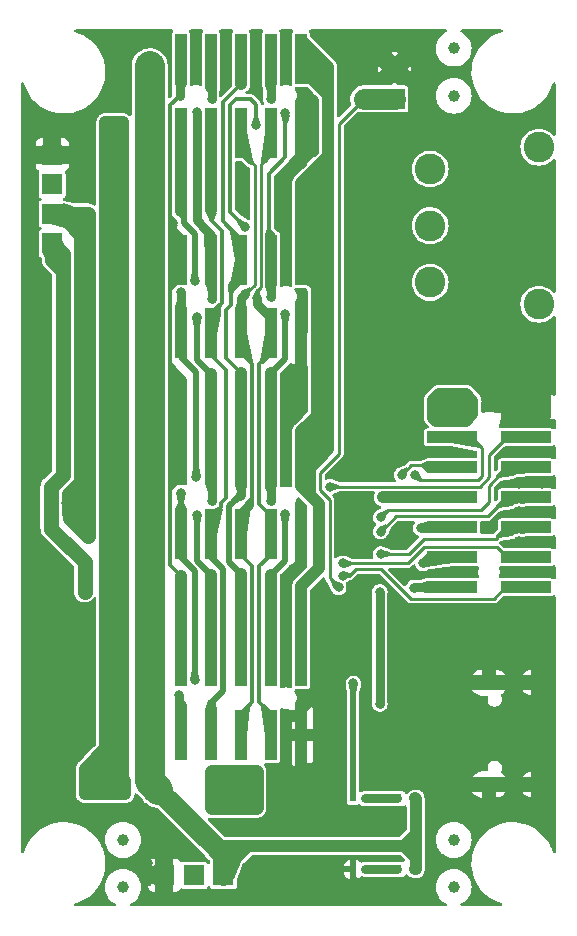
<source format=gbr>
%TF.GenerationSoftware,KiCad,Pcbnew,7.0.11-7.0.11~ubuntu22.04.1*%
%TF.CreationDate,2024-05-21T16:07:35+03:00*%
%TF.ProjectId,Neo6502PC-PWR_Rev_B,4e656f36-3530-4325-9043-2d5057525f52,B*%
%TF.SameCoordinates,PXd4ab5c0PY8b3c880*%
%TF.FileFunction,Copper,L1,Top*%
%TF.FilePolarity,Positive*%
%FSLAX46Y46*%
G04 Gerber Fmt 4.6, Leading zero omitted, Abs format (unit mm)*
G04 Created by KiCad (PCBNEW 7.0.11-7.0.11~ubuntu22.04.1) date 2024-05-21 16:07:35*
%MOMM*%
%LPD*%
G01*
G04 APERTURE LIST*
%TA.AperFunction,SMDPad,CuDef*%
%ADD10R,1.000000X4.250000*%
%TD*%
%TA.AperFunction,SMDPad,CuDef*%
%ADD11R,4.250000X1.000000*%
%TD*%
%TA.AperFunction,SMDPad,CuDef*%
%ADD12C,1.000000*%
%TD*%
%TA.AperFunction,SMDPad,CuDef*%
%ADD13R,0.800000X0.800000*%
%TD*%
%TA.AperFunction,ConnectorPad*%
%ADD14C,1.000000*%
%TD*%
%TA.AperFunction,ComponentPad*%
%ADD15R,1.778000X1.778000*%
%TD*%
%TA.AperFunction,ComponentPad*%
%ADD16C,1.778000*%
%TD*%
%TA.AperFunction,SMDPad,CuDef*%
%ADD17R,0.500000X0.550000*%
%TD*%
%TA.AperFunction,SMDPad,CuDef*%
%ADD18R,2.000000X1.700000*%
%TD*%
%TA.AperFunction,SMDPad,CuDef*%
%ADD19R,1.746000X1.192000*%
%TD*%
%TA.AperFunction,ComponentPad*%
%ADD20O,2.200000X1.200000*%
%TD*%
%TA.AperFunction,ComponentPad*%
%ADD21O,2.000000X1.300000*%
%TD*%
%TA.AperFunction,ComponentPad*%
%ADD22C,2.600000*%
%TD*%
%TA.AperFunction,ViaPad*%
%ADD23C,1.000000*%
%TD*%
%TA.AperFunction,ViaPad*%
%ADD24C,0.800000*%
%TD*%
%TA.AperFunction,Conductor*%
%ADD25C,1.016000*%
%TD*%
%TA.AperFunction,Conductor*%
%ADD26C,0.508000*%
%TD*%
%TA.AperFunction,Conductor*%
%ADD27C,0.762000*%
%TD*%
%TA.AperFunction,Conductor*%
%ADD28C,2.540000*%
%TD*%
%TA.AperFunction,Conductor*%
%ADD29C,1.270000*%
%TD*%
%TA.AperFunction,Conductor*%
%ADD30C,1.778000*%
%TD*%
%TA.AperFunction,Conductor*%
%ADD31C,0.355600*%
%TD*%
%TA.AperFunction,Conductor*%
%ADD32C,0.254000*%
%TD*%
G04 APERTURE END LIST*
D10*
X24080000Y72125000D03*
X24080000Y65875000D03*
X21540000Y72125000D03*
X21540000Y65875000D03*
X19000000Y72125000D03*
X19000000Y65875000D03*
X16460000Y72125000D03*
X16460000Y65875000D03*
X13920000Y72125000D03*
X13920000Y65875000D03*
D11*
X36875000Y42620000D03*
X43125000Y42620000D03*
X36875000Y40080000D03*
X43125000Y40080000D03*
X36875000Y37540000D03*
X43125000Y37540000D03*
X36875000Y35000000D03*
X43125000Y35000000D03*
X36875000Y32460000D03*
X43125000Y32460000D03*
X36875000Y29920000D03*
X43125000Y29920000D03*
X36875000Y27380000D03*
X43125000Y27380000D03*
D10*
X24080000Y55125000D03*
X24080000Y48875000D03*
X21540000Y55125000D03*
X21540000Y48875000D03*
X19000000Y55125000D03*
X19000000Y48875000D03*
X16460000Y55125000D03*
X16460000Y48875000D03*
X13920000Y55125000D03*
X13920000Y48875000D03*
D12*
X9000000Y6000000D03*
X37000000Y69000000D03*
D13*
X32238000Y3500000D03*
X33762000Y3500000D03*
D14*
X37000000Y73000000D03*
D15*
X32000000Y68730000D03*
D16*
X32000000Y71270000D03*
D10*
X24080000Y38125000D03*
X24080000Y31875000D03*
X21540000Y38125000D03*
X21540000Y31875000D03*
X19000000Y38125000D03*
X19000000Y31875000D03*
X16460000Y38125000D03*
X16460000Y31875000D03*
X13920000Y38125000D03*
X13920000Y31875000D03*
D17*
X29508000Y3500000D03*
X28492000Y3500000D03*
D10*
X24080000Y21125000D03*
X24080000Y14875000D03*
X21540000Y21125000D03*
X21540000Y14875000D03*
X19000000Y21125000D03*
X19000000Y14875000D03*
X16460000Y21125000D03*
X16460000Y14875000D03*
X13920000Y21125000D03*
X13920000Y14875000D03*
D17*
X29508000Y9500000D03*
X28492000Y9500000D03*
D14*
X37000000Y2000000D03*
D18*
X12000000Y10250000D03*
D19*
X12127000Y10250000D03*
X16873000Y10250000D03*
D18*
X17000000Y10250000D03*
D12*
X37000000Y6000000D03*
D13*
X32238000Y9500000D03*
X33762000Y9500000D03*
D14*
X9000000Y2000000D03*
D20*
X39970000Y19320000D03*
X39970000Y10680000D03*
D21*
X44150000Y19320000D03*
X44150000Y10680000D03*
D15*
X3000000Y61500000D03*
D22*
X44200000Y51350000D03*
X44200000Y64650000D03*
X35000000Y53200000D03*
X35000000Y58000000D03*
X35000000Y62800000D03*
D15*
X3000000Y56500000D03*
X15000000Y3000000D03*
X12500000Y3000000D03*
X3000000Y59000000D03*
X3000000Y64000000D03*
X17500000Y3000000D03*
D23*
X44500000Y9000000D03*
X44500000Y11910001D03*
X44500000Y18000000D03*
X42500000Y17000000D03*
X42500000Y12750000D03*
X44500000Y67500000D03*
X3500000Y13000000D03*
X41500000Y8000000D03*
X31250000Y59000000D03*
X44500000Y60500000D03*
X17750000Y74000000D03*
X25100000Y66600000D03*
X37750000Y9000000D03*
X4750000Y23250000D03*
X29500000Y11250000D03*
X27000000Y1000000D03*
X25000000Y1000000D03*
X1000000Y15000000D03*
X42500000Y36250000D03*
X4750000Y20250000D03*
X972000Y53750000D03*
X25015310Y68600000D03*
X42500000Y21000000D03*
X2250000Y26000000D03*
X1000000Y12250000D03*
X35100000Y5250000D03*
X6000000Y16250000D03*
X21000000Y1000000D03*
X35100000Y2750000D03*
X6000000Y20250000D03*
X2250000Y14000000D03*
X1000000Y39750000D03*
X42500000Y66500000D03*
X2250000Y13000000D03*
X5750000Y67250000D03*
X2250000Y38500000D03*
X29250000Y52500000D03*
X29500000Y21000000D03*
X29250000Y59000000D03*
X30250000Y57000000D03*
X30250000Y61000000D03*
X44500000Y54500000D03*
X972000Y52500000D03*
X2250000Y50000000D03*
X32500000Y8000000D03*
X1000000Y32000000D03*
X4750000Y17750000D03*
X25000000Y8000000D03*
X3500000Y15000000D03*
X38500000Y56500000D03*
X30250000Y60000000D03*
X30250000Y51500000D03*
X32500000Y19000000D03*
X39000000Y1000000D03*
X44500000Y31200000D03*
X27500000Y22250000D03*
X38500000Y23000000D03*
X2250000Y67250000D03*
X1000000Y27750000D03*
X42500000Y58500000D03*
X42500000Y56500000D03*
X2250000Y41000000D03*
X4750000Y24250000D03*
X42500000Y31200000D03*
X42500000Y41600000D03*
X23000000Y1000000D03*
X40500000Y62500000D03*
X34500000Y23000000D03*
X33000000Y1000000D03*
X38500000Y66500000D03*
X32250000Y60000000D03*
X2250000Y39750000D03*
D24*
X36299999Y14450001D03*
D23*
X2250000Y22250000D03*
X4750000Y22250000D03*
X7000000Y74000000D03*
X40500000Y52500000D03*
X42500000Y23000000D03*
X10750000Y74000000D03*
X40500000Y60500000D03*
X40500000Y25000000D03*
X36400000Y9000000D03*
X8250000Y4000000D03*
X27000000Y11250000D03*
D24*
X23980380Y34380380D03*
D23*
X42750000Y8000000D03*
D24*
X33400000Y31600000D03*
D23*
X28250000Y63000000D03*
X1000000Y48750000D03*
X6000000Y17750000D03*
X36500000Y45250000D03*
X44500000Y28650000D03*
X38500000Y64500000D03*
X30500000Y72000000D03*
X19000000Y1000000D03*
X42500000Y43750000D03*
X1000000Y56250000D03*
X32250000Y50500000D03*
X31250000Y58000000D03*
X41500000Y41600000D03*
X31000000Y2250000D03*
X2250000Y12000000D03*
X4750000Y14000000D03*
X40500000Y48750000D03*
D24*
X36300000Y15600000D03*
D23*
X31000000Y1000000D03*
X35100000Y1000000D03*
X44500000Y21000000D03*
X42250000Y52500000D03*
X31000000Y11250000D03*
X3500000Y27750000D03*
X9000000Y74000000D03*
D24*
X24300000Y69200000D03*
D23*
X36400000Y8000000D03*
X38500000Y60500000D03*
X5000000Y8500000D03*
X38500000Y50500000D03*
X3500000Y12000000D03*
X36500000Y19000000D03*
X34500000Y21000000D03*
X22800000Y74000000D03*
X43500000Y43750000D03*
X5750000Y66000000D03*
X36400000Y10000000D03*
X23750000Y43500000D03*
X2250000Y19250000D03*
X25000000Y2250000D03*
X7000000Y1000000D03*
X34500000Y66500000D03*
X25600000Y22250000D03*
X31000000Y8000000D03*
X1000000Y18250000D03*
X32250000Y58000000D03*
X30250000Y49500000D03*
X42500000Y45250000D03*
X32250000Y51500000D03*
X44509999Y16000000D03*
X4750000Y19250000D03*
D24*
X38600000Y28700000D03*
D23*
X40500000Y47000000D03*
X33100000Y42450000D03*
X2250000Y24250000D03*
X20250000Y74000000D03*
X32500000Y11250000D03*
X3500000Y19250000D03*
X1000000Y47500000D03*
X15200000Y74000000D03*
X44500000Y23000000D03*
X40500000Y54500000D03*
D24*
X24242000Y52250000D03*
D23*
X40500000Y43750000D03*
X2250000Y11000000D03*
X7000000Y7000000D03*
X39000000Y8000000D03*
X44500000Y48750000D03*
X2250000Y48750000D03*
X27000000Y10000000D03*
X1000000Y58000000D03*
X39000000Y74000000D03*
X2250000Y53750000D03*
X1000000Y24250000D03*
X28250000Y58000000D03*
X3500000Y23250000D03*
X1000000Y26000000D03*
D24*
X22850000Y59525000D03*
D23*
X44500000Y58500000D03*
X31250000Y49500000D03*
X972000Y42250000D03*
X1000000Y66000000D03*
X35100000Y4000000D03*
X29250000Y60000000D03*
X11000000Y4000000D03*
X25000000Y3750000D03*
X2250000Y47500000D03*
X36750000Y38800000D03*
X4250000Y66000000D03*
X42500000Y33725000D03*
X31250000Y62000000D03*
X44500000Y62500000D03*
X23750000Y44500000D03*
X4750000Y15000000D03*
X34500000Y70500000D03*
X40500000Y23000000D03*
X28316800Y62000000D03*
X2250000Y30750000D03*
X42500000Y38800000D03*
X22814000Y22250000D03*
X36500000Y64500000D03*
X9000000Y72250000D03*
X7500000Y68750000D03*
D24*
X22350000Y60075000D03*
D23*
X30250000Y62000000D03*
X38500000Y25000000D03*
X19173750Y62326250D03*
X2250000Y43500000D03*
X1000000Y11000000D03*
D24*
X24012931Y51400000D03*
D23*
X1000000Y60000000D03*
X25000000Y11250000D03*
X31700000Y41050000D03*
X21000000Y2250000D03*
X38500000Y21000000D03*
X33000000Y2250000D03*
X15000000Y1000000D03*
X42500000Y60500000D03*
X41500000Y43750000D03*
X9000000Y68750000D03*
X42500000Y48750000D03*
X35100000Y6750000D03*
X6000000Y22250000D03*
X23750000Y45500000D03*
X27000000Y3750000D03*
X32250000Y59000000D03*
X28250000Y59000000D03*
D24*
X37085999Y15021500D03*
D23*
X29250000Y61000000D03*
X33800000Y43150000D03*
X28250000Y51500000D03*
X29250000Y57000000D03*
X32250000Y61000000D03*
X972000Y50000000D03*
X30500000Y74000000D03*
X32500000Y74000000D03*
D24*
X37400000Y28700000D03*
D23*
X34500000Y74000000D03*
X9000000Y8500000D03*
X28250000Y49500000D03*
X31250000Y57000000D03*
X6000000Y15000000D03*
X972000Y35750000D03*
X2250000Y46250000D03*
X23000000Y10000000D03*
X1000000Y68000000D03*
X2250000Y27750000D03*
X21000000Y3750000D03*
X32500000Y21000000D03*
X44500000Y33725000D03*
X35100000Y10000000D03*
X30250000Y50500000D03*
X29250000Y63000000D03*
X28250000Y57000000D03*
X40500000Y64500000D03*
X29000000Y1000000D03*
X972000Y30750000D03*
X2250000Y23250000D03*
X28250000Y52500000D03*
X38500000Y54500000D03*
X6000000Y19250000D03*
X37750000Y71000000D03*
X22814000Y21015998D03*
X2250000Y15000000D03*
X972000Y51250000D03*
X2250000Y51250000D03*
X38500000Y47000000D03*
X42500000Y28650000D03*
X5750000Y14000000D03*
X28250000Y64000000D03*
X29000000Y2250000D03*
X40500000Y21000000D03*
X44500000Y38800000D03*
X2250000Y17750000D03*
X31250000Y51500000D03*
X29500000Y22250000D03*
X2250000Y52500000D03*
X32250000Y52500000D03*
X42500000Y15000000D03*
X38500000Y52500000D03*
X29250000Y58000000D03*
X19100000Y61300000D03*
X44500000Y36250000D03*
D24*
X33400000Y28500000D03*
D23*
X34500000Y68500000D03*
X2250000Y42250000D03*
X25100000Y67600000D03*
X23000000Y8000000D03*
X39000000Y9000000D03*
X36500000Y25000000D03*
X1000000Y43500000D03*
X1000000Y13750000D03*
X28500000Y74000000D03*
X29500000Y27600000D03*
X30250000Y63000000D03*
X42250000Y50500000D03*
X34500000Y72250000D03*
X40250000Y9000000D03*
X972000Y46250000D03*
X44509999Y14000000D03*
X3500000Y22250000D03*
X40500000Y66500000D03*
X1000000Y7000000D03*
X44500000Y47000000D03*
X30250000Y58000000D03*
X29500000Y38850000D03*
X24079000Y68271000D03*
X29250000Y62000000D03*
X31250000Y61000000D03*
X27000000Y18000000D03*
X38500000Y58500000D03*
X1000000Y61750000D03*
X35100000Y8000000D03*
X10249994Y8500000D03*
X31250000Y60000000D03*
X1000000Y41000000D03*
X31250000Y50500000D03*
X9000000Y70500000D03*
X28250000Y60000000D03*
X25000000Y10000000D03*
X3500000Y24250000D03*
X38500000Y45250000D03*
X28250000Y65000000D03*
X7000000Y8500000D03*
X42000000Y64500000D03*
X1000000Y63500000D03*
X44500000Y43750000D03*
X13000000Y1000000D03*
X26500000Y74000000D03*
X42500000Y54500000D03*
X1000000Y38500000D03*
X25600000Y21000000D03*
X31250000Y52500000D03*
X42750000Y9000000D03*
X28250000Y50500000D03*
X38500000Y48750000D03*
X41500000Y9000000D03*
X6000000Y21250000D03*
X4750000Y21250000D03*
X3500000Y17750000D03*
X35100000Y9000000D03*
X42500000Y47000000D03*
X44500000Y8000000D03*
X44500000Y56500000D03*
X23750000Y42500000D03*
X40250000Y8000000D03*
X38500000Y62500000D03*
X43500000Y41600000D03*
X37750000Y8000000D03*
X22814000Y28000000D03*
X3500000Y11000000D03*
X29250000Y51500000D03*
X4750000Y13000000D03*
X40500000Y56500000D03*
X44500000Y41600000D03*
X36000000Y71000000D03*
X35500000Y38800000D03*
X11000000Y2500000D03*
X37750000Y4000000D03*
X29250000Y64000000D03*
X30250000Y52500000D03*
X29000000Y8000000D03*
X29250000Y50500000D03*
X27000000Y8000000D03*
X31000000Y40350000D03*
X11000000Y5500000D03*
X44500000Y45250000D03*
X11000000Y7000000D03*
X2750000Y66000000D03*
X30250000Y59000000D03*
X28250000Y61000000D03*
X23000000Y2250000D03*
X1000000Y37250000D03*
X32250000Y57000000D03*
X42500000Y62500000D03*
X42500000Y25000000D03*
X40500000Y50500000D03*
X32400000Y41750000D03*
X27000000Y2250000D03*
X11000000Y1000000D03*
X28500000Y72000000D03*
X28750000Y38100000D03*
X44500000Y25000000D03*
X36500000Y23000000D03*
X17000000Y1000000D03*
X1000000Y8250000D03*
X40500000Y58500000D03*
X23500000Y28750000D03*
X34500000Y19000000D03*
X36500000Y66500000D03*
X30250000Y39600000D03*
X3500000Y14000000D03*
X972000Y34500000D03*
X3500000Y26000000D03*
X40500000Y45250000D03*
D24*
X36200000Y28700000D03*
D23*
X4750000Y16250000D03*
X23000000Y3750000D03*
X1000000Y22500000D03*
X1000000Y55000000D03*
X36500000Y21000000D03*
X27500000Y21000000D03*
X12500000Y74000000D03*
D24*
X30750000Y27000000D03*
D23*
X9000000Y66750000D03*
X7000000Y9900000D03*
X9000000Y65250000D03*
X5750000Y9900000D03*
X5750000Y12000000D03*
X9204803Y9900000D03*
X7500000Y66750000D03*
X8100000Y11000000D03*
X5750000Y11000000D03*
X7000000Y11000000D03*
X7500000Y65250000D03*
D24*
X30750000Y17500016D03*
D23*
X8250000Y66000000D03*
X8100000Y9900000D03*
X9204803Y11000000D03*
X26000000Y62000000D03*
X35500000Y41500000D03*
X38000000Y41500000D03*
D24*
X4200000Y34500000D03*
D23*
X25250000Y61300000D03*
X38000000Y43750000D03*
X25500000Y34500000D03*
X6000000Y59000000D03*
X6000000Y57750000D03*
X36750000Y43750000D03*
X24800000Y35200000D03*
X6000000Y33750000D03*
X36750000Y41500000D03*
X25449539Y62949539D03*
X25600000Y33500000D03*
X6000000Y32750000D03*
X24700000Y62200000D03*
X4750000Y59000000D03*
X6000000Y31750000D03*
X24080000Y61300000D03*
X4750000Y57750000D03*
D24*
X28500000Y19250000D03*
D23*
X12000000Y26000000D03*
X11000000Y23500000D03*
X12000000Y71500000D03*
X10500000Y70000000D03*
X11250000Y70750000D03*
X11000000Y28500000D03*
X12000000Y28500000D03*
X10500000Y71500000D03*
X12000000Y24750000D03*
X11000000Y27250000D03*
X11000000Y26000000D03*
X11250000Y72250000D03*
X12000000Y23500000D03*
X11250000Y69250000D03*
X11000000Y24750000D03*
X12000000Y27250000D03*
X12000000Y70000000D03*
X5750000Y27000000D03*
X5750000Y28250000D03*
X5750000Y29500000D03*
D24*
X18300000Y53000006D03*
X18918193Y35127291D03*
X19676878Y34320997D03*
X19299422Y52183000D03*
X15300000Y33500000D03*
X16500000Y51750000D03*
X15974996Y57725004D03*
X16500000Y68750000D03*
X15250000Y67614440D03*
X16500000Y34700000D03*
X15250000Y50250000D03*
X13910001Y35349998D03*
X13933316Y52349998D03*
X15070002Y19570010D03*
X13750000Y18250000D03*
X15070002Y53310200D03*
X15200000Y36750000D03*
X13920000Y59250000D03*
X13250000Y58250000D03*
D23*
X16460000Y59299998D03*
D24*
X21500000Y34700000D03*
X22750000Y50500000D03*
X22750000Y67500000D03*
X21500000Y51999988D03*
X22700000Y33581800D03*
X21500000Y68750000D03*
X20349997Y51850003D03*
X20249994Y66499996D03*
X19325731Y57907947D03*
X33700000Y36900000D03*
X26505592Y35893253D03*
X32600000Y36900000D03*
X30800000Y33300000D03*
X31000000Y35000000D03*
X30800000Y32100000D03*
X34200000Y32400008D03*
X30800000Y30200000D03*
X34400000Y29400000D03*
X27588000Y29416819D03*
X33600000Y27350000D03*
X27588000Y28366816D03*
X27256931Y27370373D03*
D23*
X19000000Y11750000D03*
X19000000Y10250000D03*
X16500000Y11750000D03*
X17750000Y8750000D03*
X20250000Y10250000D03*
X20250000Y8750000D03*
X20250000Y11750000D03*
X17750000Y11750000D03*
X16500000Y8750000D03*
X19000000Y8750000D03*
D25*
X27000000Y11000000D02*
X26000000Y10000000D01*
X44500000Y43250000D02*
X44500000Y43750000D01*
X24409606Y69200000D02*
X25012458Y68597148D01*
X41500000Y41600000D02*
X41900000Y42000000D01*
X23830000Y63530000D02*
X23050000Y62750000D01*
X22823000Y14875000D02*
X22798000Y14900000D01*
X24080000Y12032000D02*
X26968000Y12032000D01*
X24080000Y46500000D02*
X24080000Y45830000D01*
X22798000Y14900000D02*
X22798000Y10750000D01*
D26*
X28492000Y3500000D02*
X28492000Y2758000D01*
D27*
X24080000Y51427498D02*
X24242000Y51589498D01*
X24242000Y51589498D02*
X24242000Y52250000D01*
D25*
X25600000Y19400000D02*
X27000000Y18000000D01*
X44750000Y43500000D02*
X44500000Y43750000D01*
X24080000Y17080000D02*
X25000000Y18000000D01*
X24625000Y64075000D02*
X25100000Y64550000D01*
X23050000Y62500000D02*
X24625000Y64075000D01*
X24080000Y14875000D02*
X22823000Y14875000D01*
D26*
X28492000Y3500000D02*
X27250000Y3500000D01*
D25*
X22798000Y10750000D02*
X22798000Y10202000D01*
X41900000Y42000000D02*
X44500000Y42000000D01*
X44500000Y25000000D02*
X45111000Y24389000D01*
X25100000Y68515310D02*
X25015310Y68600000D01*
X24080000Y42830000D02*
X23750000Y42500000D01*
X25100000Y64550000D02*
X25100000Y66600000D01*
X24080000Y14875000D02*
X26875000Y14875000D01*
X24080000Y65875000D02*
X24080000Y68270000D01*
X27000000Y12000000D02*
X27000000Y11000000D01*
X25015310Y68600000D02*
X24625000Y68209690D01*
X44750000Y41850000D02*
X44750000Y43500000D01*
X24080000Y11500000D02*
X24080000Y10170000D01*
X22350000Y61800000D02*
X22350000Y60075000D01*
D26*
X29000000Y2250000D02*
X29000000Y1000000D01*
D25*
X24080000Y46500000D02*
X24080000Y42830000D01*
X24080000Y45830000D02*
X24080000Y48875000D01*
X23000000Y1000000D02*
X35100000Y1000000D01*
X24300000Y69200000D02*
X24343420Y69200000D01*
X22798000Y62248000D02*
X25100000Y64550000D01*
X24080000Y51271999D02*
X24110466Y51302465D01*
X41125000Y43125000D02*
X40500000Y43750000D01*
X45111000Y24389000D02*
X45111000Y19350000D01*
X23050000Y62500000D02*
X22350000Y61800000D01*
X15000000Y1000000D02*
X23000000Y1000000D01*
X44150000Y8350000D02*
X44500000Y8000000D01*
X24000000Y16500000D02*
X22798000Y16500000D01*
X22350000Y62050000D02*
X22350000Y61800000D01*
X22814000Y28064000D02*
X22814000Y28000000D01*
X22798000Y59627000D02*
X22798000Y57700000D01*
X22814000Y28000000D02*
X22814000Y21015998D01*
X22798000Y61400000D02*
X22798000Y62248000D01*
X27000000Y10000000D02*
X27000000Y8000000D01*
D26*
X28492000Y2758000D02*
X29000000Y2250000D01*
D25*
X27000000Y10000000D02*
X27000000Y11000000D01*
X44500000Y43750000D02*
X40500000Y43750000D01*
X41125000Y43125000D02*
X44375000Y43125000D01*
X44500000Y41600000D02*
X44750000Y41850000D01*
X44500000Y41600000D02*
X44500000Y42000000D01*
X25600000Y18600000D02*
X25000000Y18000000D01*
X41500000Y41600000D02*
X41500000Y42750000D01*
X26875000Y14875000D02*
X27000000Y15000000D01*
X22798000Y57700000D02*
X22798000Y53450000D01*
X24080000Y63530000D02*
X23830000Y63530000D01*
X27000000Y15000000D02*
X27000000Y12000000D01*
X24080000Y14875000D02*
X24080000Y16420000D01*
X22350000Y58148000D02*
X22798000Y57700000D01*
X24080000Y48875000D02*
X24080000Y51271999D01*
D27*
X23980380Y34380380D02*
X24080000Y34280760D01*
D25*
X22798000Y10202000D02*
X23000000Y10000000D01*
X25000000Y18000000D02*
X27000000Y18000000D01*
X44375000Y43125000D02*
X44500000Y43250000D01*
X22798000Y57700000D02*
X22798000Y61400000D01*
X25100000Y68443420D02*
X25015310Y68528110D01*
X22350000Y60075000D02*
X22350000Y58148000D01*
X45111000Y8611000D02*
X44500000Y8000000D01*
X45081000Y19320000D02*
X45111000Y19350000D01*
D26*
X27250000Y3500000D02*
X27000000Y3750000D01*
D25*
X24080000Y11080000D02*
X23000000Y10000000D01*
D27*
X24080000Y48875000D02*
X24080000Y51427498D01*
D25*
X24343420Y69200000D02*
X25015310Y68528110D01*
X15000000Y1000000D02*
X11000000Y1000000D01*
X26968000Y12032000D02*
X27000000Y12000000D01*
X24080000Y12032000D02*
X22798000Y10750000D01*
D27*
X24242000Y52250000D02*
X24250000Y52242000D01*
D25*
X23050000Y62750000D02*
X22350000Y62050000D01*
X41500000Y42750000D02*
X41125000Y43125000D01*
X24080000Y65875000D02*
X24080000Y63530000D01*
X27000000Y18000000D02*
X27000000Y15000000D01*
X25600000Y19400000D02*
X25600000Y18600000D01*
X24080000Y14875000D02*
X24080000Y11080000D01*
X23000000Y10000000D02*
X27000000Y10000000D01*
X29500000Y27600000D02*
X29500000Y21000000D01*
X23050000Y62750000D02*
X23050000Y62500000D01*
X45111000Y19350000D02*
X45111000Y8611000D01*
X24080000Y14875000D02*
X24080000Y11500000D01*
X24300000Y68492000D02*
X24300000Y69200000D01*
X24080000Y16420000D02*
X24000000Y16500000D01*
X44150000Y19320000D02*
X45081000Y19320000D01*
D27*
X24080000Y34280760D02*
X24080000Y31875000D01*
D25*
X24079000Y68271000D02*
X24300000Y68492000D01*
X44150000Y19320000D02*
X44150000Y8350000D01*
X24625000Y68209690D02*
X24625000Y64075000D01*
X24080000Y68270000D02*
X24079000Y68271000D01*
X41500000Y41600000D02*
X44500000Y41600000D01*
X24080000Y29330000D02*
X22814000Y28064000D01*
X25600000Y21000000D02*
X25600000Y19400000D01*
X44500000Y42000000D02*
X44500000Y43250000D01*
X23750000Y45500000D02*
X24080000Y45830000D01*
X25100000Y67600000D02*
X25100000Y68515310D01*
X24080000Y48875000D02*
X24080000Y46500000D01*
X44150000Y19320000D02*
X44150000Y24650000D01*
X25100000Y66600000D02*
X25100000Y68443420D01*
X22350000Y60075000D02*
X22798000Y59627000D01*
X24080000Y31875000D02*
X24080000Y29330000D01*
X23750000Y42500000D02*
X23750000Y45500000D01*
D27*
X24250000Y52242000D02*
X24250000Y49045000D01*
D25*
X24080000Y13080000D02*
X24080000Y12032000D01*
X24080000Y63530000D02*
X24625000Y64075000D01*
X22798000Y62248000D02*
X23050000Y62500000D01*
X44150000Y24650000D02*
X44500000Y25000000D01*
D27*
X24250000Y49045000D02*
X24080000Y48875000D01*
D25*
X24080000Y14875000D02*
X24080000Y17080000D01*
X22798000Y16500000D02*
X22798000Y14900000D01*
X24300000Y69200000D02*
X24409606Y69200000D01*
D26*
X24080000Y13080000D02*
X24080000Y14875000D01*
D25*
X9204803Y11000000D02*
X5750000Y11000000D01*
X5750000Y12000000D02*
X6375000Y12625000D01*
X7000000Y9900000D02*
X7000000Y13250000D01*
X5750000Y9900000D02*
X5750000Y12000000D01*
D27*
X30750000Y27000000D02*
X30750000Y17500016D01*
D25*
X6250000Y9900000D02*
X5750000Y9900000D01*
X6250000Y12500000D02*
X6375000Y12625000D01*
X9204803Y9900000D02*
X6250000Y9900000D01*
D28*
X8250000Y66000000D02*
X8250000Y61500000D01*
X8250000Y11150000D02*
X8100000Y11000000D01*
D25*
X6250000Y9900000D02*
X6250000Y12500000D01*
X7000000Y13250000D02*
X8250000Y14500000D01*
X9204803Y11000000D02*
X9204803Y9900000D01*
X6375000Y12625000D02*
X7000000Y13250000D01*
X7500000Y65250000D02*
X7500000Y66750000D01*
D28*
X8250000Y61500000D02*
X8250000Y14500000D01*
D25*
X9000000Y66750000D02*
X9000000Y65250000D01*
D28*
X8250000Y14500000D02*
X8250000Y11150000D01*
D25*
X7500000Y66750000D02*
X9000000Y66750000D01*
X24700000Y53550000D02*
X24775000Y53475000D01*
X26366000Y71449000D02*
X26366000Y69039704D01*
X25000000Y72815000D02*
X25607500Y72207500D01*
X38000000Y41500000D02*
X38000000Y43750000D01*
X25607500Y72207500D02*
X26366000Y71449000D01*
X25400000Y62900000D02*
X25449539Y62949539D01*
X35750000Y43750000D02*
X36750000Y43750000D01*
X25000000Y72815000D02*
X24080000Y73735000D01*
D27*
X4200000Y35400000D02*
X5150000Y36350000D01*
D25*
X25602852Y69802852D02*
X25005704Y70400000D01*
X24700000Y62200000D02*
X24700000Y53550000D01*
X36750000Y43750000D02*
X36750000Y41500000D01*
D29*
X6000000Y56750000D02*
X6000000Y37200000D01*
D25*
X24800000Y35200000D02*
X24800000Y37500000D01*
X25400000Y41900000D02*
X25400000Y52850000D01*
X26366000Y42866000D02*
X26366000Y39066000D01*
X35250000Y41750000D02*
X35250000Y43250000D01*
X35250000Y43250000D02*
X35750000Y43750000D01*
X24080000Y72125000D02*
X24080000Y73735000D01*
X25596000Y34402420D02*
X24080000Y35918420D01*
X25000000Y70400000D02*
X24080000Y71320000D01*
D29*
X4475000Y33275000D02*
X4475000Y34225000D01*
D25*
X24080000Y55125000D02*
X24080000Y61581580D01*
X26366000Y39066000D02*
X25650000Y38350000D01*
X25000000Y72125000D02*
X25000000Y71205000D01*
X38000000Y43750000D02*
X38587200Y43162800D01*
X24080000Y71320000D02*
X24080000Y72125000D01*
D27*
X5250000Y35550000D02*
X5250000Y33450000D01*
D25*
X24080000Y54170000D02*
X24080000Y55125000D01*
X26366000Y54166000D02*
X26366000Y42866000D01*
X35500000Y41500000D02*
X35250000Y41750000D01*
X25750000Y42250000D02*
X25650000Y42150000D01*
D27*
X5166000Y56124394D02*
X5150000Y56140394D01*
D25*
X24080000Y27484000D02*
X25596000Y29000000D01*
D27*
X4200000Y34500000D02*
X6000000Y34500000D01*
D25*
X35500000Y42500000D02*
X36750000Y43750000D01*
X36855000Y42600000D02*
X36875000Y42620000D01*
D29*
X3750000Y59000000D02*
X6000000Y56750000D01*
D25*
X24080000Y72125000D02*
X25000000Y72125000D01*
X24800000Y37500000D02*
X24800000Y41300000D01*
X24800000Y41300000D02*
X25000000Y41500000D01*
X25000000Y72815000D02*
X25000000Y72125000D01*
D27*
X5950000Y32750000D02*
X6000000Y32750000D01*
D25*
X38587200Y43162800D02*
X38587200Y42087200D01*
D27*
X5150000Y56140394D02*
X5150000Y57350000D01*
X5250000Y35550000D02*
X6000000Y36300000D01*
D25*
X25400000Y52850000D02*
X25400000Y62900000D01*
X24775000Y53475000D02*
X24080000Y54170000D01*
X25005704Y70400000D02*
X25000000Y70400000D01*
X25000000Y71205000D02*
X24080000Y72125000D01*
D27*
X5150000Y57350000D02*
X4750000Y57750000D01*
D25*
X26366000Y69039704D02*
X25602852Y69802852D01*
D27*
X5150000Y36359606D02*
X5166000Y36375606D01*
X5250000Y33450000D02*
X5950000Y32750000D01*
D29*
X6000000Y59000000D02*
X6000000Y57750000D01*
X6000000Y34500000D02*
X6000000Y31750000D01*
D27*
X5166000Y36375606D02*
X5166000Y56124394D01*
D25*
X26366000Y54166000D02*
X25225000Y53025000D01*
D27*
X4200000Y34500000D02*
X5250000Y35550000D01*
D25*
X25650000Y42150000D02*
X25650000Y38350000D01*
X25596000Y29000000D02*
X25596000Y34402420D01*
X24080000Y21125000D02*
X24080000Y27484000D01*
D29*
X6000000Y57750000D02*
X6000000Y56750000D01*
D25*
X25750000Y42250000D02*
X25400000Y41900000D01*
X25650000Y38350000D02*
X24800000Y37500000D01*
X26366000Y63867580D02*
X26366000Y54166000D01*
D29*
X3000000Y59000000D02*
X3750000Y59000000D01*
X3000000Y59000000D02*
X6000000Y59000000D01*
D27*
X5150000Y36350000D02*
X6000000Y37200000D01*
D25*
X38587200Y42087200D02*
X38000000Y41500000D01*
X35500000Y41500000D02*
X38000000Y41500000D01*
D29*
X3000000Y59000000D02*
X4750000Y59000000D01*
D25*
X24080000Y61581580D02*
X26366000Y63867580D01*
X25225000Y53025000D02*
X24775000Y53475000D01*
X25602852Y69802852D02*
X25607500Y69807500D01*
X38000000Y43750000D02*
X37750000Y43750000D01*
D27*
X4200000Y33550000D02*
X6000000Y31750000D01*
D25*
X25400000Y52850000D02*
X25225000Y53025000D01*
X25000000Y70400000D02*
X25000000Y71205000D01*
X25607500Y69807500D02*
X25607500Y72207500D01*
D29*
X6000000Y37200000D02*
X6000000Y36300000D01*
X6000000Y31750000D02*
X4475000Y33275000D01*
D25*
X38000000Y41500000D02*
X37995000Y41500000D01*
D29*
X4750000Y59000000D02*
X6000000Y57750000D01*
D25*
X35500000Y41500000D02*
X35500000Y42500000D01*
D29*
X6000000Y36300000D02*
X6000000Y34500000D01*
D25*
X25000000Y41500000D02*
X25400000Y41900000D01*
D27*
X4200000Y34500000D02*
X4200000Y35400000D01*
D25*
X26366000Y63867580D02*
X26366000Y69039704D01*
X38000000Y43750000D02*
X36750000Y43750000D01*
X26366000Y42866000D02*
X25750000Y42250000D01*
D27*
X4200000Y34500000D02*
X4475000Y34225000D01*
X5150000Y36350000D02*
X5150000Y36359606D01*
D25*
X24080000Y35918420D02*
X24080000Y40580000D01*
X37995000Y41500000D02*
X36875000Y42620000D01*
X24080000Y70500000D02*
X25000000Y70500000D01*
X37750000Y43750000D02*
X35500000Y41500000D01*
D27*
X4475000Y34225000D02*
X5250000Y33450000D01*
X4200000Y34500000D02*
X4200000Y33550000D01*
D25*
X24080000Y40580000D02*
X25000000Y41500000D01*
D26*
X28492000Y9500000D02*
X28492000Y19242000D01*
X28492000Y19242000D02*
X28500000Y19250000D01*
D25*
X11000000Y28500000D02*
X11250000Y28500000D01*
X11000000Y23500000D02*
X12000000Y23500000D01*
X32500000Y5500000D02*
X19600000Y5500000D01*
D28*
X11250000Y49000000D02*
X11250000Y71500000D01*
X11250000Y23500000D02*
X11250000Y28500000D01*
D25*
X33766000Y6500000D02*
X33766000Y9496000D01*
D30*
X17500000Y4750000D02*
X17500000Y3000000D01*
X16750000Y5500000D02*
X12000000Y10250000D01*
D25*
X11000000Y23500000D02*
X11250000Y23500000D01*
X19600000Y5500000D02*
X16750000Y5500000D01*
X33766000Y4500000D02*
X33766000Y5500000D01*
X32500000Y5500000D02*
X32766000Y5500000D01*
X32766000Y5500000D02*
X33766000Y4500000D01*
X19600000Y5500000D02*
X17500000Y3400000D01*
X11000000Y28500000D02*
X12000000Y28500000D01*
D28*
X11250000Y11000000D02*
X12000000Y10250000D01*
D25*
X33762000Y3500000D02*
X33766000Y3504000D01*
D30*
X16750000Y5500000D02*
X17500000Y4750000D01*
D25*
X32766000Y5500000D02*
X33766000Y6500000D01*
X17500000Y3400000D02*
X17500000Y3000000D01*
X33766000Y9496000D02*
X33762000Y9500000D01*
X33766000Y3504000D02*
X33766000Y4500000D01*
X33766000Y5500000D02*
X33766000Y6500000D01*
X33766000Y5500000D02*
X32500000Y5500000D01*
D28*
X11250000Y49000000D02*
X11250000Y28500000D01*
X11250000Y23500000D02*
X11250000Y11000000D01*
D29*
X3000000Y55100000D02*
X3900000Y54200000D01*
X3000000Y56500000D02*
X3000000Y55100000D01*
X3900000Y55600000D02*
X3900000Y54200000D01*
X3000000Y56500000D02*
X3900000Y55600000D01*
X3900000Y54200000D02*
X3900000Y36900000D01*
X2900000Y32350000D02*
X5750000Y29500000D01*
X2900000Y35900000D02*
X2900000Y32350000D01*
X5750000Y28250000D02*
X5750000Y27000000D01*
X3900000Y36900000D02*
X2900000Y35900000D01*
X5750000Y29500000D02*
X5750000Y28250000D01*
D31*
X18117400Y51317400D02*
X18117400Y52817406D01*
X19000000Y56804633D02*
X17445200Y58359433D01*
D25*
X19000000Y72125000D02*
X19000000Y70000000D01*
D27*
X19000000Y38125000D02*
X19000000Y35209098D01*
D31*
X17445200Y58359433D02*
X17445200Y68445200D01*
D25*
X19000000Y45496000D02*
X19000000Y38125000D01*
D31*
X18117400Y52817406D02*
X18300000Y53000006D01*
D25*
X19000000Y21125000D02*
X19000000Y27300000D01*
D27*
X19000000Y55125000D02*
X19000000Y53700006D01*
X19000000Y35209098D02*
X18918193Y35127291D01*
X19000000Y53700006D02*
X18300000Y53000006D01*
D26*
X17996000Y29504000D02*
X17996000Y34250000D01*
X19000000Y28500000D02*
X17996000Y29504000D01*
D31*
X19000000Y45496000D02*
X17700000Y46796000D01*
X17445200Y68445200D02*
X19000000Y70000000D01*
D26*
X18873291Y35127291D02*
X18918193Y35127291D01*
X17996000Y34250000D02*
X18873291Y35127291D01*
D25*
X19000000Y27300000D02*
X19000000Y28500000D01*
D31*
X19000000Y55125000D02*
X19000000Y56804633D01*
X17700000Y46796000D02*
X17700000Y50900000D01*
X17700000Y50900000D02*
X18117400Y51317400D01*
D32*
X20140795Y53003562D02*
X20140795Y63109205D01*
D27*
X19000000Y33644119D02*
X19676878Y34320997D01*
D32*
X19299422Y52183000D02*
X19320233Y52183000D01*
D31*
X19935800Y29164200D02*
X19000000Y30100000D01*
X19000000Y30100000D02*
X19000000Y31875000D01*
D32*
X19864199Y34446006D02*
X19896000Y34446006D01*
D27*
X19000000Y31875000D02*
X19000000Y33644119D01*
D31*
X19000000Y48875000D02*
X19000000Y47250000D01*
X19000000Y14875000D02*
X19000000Y16700000D01*
X19935800Y46314200D02*
X19935800Y34579919D01*
X19000000Y16700000D02*
X19250000Y16950000D01*
X19935800Y34579919D02*
X19676878Y34320997D01*
D27*
X19000000Y51883578D02*
X19000000Y48875000D01*
D32*
X20140795Y63109205D02*
X19875000Y63375000D01*
D31*
X19935800Y17635800D02*
X19935800Y29164200D01*
D32*
X19320233Y52183000D02*
X20140795Y53003562D01*
D26*
X19000000Y65875000D02*
X19000000Y64250000D01*
X19000000Y64250000D02*
X19875000Y63375000D01*
D27*
X19299422Y52183000D02*
X19000000Y51883578D01*
D31*
X19000000Y47250000D02*
X19935800Y46314200D01*
X19250000Y16950000D02*
X19935800Y17635800D01*
D27*
X32238000Y3500000D02*
X29508000Y3500000D01*
D26*
X15300000Y29600231D02*
X16460000Y28440231D01*
D27*
X16460000Y38125000D02*
X16500000Y38085000D01*
D25*
X16460000Y72125000D02*
X16460000Y69740000D01*
D27*
X16500000Y55085000D02*
X16500000Y51750000D01*
X15250000Y58450000D02*
X15974996Y57725004D01*
X16460000Y55125000D02*
X16500000Y55085000D01*
D25*
X16460000Y21125000D02*
X16460000Y28440231D01*
D26*
X15300000Y33500000D02*
X15300000Y29600231D01*
X15250000Y46650000D02*
X15250000Y50250000D01*
D27*
X16460000Y57240000D02*
X15974996Y57725004D01*
D26*
X16460000Y45440000D02*
X15250000Y46650000D01*
D27*
X16460000Y55125000D02*
X16460000Y57240000D01*
X15250000Y67614440D02*
X15250000Y58450000D01*
D25*
X16460000Y38125000D02*
X16460000Y45440000D01*
D27*
X16500000Y69700000D02*
X16500000Y68750000D01*
X16500000Y38085000D02*
X16500000Y34700000D01*
D26*
X14200000Y59720000D02*
X13920000Y60000000D01*
D25*
X13920000Y65875000D02*
X13920000Y60000000D01*
D27*
X13904200Y48890800D02*
X13904200Y52349998D01*
D26*
X14200000Y58200000D02*
X14200000Y58970000D01*
X13920000Y31875000D02*
X13920000Y35339999D01*
X15200000Y36750000D02*
X15200000Y45600000D01*
X13920000Y29908257D02*
X13920000Y31875000D01*
X15070002Y57329998D02*
X14200000Y58200000D01*
D25*
X13920000Y60000000D02*
X13920000Y59250000D01*
D26*
X15070002Y19570010D02*
X15070002Y28758255D01*
D32*
X13933316Y52349998D02*
X13920000Y52336682D01*
D26*
X13920000Y35339999D02*
X13910001Y35349998D01*
X13920000Y46880000D02*
X13920000Y48875000D01*
X15200000Y45600000D02*
X13920000Y46880000D01*
D27*
X13920000Y48875000D02*
X13904200Y48890800D01*
D26*
X15070002Y28758255D02*
X13920000Y29908257D01*
D27*
X13920000Y14875000D02*
X13750000Y15045000D01*
D25*
X13920000Y14875000D02*
X13920000Y17355000D01*
D26*
X15070002Y53310200D02*
X15070002Y57329998D01*
D27*
X13750000Y17525000D02*
X13750000Y18250000D01*
D26*
X14200000Y58970000D02*
X13920000Y59250000D01*
X14200000Y58970000D02*
X14200000Y59720000D01*
D27*
X13750000Y15045000D02*
X13750000Y17525000D01*
D31*
X13350000Y57600000D02*
X13450000Y57500000D01*
X12947800Y46331800D02*
X12947800Y52547800D01*
X13264800Y46014800D02*
X13275000Y46004600D01*
X13920000Y53520000D02*
X13920000Y55125000D01*
X12947800Y52547800D02*
X13200000Y52800000D01*
X13800000Y69000000D02*
X12984200Y68184200D01*
X12947800Y52547800D02*
X12947800Y68147800D01*
D25*
X13920000Y21125000D02*
X13920000Y28330000D01*
X13920000Y38125000D02*
X13920000Y44880000D01*
D31*
X13350000Y57600000D02*
X13200000Y57450000D01*
X12984200Y68184200D02*
X12984200Y63000000D01*
X12947800Y29302200D02*
X12992200Y29257800D01*
D27*
X13800000Y70000000D02*
X13800000Y69000000D01*
D31*
X12947800Y46331800D02*
X12947800Y29302200D01*
X13920000Y36620000D02*
X13920000Y38125000D01*
X12992200Y35692200D02*
X13275000Y35975000D01*
D26*
X13250000Y57700000D02*
X13250000Y58250000D01*
D31*
X12984200Y58515800D02*
X13250000Y58250000D01*
X12992200Y46287400D02*
X12947800Y46331800D01*
X13920000Y45359600D02*
X13264800Y46014800D01*
D26*
X13350000Y57600000D02*
X13250000Y57700000D01*
D31*
X13773236Y45500000D02*
X13916818Y45356418D01*
X13450000Y57500000D02*
X13450000Y53050000D01*
X12984200Y63000000D02*
X12984200Y58515800D01*
D26*
X13920000Y57030000D02*
X13920000Y55125000D01*
D25*
X13920000Y44880000D02*
X13500000Y45300000D01*
D31*
X13275000Y46004600D02*
X13275000Y45500000D01*
X13200000Y52800000D02*
X13450000Y53050000D01*
X12992200Y29257800D02*
X12992200Y35692200D01*
D25*
X13920000Y72125000D02*
X13920000Y70120000D01*
D31*
X12984200Y63000000D02*
X12984200Y52584200D01*
X13920000Y38125000D02*
X13920000Y45359600D01*
X13450000Y53050000D02*
X13920000Y53520000D01*
X13275000Y45500000D02*
X13275000Y35975000D01*
X13920000Y28330000D02*
X12992200Y29257800D01*
X13275000Y35975000D02*
X13920000Y36620000D01*
D26*
X13350000Y57600000D02*
X13920000Y57030000D01*
D31*
X13264800Y46014800D02*
X12947800Y46331800D01*
X13275000Y45500000D02*
X13773236Y45500000D01*
X12984200Y52584200D02*
X12947800Y52547800D01*
X12992200Y35692200D02*
X12992200Y46287400D01*
X13200000Y57450000D02*
X13200000Y52800000D01*
X12947800Y68147800D02*
X12984200Y68184200D01*
X16460000Y33310000D02*
X17314200Y34164200D01*
X17750000Y45750000D02*
X16460000Y47040000D01*
X16460000Y47040000D02*
X16460000Y48875000D01*
D25*
X16460000Y65875000D02*
X16460000Y63200008D01*
D31*
X17314200Y34164200D02*
X17314200Y34532410D01*
D26*
X17496000Y28904000D02*
X16460000Y29940000D01*
D31*
X16460000Y31875000D02*
X16460000Y33310000D01*
D26*
X17496000Y18596000D02*
X17496000Y28904000D01*
D31*
X17387800Y57560385D02*
X16460000Y58488185D01*
D25*
X16460000Y59300000D02*
X16460000Y63200008D01*
D31*
X17750000Y34968210D02*
X17750000Y45750000D01*
D26*
X16460000Y29940000D02*
X16460000Y31875000D01*
D31*
X16460000Y58488185D02*
X16460000Y59300000D01*
D32*
X16460000Y31875000D02*
X16460000Y33500000D01*
D31*
X17387800Y51444248D02*
X17387800Y57560385D01*
D27*
X16460000Y14875000D02*
X16460000Y17560000D01*
D31*
X16460000Y48875000D02*
X16460000Y50516448D01*
D26*
X16460000Y17560000D02*
X17496000Y18596000D01*
D31*
X17314200Y34532410D02*
X17750000Y34968210D01*
X16460000Y50516448D02*
X17387800Y51444248D01*
D26*
X22750000Y46700000D02*
X21540000Y45490000D01*
X22750000Y50500000D02*
X22750000Y46700000D01*
X22700000Y29600000D02*
X22700000Y33581800D01*
D31*
X21338000Y62361422D02*
X22750000Y63773422D01*
D27*
X21540000Y72125000D02*
X21500000Y72085000D01*
D26*
X21540000Y28440000D02*
X22700000Y29600000D01*
D25*
X21540000Y45490000D02*
X21540000Y38125000D01*
D27*
X21500000Y72085000D02*
X21500000Y68750000D01*
D31*
X21338000Y55327000D02*
X21338000Y62361422D01*
D27*
X21540000Y55125000D02*
X21500000Y55085000D01*
D31*
X22750000Y63773422D02*
X22750000Y67500000D01*
D27*
X21500000Y38085000D02*
X21500000Y34700000D01*
X21500000Y55085000D02*
X21500000Y51999988D01*
D31*
X21540000Y55125000D02*
X21338000Y55327000D01*
D25*
X21540000Y21125000D02*
X21540000Y28440000D01*
D27*
X21540000Y38125000D02*
X21500000Y38085000D01*
D31*
X20550000Y17650000D02*
X20550000Y29150000D01*
X20550000Y46250000D02*
X20550000Y34450000D01*
X21540000Y48875000D02*
X21540000Y47240000D01*
X20550000Y29150000D02*
X21540000Y30140000D01*
D27*
X20349997Y51400003D02*
X21540000Y50210000D01*
D31*
X20550000Y34450000D02*
X21540000Y33460000D01*
D32*
X20349997Y52500000D02*
X20644795Y52794798D01*
D26*
X21540000Y65875000D02*
X21540000Y64140000D01*
X21540000Y64140000D02*
X20900000Y63500000D01*
D32*
X20644795Y63244795D02*
X20900000Y63500000D01*
D31*
X21540000Y30140000D02*
X21540000Y31875000D01*
X21540000Y16660000D02*
X20550000Y17650000D01*
D32*
X20644795Y52794798D02*
X20644795Y63244795D01*
D31*
X21540000Y33460000D02*
X21540000Y31875000D01*
X21540000Y14875000D02*
X21540000Y16660000D01*
D27*
X21540000Y50210000D02*
X21540000Y48875000D01*
X20349997Y51850003D02*
X20349997Y51400003D01*
D31*
X21540000Y47240000D02*
X20550000Y46250000D01*
D32*
X20349997Y51850003D02*
X20349997Y52500000D01*
D31*
X18556448Y68700000D02*
X19800000Y68700000D01*
X18072200Y59161478D02*
X18072200Y68215752D01*
X19325731Y57907947D02*
X18072200Y59161478D01*
X20249994Y68250006D02*
X20249994Y66499996D01*
X19800000Y68700000D02*
X20249994Y68250006D01*
X18072200Y68215752D02*
X18556448Y68700000D01*
D27*
X32238000Y9500000D02*
X29508000Y9500000D01*
D32*
X39377000Y39203000D02*
X39377000Y36802528D01*
X39377000Y36802528D02*
X39024472Y36450000D01*
X39024472Y36450000D02*
X34150000Y36450000D01*
X36875000Y40080000D02*
X38500000Y40080000D01*
X34150000Y36450000D02*
X33700000Y36900000D01*
X38500000Y40080000D02*
X39377000Y39203000D01*
X40004000Y36716764D02*
X40004000Y38584000D01*
X41500000Y40080000D02*
X43125000Y40080000D01*
X26505592Y35893253D02*
X26512339Y35900000D01*
X26512339Y35900000D02*
X39187236Y35900000D01*
X40004000Y38584000D02*
X41500000Y40080000D01*
X39187236Y35900000D02*
X40004000Y36716764D01*
X36715000Y37700000D02*
X33400000Y37700000D01*
X33400000Y37700000D02*
X32600000Y36900000D01*
X36875000Y37540000D02*
X36715000Y37700000D01*
X40000000Y34600000D02*
X39304000Y33904000D01*
X41540000Y37540000D02*
X40000000Y36000000D01*
X40000000Y36000000D02*
X40000000Y34600000D01*
X39304000Y33904000D02*
X31404000Y33904000D01*
X31404000Y33904000D02*
X30800000Y33300000D01*
X43125000Y37540000D02*
X41540000Y37540000D01*
D25*
X36875000Y35000000D02*
X31000000Y35000000D01*
D32*
X39900000Y33400000D02*
X32100000Y33400000D01*
X43125000Y35000000D02*
X41500000Y35000000D01*
X32100000Y33400000D02*
X30800000Y32100000D01*
X41500000Y35000000D02*
X39900000Y33400000D01*
X34200008Y32400000D02*
X34200000Y32400008D01*
D27*
X36875000Y32460000D02*
X36815008Y32400008D01*
X36815008Y32400008D02*
X34200000Y32400008D01*
D32*
X33200000Y30200000D02*
X30800000Y30200000D01*
X34500000Y31500000D02*
X33200000Y30200000D01*
X43125000Y32460000D02*
X41500000Y32460000D01*
X40540000Y31500000D02*
X34500000Y31500000D01*
X41500000Y32460000D02*
X40540000Y31500000D01*
D27*
X34920000Y29920000D02*
X34400000Y29400000D01*
X36875000Y29920000D02*
X34920000Y29920000D01*
D32*
X34509764Y30797000D02*
X40623000Y30797000D01*
X41500000Y29920000D02*
X43125000Y29920000D01*
X40623000Y30797000D02*
X41500000Y29920000D01*
X27588000Y29416819D02*
X33129583Y29416819D01*
X33129583Y29416819D02*
X34509764Y30797000D01*
D27*
X33630000Y27380000D02*
X33600000Y27350000D01*
X36875000Y27380000D02*
X33630000Y27380000D01*
D32*
X33350000Y26400000D02*
X40400000Y26400000D01*
X41380000Y27380000D02*
X43125000Y27380000D01*
X40400000Y26400000D02*
X41380000Y27380000D01*
X28700000Y28900000D02*
X30850000Y28900000D01*
X30850000Y28900000D02*
X33350000Y26400000D01*
X28166816Y28366816D02*
X28700000Y28900000D01*
X27588000Y28366816D02*
X28166816Y28366816D01*
X25700000Y35600000D02*
X25700000Y37075000D01*
X26500000Y28127304D02*
X26500000Y34800000D01*
X27285000Y38660000D02*
X27285000Y66615000D01*
X26500000Y34800000D02*
X25700000Y35600000D01*
X27285000Y66615000D02*
X29400000Y68730000D01*
X27256931Y27370373D02*
X26500000Y28127304D01*
D30*
X32000000Y68730000D02*
X29400000Y68730000D01*
D32*
X25700000Y37075000D02*
X27285000Y38660000D01*
D29*
X16500000Y8750000D02*
X20250000Y8750000D01*
X19000000Y11750000D02*
X19000000Y8750000D01*
D30*
X17000000Y10250000D02*
X19000000Y10250000D01*
D29*
X16500000Y8750000D02*
X16500000Y11750000D01*
X20250000Y11750000D02*
X20250000Y8750000D01*
X20250000Y10250000D02*
X19000000Y10250000D01*
X16500000Y11750000D02*
X20250000Y11750000D01*
%TA.AperFunction,Conductor*%
G36*
X3895423Y59541670D02*
G01*
X4569025Y59000707D01*
X4956457Y58689565D01*
X4960762Y58681713D01*
X4958253Y58673117D01*
X4957404Y58672170D01*
X4073320Y57788086D01*
X4065047Y57784659D01*
X4062146Y57785024D01*
X2799697Y58108151D01*
X2792532Y58113523D01*
X2791213Y58122182D01*
X2998173Y58995979D01*
X3003411Y59003236D01*
X3881978Y59542519D01*
X3890821Y59543926D01*
X3895423Y59541670D01*
G37*
%TD.AperFunction*%
%TA.AperFunction,Conductor*%
G36*
X21518100Y57746573D02*
G01*
X21519303Y57745163D01*
X21875099Y57253920D01*
X21877178Y57245220D01*
X21549333Y55182716D01*
X21544650Y55175084D01*
X21535941Y55172998D01*
X21528309Y55177681D01*
X21526389Y55181874D01*
X21040637Y57247291D01*
X21040650Y57252705D01*
X21158045Y57741035D01*
X21163311Y57748278D01*
X21169421Y57750000D01*
X21509827Y57750000D01*
X21518100Y57746573D01*
G37*
%TD.AperFunction*%
%TA.AperFunction,Conductor*%
G36*
X15322517Y54106773D02*
G01*
X15325754Y54100601D01*
X15467489Y53323967D01*
X15465603Y53315213D01*
X15458080Y53310356D01*
X15456008Y53310166D01*
X15070031Y53309201D01*
X15069973Y53309201D01*
X14683995Y53310166D01*
X14675730Y53313614D01*
X14672324Y53321895D01*
X14672514Y53323967D01*
X14814250Y54100601D01*
X14819107Y54108124D01*
X14825760Y54110200D01*
X15314244Y54110200D01*
X15322517Y54106773D01*
G37*
%TD.AperFunction*%
%TA.AperFunction,Conductor*%
G36*
X16911970Y59112795D02*
G01*
X16918297Y59106458D01*
X16918616Y59098387D01*
X16719657Y58483520D01*
X16716798Y58478849D01*
X16478506Y58240557D01*
X16470233Y58237130D01*
X16461960Y58240557D01*
X16459911Y58243321D01*
X16004123Y59097296D01*
X16003251Y59106208D01*
X16008936Y59113127D01*
X16009948Y59113606D01*
X16454804Y59298837D01*
X16463754Y59298853D01*
X16911970Y59112795D01*
G37*
%TD.AperFunction*%
%TA.AperFunction,Conductor*%
G36*
X14284285Y51496573D02*
G01*
X14287378Y51491074D01*
X14406560Y51002690D01*
X14406598Y50997302D01*
X13931256Y48923119D01*
X13926068Y48915821D01*
X13917238Y48914329D01*
X13909940Y48919517D01*
X13908463Y48923054D01*
X13420591Y50997487D01*
X13420522Y51002531D01*
X13521273Y51490665D01*
X13526301Y51498075D01*
X13532731Y51500000D01*
X14276012Y51500000D01*
X14284285Y51496573D01*
G37*
%TD.AperFunction*%
%TA.AperFunction,Conductor*%
G36*
X17179312Y51471345D02*
G01*
X17414153Y51236504D01*
X17417580Y51228231D01*
X17414153Y51219958D01*
X17413175Y51219084D01*
X17382488Y51194611D01*
X17350756Y51148071D01*
X17350503Y51147715D01*
X17317055Y51102392D01*
X17317054Y51102390D01*
X17314866Y51096135D01*
X17313490Y51093410D01*
X17309756Y51087935D01*
X17309755Y51087931D01*
X17293152Y51034107D01*
X17293016Y51033692D01*
X17274414Y50980525D01*
X17274165Y50973903D01*
X17273654Y50970897D01*
X17271700Y50964560D01*
X17271700Y50908223D01*
X17271692Y50907785D01*
X17269585Y50851506D01*
X17269586Y50851504D01*
X17271301Y50845104D01*
X17271700Y50842076D01*
X17271700Y50434271D01*
X17271494Y50432085D01*
X16962122Y48805348D01*
X16957210Y48797861D01*
X16948780Y48795981D01*
X16470072Y48872569D01*
X16462444Y48877260D01*
X16460267Y48885165D01*
X16649448Y50995495D01*
X16653182Y51003061D01*
X17163123Y51471688D01*
X17171533Y51474762D01*
X17179312Y51471345D01*
G37*
%TD.AperFunction*%
%TA.AperFunction,Conductor*%
G36*
X19380031Y51496573D02*
G01*
X19383140Y51491009D01*
X19499359Y51002693D01*
X19499366Y50997305D01*
X19011389Y48922427D01*
X19006159Y48915159D01*
X18997321Y48913717D01*
X18990053Y48918947D01*
X18988611Y48922427D01*
X18882166Y49375027D01*
X18500633Y50997309D01*
X18500639Y51002690D01*
X18616860Y51491010D01*
X18622109Y51498264D01*
X18628242Y51500000D01*
X19371758Y51500000D01*
X19380031Y51496573D01*
G37*
%TD.AperFunction*%
%TA.AperFunction,Conductor*%
G36*
X36824853Y32470864D02*
G01*
X36832233Y32465793D01*
X36833867Y32456988D01*
X36828796Y32449608D01*
X36825101Y32448030D01*
X34752004Y31960472D01*
X34747954Y31960242D01*
X34260329Y32017790D01*
X34252514Y32022163D01*
X34250000Y32029409D01*
X34250000Y32771972D01*
X34253427Y32780245D01*
X34258741Y32783291D01*
X34747323Y32910864D01*
X34752702Y32910988D01*
X36824853Y32470864D01*
G37*
%TD.AperFunction*%
%TA.AperFunction,Conductor*%
G36*
X31281616Y32749755D02*
G01*
X31449754Y32581617D01*
X31453181Y32573344D01*
X31452132Y32568502D01*
X31174221Y31957199D01*
X31167677Y31951086D01*
X31159118Y31951221D01*
X30803804Y32097437D01*
X30797457Y32103755D01*
X30797436Y32103805D01*
X30651220Y32459119D01*
X30651241Y32468073D01*
X30657196Y32474221D01*
X31268503Y32752134D01*
X31277450Y32752437D01*
X31281616Y32749755D01*
G37*
%TD.AperFunction*%
%TA.AperFunction,Conductor*%
G36*
X16470238Y38079577D02*
G01*
X16471770Y38075953D01*
X16959473Y36002238D01*
X16959641Y35997733D01*
X16882560Y35509874D01*
X16877884Y35502237D01*
X16871003Y35500000D01*
X16128106Y35500000D01*
X16119833Y35503427D01*
X16116764Y35508827D01*
X16080574Y35651672D01*
X15993004Y35997321D01*
X15992920Y36002701D01*
X16448954Y38075789D01*
X16454078Y38083131D01*
X16462895Y38084701D01*
X16470238Y38079577D01*
G37*
%TD.AperFunction*%
%TA.AperFunction,Conductor*%
G36*
X21549565Y72079433D02*
G01*
X21551045Y72075788D01*
X22007079Y70002704D01*
X22006994Y69997317D01*
X21883236Y69508827D01*
X21877882Y69501648D01*
X21871894Y69500000D01*
X21128997Y69500000D01*
X21120724Y69503427D01*
X21117440Y69509874D01*
X21040358Y69997733D01*
X21040526Y70002238D01*
X21040636Y70002704D01*
X21528230Y72075955D01*
X21533459Y72083221D01*
X21542297Y72084663D01*
X21549565Y72079433D01*
G37*
%TD.AperFunction*%
%TA.AperFunction,Conductor*%
G36*
X15452515Y37546573D02*
G01*
X15455752Y37540401D01*
X15597487Y36763767D01*
X15595601Y36755013D01*
X15588078Y36750156D01*
X15586006Y36749966D01*
X15200029Y36749001D01*
X15199971Y36749001D01*
X14813993Y36749966D01*
X14805728Y36753414D01*
X14802322Y36761695D01*
X14802512Y36763767D01*
X14944248Y37540401D01*
X14949105Y37547924D01*
X14955758Y37550000D01*
X15444242Y37550000D01*
X15452515Y37546573D01*
G37*
%TD.AperFunction*%
%TA.AperFunction,Conductor*%
G36*
X20980442Y17471227D02*
G01*
X21461320Y17003275D01*
X21464853Y16995308D01*
X21540327Y14884918D01*
X21537198Y14876528D01*
X21530167Y14872901D01*
X21051601Y14809664D01*
X21042950Y14811977D01*
X21038469Y14819729D01*
X20721479Y17222108D01*
X20723794Y17230758D01*
X20724797Y17231903D01*
X20964010Y17471116D01*
X20972282Y17474542D01*
X20980442Y17471227D01*
G37*
%TD.AperFunction*%
%TA.AperFunction,Conductor*%
G36*
X23109848Y67350973D02*
G01*
X23116166Y67344626D01*
X23116564Y67336849D01*
X22930282Y66708375D01*
X22924645Y66701417D01*
X22919064Y66700000D01*
X22580936Y66700000D01*
X22572663Y66703427D01*
X22569718Y66708375D01*
X22383435Y67336849D01*
X22384370Y67345755D01*
X22390149Y67350972D01*
X22745500Y67499125D01*
X22754449Y67499145D01*
X23109848Y67350973D01*
G37*
%TD.AperFunction*%
%TA.AperFunction,Conductor*%
G36*
X36865410Y29921017D02*
G01*
X36873576Y29917343D01*
X36876703Y29910454D01*
X36923261Y29431293D01*
X36920650Y29422727D01*
X36913105Y29418556D01*
X36316713Y29342014D01*
X36312424Y29342259D01*
X36286827Y29348568D01*
X36278985Y29350500D01*
X36121015Y29350500D01*
X36095693Y29344260D01*
X35967634Y29312697D01*
X35930443Y29293177D01*
X35926495Y29291932D01*
X34675107Y29131325D01*
X34666465Y29133671D01*
X34665345Y29134657D01*
X34141987Y29658015D01*
X34138560Y29666288D01*
X34141987Y29674561D01*
X34144952Y29676716D01*
X34747336Y29983201D01*
X34752986Y29984467D01*
X36865410Y29921017D01*
G37*
%TD.AperFunction*%
%TA.AperFunction,Conductor*%
G36*
X21530083Y65877215D02*
G01*
X21537792Y65872660D01*
X21540121Y65864994D01*
X21424905Y63755129D01*
X21421032Y63747055D01*
X21420660Y63746735D01*
X20894448Y63313397D01*
X20885883Y63310783D01*
X20878737Y63314156D01*
X20710743Y63482150D01*
X20707316Y63490423D01*
X20707422Y63491994D01*
X21028919Y65864994D01*
X21038419Y65935117D01*
X21042925Y65942854D01*
X21051583Y65945139D01*
X21530083Y65877215D01*
G37*
%TD.AperFunction*%
%TA.AperFunction,Conductor*%
G36*
X19536056Y17471049D02*
G01*
X19775276Y17231829D01*
X19778703Y17223556D01*
X19778626Y17222212D01*
X19501355Y14823830D01*
X19497000Y14816005D01*
X19488388Y14813551D01*
X19488290Y14813563D01*
X19009766Y14872993D01*
X19001978Y14877414D01*
X18999510Y14884844D01*
X19043038Y16995258D01*
X19046508Y17003335D01*
X19519556Y17471097D01*
X19527849Y17474476D01*
X19536056Y17471049D01*
G37*
%TD.AperFunction*%
%TA.AperFunction,Conductor*%
G36*
X43123369Y34997041D02*
G01*
X43127469Y34989901D01*
X43205525Y34511367D01*
X43203475Y34502650D01*
X43196044Y34497967D01*
X42780799Y34423466D01*
X42774869Y34423939D01*
X42668056Y34461314D01*
X42500004Y34480249D01*
X42499996Y34480249D01*
X42331943Y34461314D01*
X42331942Y34461314D01*
X42172313Y34405458D01*
X42029108Y34315476D01*
X41998954Y34285322D01*
X41992747Y34282079D01*
X40742266Y34057725D01*
X40733518Y34059637D01*
X40731927Y34060968D01*
X40564006Y34228889D01*
X40560579Y34237162D01*
X40563098Y34244415D01*
X40996905Y34793203D01*
X41004724Y34797567D01*
X41004960Y34797593D01*
X43114809Y34999664D01*
X43123369Y34997041D01*
G37*
%TD.AperFunction*%
%TA.AperFunction,Conductor*%
G36*
X18335065Y57721568D02*
G01*
X18593347Y57480580D01*
X18837131Y57253118D01*
X18840816Y57245442D01*
X18999892Y55135103D01*
X18997097Y55126596D01*
X18989991Y55122658D01*
X18511319Y55049578D01*
X18502623Y55051717D01*
X18498028Y55059129D01*
X18076403Y57471843D01*
X18078354Y57480580D01*
X18079649Y57482122D01*
X18318813Y57721286D01*
X18327085Y57724712D01*
X18335065Y57721568D01*
G37*
%TD.AperFunction*%
%TA.AperFunction,Conductor*%
G36*
X23086006Y33581835D02*
G01*
X23094271Y33578387D01*
X23097677Y33570106D01*
X23097487Y33568034D01*
X22955752Y32791399D01*
X22950895Y32783876D01*
X22944242Y32781800D01*
X22455758Y32781800D01*
X22447485Y32785227D01*
X22444248Y32791399D01*
X22302512Y33568034D01*
X22304398Y33576788D01*
X22311921Y33581645D01*
X22313992Y33581835D01*
X22700000Y33582800D01*
X23086006Y33581835D01*
G37*
%TD.AperFunction*%
%TA.AperFunction,Conductor*%
G36*
X18989776Y55127645D02*
G01*
X18997323Y55122828D01*
X18999345Y55114690D01*
X18738661Y53005665D01*
X18734245Y52997874D01*
X18733065Y52997065D01*
X18280001Y52725425D01*
X18271144Y52724110D01*
X18265712Y52727187D01*
X18025221Y52967678D01*
X18021794Y52975951D01*
X18022051Y52978391D01*
X18497639Y55203399D01*
X18502720Y55210772D01*
X18511122Y55212472D01*
X18989776Y55127645D01*
G37*
%TD.AperFunction*%
%TA.AperFunction,Conductor*%
G36*
X18893444Y58595191D02*
G01*
X19349071Y58347909D01*
X19469564Y58282514D01*
X19475201Y58275556D01*
X19474803Y58267779D01*
X19328294Y57911752D01*
X19321976Y57905405D01*
X19321926Y57905384D01*
X18965899Y57758875D01*
X18956945Y57758896D01*
X18951164Y57764114D01*
X18874493Y57905384D01*
X18638487Y58340234D01*
X18637553Y58349138D01*
X18640496Y58354084D01*
X18879593Y58593181D01*
X18887865Y58596607D01*
X18893444Y58595191D01*
G37*
%TD.AperFunction*%
%TA.AperFunction,Conductor*%
G36*
X14296173Y35350033D02*
G01*
X14304437Y35346585D01*
X14307843Y35338304D01*
X14307677Y35336367D01*
X14175659Y34561721D01*
X14170891Y34554142D01*
X14164125Y34551987D01*
X13675635Y34551987D01*
X13667362Y34555414D01*
X13664152Y34561442D01*
X13512720Y35336089D01*
X13514496Y35344866D01*
X13521958Y35349817D01*
X13524168Y35350034D01*
X13910001Y35350998D01*
X14296173Y35350033D01*
G37*
%TD.AperFunction*%
%TA.AperFunction,Conductor*%
G36*
X5550364Y33690629D02*
G01*
X6342547Y33111598D01*
X6347204Y33103949D01*
X6345089Y33095248D01*
X6343933Y33093895D01*
X6000740Y32749326D01*
X6000707Y32749293D01*
X5655446Y32405411D01*
X5647166Y32402001D01*
X5638899Y32405444D01*
X5638251Y32406151D01*
X5056228Y33095248D01*
X5010398Y33149509D01*
X5007678Y33158040D01*
X5011063Y33165330D01*
X5535189Y33689456D01*
X5543461Y33692882D01*
X5550364Y33690629D01*
G37*
%TD.AperFunction*%
%TA.AperFunction,Conductor*%
G36*
X3887335Y56709642D02*
G01*
X3892340Y56703289D01*
X4530020Y54741873D01*
X4529319Y54732946D01*
X4522510Y54727129D01*
X4518893Y54726556D01*
X3270148Y54726556D01*
X3261875Y54729983D01*
X3261522Y54730352D01*
X2460553Y55604500D01*
X2457490Y55612915D01*
X2459202Y55618516D01*
X2997465Y56496865D01*
X3004706Y56502126D01*
X3878493Y56711051D01*
X3887335Y56709642D01*
G37*
%TD.AperFunction*%
%TA.AperFunction,Conductor*%
G36*
X14174990Y34496573D02*
G01*
X14177215Y34493465D01*
X14418149Y34003763D01*
X14419040Y33995919D01*
X13931389Y31922427D01*
X13926159Y31915159D01*
X13917321Y31913717D01*
X13910053Y31918947D01*
X13908611Y31922427D01*
X13798481Y32390698D01*
X13420959Y33995922D01*
X13421849Y34003760D01*
X13662785Y34493465D01*
X13669512Y34499376D01*
X13673283Y34500000D01*
X14166717Y34500000D01*
X14174990Y34496573D01*
G37*
%TD.AperFunction*%
%TA.AperFunction,Conductor*%
G36*
X19591847Y34471142D02*
G01*
X19831044Y34231945D01*
X19834471Y34223672D01*
X19834360Y34222068D01*
X19501599Y31818118D01*
X19497071Y31810393D01*
X19488442Y31808128D01*
X19009859Y31872864D01*
X19002120Y31877368D01*
X18999737Y31884944D01*
X19087863Y33995331D01*
X19091418Y34003250D01*
X19575442Y34471281D01*
X19583771Y34474567D01*
X19591847Y34471142D01*
G37*
%TD.AperFunction*%
%TA.AperFunction,Conductor*%
G36*
X26686935Y36252479D02*
G01*
X27296565Y36029807D01*
X27303159Y36023751D01*
X27304250Y36018818D01*
X27304250Y35781024D01*
X27300823Y35772751D01*
X27296765Y35770110D01*
X26669294Y35527806D01*
X26660342Y35528022D01*
X26654280Y35534218D01*
X26506467Y35888754D01*
X26506447Y35897703D01*
X26654360Y36252481D01*
X26660706Y36258797D01*
X26669172Y36258967D01*
X26686935Y36252479D01*
G37*
%TD.AperFunction*%
%TA.AperFunction,Conductor*%
G36*
X38988346Y39878234D02*
G01*
X38995030Y39877593D01*
X39002939Y39873393D01*
X39003094Y39873202D01*
X39225880Y39591367D01*
X39436899Y39324417D01*
X39439341Y39315802D01*
X39435993Y39308889D01*
X39268072Y39140968D01*
X39259799Y39137541D01*
X39257733Y39137725D01*
X36803955Y39577967D01*
X36796417Y39582801D01*
X36794474Y39591367D01*
X36872530Y40069902D01*
X36877244Y40077514D01*
X36885189Y40079664D01*
X38988346Y39878234D01*
G37*
%TD.AperFunction*%
%TA.AperFunction,Conductor*%
G36*
X15636006Y50250035D02*
G01*
X15644271Y50246587D01*
X15647677Y50238306D01*
X15647487Y50236234D01*
X15505752Y49459599D01*
X15500895Y49452076D01*
X15494242Y49450000D01*
X15005758Y49450000D01*
X14997485Y49453427D01*
X14994248Y49459599D01*
X14852512Y50236234D01*
X14854398Y50244988D01*
X14861921Y50249845D01*
X14863992Y50250035D01*
X15250000Y50251000D01*
X15636006Y50250035D01*
G37*
%TD.AperFunction*%
%TA.AperFunction,Conductor*%
G36*
X3007567Y56492380D02*
G01*
X3008256Y56491744D01*
X3882914Y55617086D01*
X3886341Y55608813D01*
X3885002Y55603379D01*
X3717127Y55283306D01*
X3715039Y55280467D01*
X2830054Y54395482D01*
X2821781Y54392055D01*
X2813508Y54395482D01*
X2811191Y54398781D01*
X2396491Y55281726D01*
X2245041Y55604181D01*
X2244627Y55613125D01*
X2246720Y55616735D01*
X2991077Y56491057D01*
X2999047Y56495133D01*
X3007567Y56492380D01*
G37*
%TD.AperFunction*%
%TA.AperFunction,Conductor*%
G36*
X31592407Y30329847D02*
G01*
X31598951Y30323734D01*
X31600000Y30318892D01*
X31600000Y30081109D01*
X31596573Y30072836D01*
X31592407Y30070154D01*
X30963637Y29834409D01*
X30954688Y29834713D01*
X30948731Y29840862D01*
X30800875Y30195501D01*
X30800855Y30204450D01*
X30948732Y30559141D01*
X30955078Y30565457D01*
X30963635Y30565592D01*
X31592407Y30329847D01*
G37*
%TD.AperFunction*%
%TA.AperFunction,Conductor*%
G36*
X19789245Y52820409D02*
G01*
X19957397Y52652257D01*
X19960824Y52643984D01*
X19959683Y52638944D01*
X19673744Y52039922D01*
X19667087Y52033932D01*
X19658733Y52034142D01*
X19303226Y52180437D01*
X19296879Y52186755D01*
X19296858Y52186805D01*
X19150735Y52541894D01*
X19150756Y52550848D01*
X19156939Y52557097D01*
X19776358Y52822889D01*
X19785312Y52823001D01*
X19789245Y52820409D01*
G37*
%TD.AperFunction*%
%TA.AperFunction,Conductor*%
G36*
X13165068Y58940804D02*
G01*
X13165485Y58940365D01*
X13525417Y58541081D01*
X13528411Y58532641D01*
X13525015Y58524988D01*
X13253441Y58252454D01*
X13245174Y58249013D01*
X13245124Y58249013D01*
X12860960Y58249973D01*
X12852695Y58253421D01*
X12849313Y58260938D01*
X12807181Y58931798D01*
X12810083Y58940269D01*
X12818125Y58944208D01*
X12818858Y58944231D01*
X13156795Y58944231D01*
X13165068Y58940804D01*
G37*
%TD.AperFunction*%
%TA.AperFunction,Conductor*%
G36*
X33081616Y37549755D02*
G01*
X33247030Y37384341D01*
X33250457Y37376068D01*
X33247030Y37367795D01*
X33246516Y37367311D01*
X33209515Y37334529D01*
X33119782Y37204527D01*
X33119778Y37204521D01*
X33063763Y37056821D01*
X33046972Y36918537D01*
X33046008Y36915105D01*
X32974221Y36757199D01*
X32967677Y36751086D01*
X32959118Y36751221D01*
X32603804Y36897437D01*
X32597457Y36903755D01*
X32597436Y36903805D01*
X32473688Y37204521D01*
X32451220Y37259120D01*
X32451241Y37268073D01*
X32457196Y37274221D01*
X33068503Y37552134D01*
X33077450Y37552437D01*
X33081616Y37549755D01*
G37*
%TD.AperFunction*%
%TA.AperFunction,Conductor*%
G36*
X3895837Y59877147D02*
G01*
X5200975Y59435252D01*
X5207711Y59429354D01*
X5208304Y59420419D01*
X5205495Y59415898D01*
X4320862Y58531265D01*
X4320749Y58531153D01*
X3897271Y58119050D01*
X3888952Y58115736D01*
X3880838Y58119162D01*
X3007617Y58992383D01*
X3004190Y59000656D01*
X3007617Y59008929D01*
X3883864Y59874390D01*
X3892157Y59877765D01*
X3895837Y59877147D01*
G37*
%TD.AperFunction*%
%TA.AperFunction,Conductor*%
G36*
X17194370Y34282735D02*
G01*
X17434782Y34042323D01*
X17438209Y34034050D01*
X17437953Y34031614D01*
X16962351Y31796987D01*
X16957277Y31789609D01*
X16948874Y31787901D01*
X16470218Y31872366D01*
X16462666Y31877178D01*
X16460637Y31885305D01*
X16718162Y33994416D01*
X16722567Y34002212D01*
X16723628Y34002951D01*
X17179956Y34284421D01*
X17188795Y34285847D01*
X17194370Y34282735D01*
G37*
%TD.AperFunction*%
%TA.AperFunction,Conductor*%
G36*
X16470238Y55079577D02*
G01*
X16471770Y55075953D01*
X16959189Y53003449D01*
X16959500Y53000770D01*
X16959500Y52997757D01*
X16959357Y52995931D01*
X16882560Y52509874D01*
X16877884Y52502237D01*
X16871003Y52500000D01*
X16128106Y52500000D01*
X16119833Y52503427D01*
X16116764Y52508827D01*
X16080574Y52651672D01*
X15993004Y52997321D01*
X15992920Y53002701D01*
X16448954Y55075789D01*
X16454078Y55083131D01*
X16462895Y55084701D01*
X16470238Y55079577D01*
G37*
%TD.AperFunction*%
%TA.AperFunction,Conductor*%
G36*
X21549565Y55079433D02*
G01*
X21551045Y55075788D01*
X22007079Y53002704D01*
X22006994Y52997317D01*
X21883236Y52508827D01*
X21877882Y52501648D01*
X21871894Y52500000D01*
X21128997Y52500000D01*
X21120724Y52503427D01*
X21117440Y52509874D01*
X21040358Y52997733D01*
X21040526Y53002238D01*
X21040636Y53002704D01*
X21528230Y55075955D01*
X21533459Y55083221D01*
X21542297Y55084663D01*
X21549565Y55079433D01*
G37*
%TD.AperFunction*%
%TA.AperFunction,Conductor*%
G36*
X21549565Y38079433D02*
G01*
X21551045Y38075788D01*
X22007079Y36002704D01*
X22006994Y35997317D01*
X21883236Y35508827D01*
X21877882Y35501648D01*
X21871894Y35500000D01*
X21128997Y35500000D01*
X21120724Y35503427D01*
X21117440Y35509874D01*
X21040358Y35997733D01*
X21040526Y36002238D01*
X21040636Y36002704D01*
X21528230Y38075955D01*
X21533459Y38083221D01*
X21542297Y38084663D01*
X21549565Y38079433D01*
G37*
%TD.AperFunction*%
%TA.AperFunction,Conductor*%
G36*
X14310394Y59250025D02*
G01*
X14318657Y59246577D01*
X14321845Y59240572D01*
X14451271Y58579204D01*
X14449497Y58570427D01*
X14442036Y58565475D01*
X14439789Y58565257D01*
X13951764Y58565257D01*
X13943491Y58568684D01*
X13942487Y58569828D01*
X13643402Y58959030D01*
X13641078Y58967678D01*
X13644389Y58974416D01*
X13916559Y59247548D01*
X13924824Y59250988D01*
X14310394Y59250025D01*
G37*
%TD.AperFunction*%
%TA.AperFunction,Conductor*%
G36*
X26788426Y28022507D02*
G01*
X27172665Y27847824D01*
X27212536Y27829698D01*
X27215450Y27827807D01*
X27215759Y27827534D01*
X27215758Y27827534D01*
X27355634Y27754120D01*
X27366362Y27751476D01*
X27397112Y27743897D01*
X27404323Y27738591D01*
X27405671Y27729738D01*
X27405131Y27728086D01*
X27259494Y27374178D01*
X27253176Y27367831D01*
X27253126Y27367810D01*
X26897812Y27221594D01*
X26888858Y27221615D01*
X26882709Y27227572D01*
X26818954Y27367810D01*
X26604797Y27838877D01*
X26604494Y27847824D01*
X26607174Y27851988D01*
X26775315Y28020129D01*
X26783587Y28023555D01*
X26788426Y28022507D01*
G37*
%TD.AperFunction*%
%TA.AperFunction,Conductor*%
G36*
X19497539Y48953507D02*
G01*
X19502186Y48946269D01*
X19978071Y46528292D01*
X19976306Y46519513D01*
X19974864Y46517760D01*
X19735734Y46278630D01*
X19727461Y46275203D01*
X19719572Y46278263D01*
X19206211Y46746962D01*
X19202453Y46754487D01*
X19000336Y48864811D01*
X19002959Y48873370D01*
X19010098Y48877470D01*
X19488822Y48955557D01*
X19497539Y48953507D01*
G37*
%TD.AperFunction*%
%TA.AperFunction,Conductor*%
G36*
X14099693Y40746573D02*
G01*
X14101255Y40744638D01*
X14417307Y40254178D01*
X14418908Y40245367D01*
X14418861Y40245161D01*
X13931389Y38172427D01*
X13926159Y38165159D01*
X13917321Y38163717D01*
X13910053Y38168947D01*
X13908611Y38172427D01*
X13421138Y40245161D01*
X13422580Y40253999D01*
X13422692Y40254178D01*
X13738745Y40744638D01*
X13746107Y40749736D01*
X13748580Y40750000D01*
X14091420Y40750000D01*
X14099693Y40746573D01*
G37*
%TD.AperFunction*%
%TA.AperFunction,Conductor*%
G36*
X13609946Y58100917D02*
G01*
X13616272Y58094579D01*
X13616715Y58086921D01*
X13530433Y57782533D01*
X13527449Y57777451D01*
X13182614Y57432616D01*
X13174341Y57429189D01*
X13166068Y57432616D01*
X13163587Y57436280D01*
X13017368Y57777451D01*
X12885101Y58086068D01*
X12884993Y58095021D01*
X12891245Y58101429D01*
X13244800Y58248835D01*
X13253752Y58248855D01*
X13609946Y58100917D01*
G37*
%TD.AperFunction*%
%TA.AperFunction,Conductor*%
G36*
X3895609Y59887112D02*
G01*
X4769514Y59637425D01*
X4776528Y59631857D01*
X4778000Y59626175D01*
X4778000Y58373826D01*
X4774573Y58365553D01*
X4769514Y58362576D01*
X3895614Y58112890D01*
X3886718Y58113912D01*
X3884134Y58115861D01*
X3007286Y58991723D01*
X3003855Y58999993D01*
X3007277Y59008268D01*
X3884135Y59884141D01*
X3892407Y59887561D01*
X3895609Y59887112D01*
G37*
%TD.AperFunction*%
%TA.AperFunction,Conductor*%
G36*
X31281616Y33949755D02*
G01*
X31449754Y33781617D01*
X31453181Y33773344D01*
X31452132Y33768502D01*
X31174221Y33157199D01*
X31167677Y33151086D01*
X31159118Y33151221D01*
X30803804Y33297437D01*
X30797457Y33303755D01*
X30797436Y33303805D01*
X30651220Y33659119D01*
X30651241Y33668073D01*
X30657196Y33674221D01*
X31268503Y33952134D01*
X31277450Y33952437D01*
X31281616Y33949755D01*
G37*
%TD.AperFunction*%
%TA.AperFunction,Conductor*%
G36*
X43123369Y32457041D02*
G01*
X43127469Y32449901D01*
X43205525Y31971367D01*
X43203475Y31962650D01*
X43196044Y31957967D01*
X42809137Y31888550D01*
X42803207Y31889023D01*
X42668056Y31936314D01*
X42500004Y31955249D01*
X42499996Y31955249D01*
X42331943Y31936314D01*
X42331942Y31936314D01*
X42172313Y31880458D01*
X42029108Y31790476D01*
X41980674Y31742042D01*
X41974467Y31738799D01*
X40742266Y31517725D01*
X40733518Y31519637D01*
X40731927Y31520968D01*
X40564006Y31688889D01*
X40560579Y31697162D01*
X40563098Y31704415D01*
X40996905Y32253203D01*
X41004724Y32257567D01*
X41004960Y32257593D01*
X43114809Y32459664D01*
X43123369Y32457041D01*
G37*
%TD.AperFunction*%
%TA.AperFunction,Conductor*%
G36*
X14130607Y17496573D02*
G01*
X14133526Y17491712D01*
X14282607Y17002651D01*
X14282948Y16997268D01*
X13921609Y14883415D01*
X13916837Y14875837D01*
X13910454Y14873692D01*
X13431847Y14858211D01*
X13423468Y14861369D01*
X13419775Y14869527D01*
X13419771Y14869679D01*
X13369230Y17488074D01*
X13372497Y17496412D01*
X13380702Y17499998D01*
X13380928Y17500000D01*
X14122334Y17500000D01*
X14130607Y17496573D01*
G37*
%TD.AperFunction*%
%TA.AperFunction,Conductor*%
G36*
X18265892Y4869343D02*
G01*
X18971345Y4163890D01*
X18974772Y4155617D01*
X18973915Y4151222D01*
X18393102Y2718313D01*
X18386818Y2711933D01*
X18378621Y2711588D01*
X18377566Y2711933D01*
X17503911Y2997782D01*
X17497115Y3003610D01*
X17054718Y3880619D01*
X17054052Y3889548D01*
X17057756Y3894942D01*
X18250213Y4870128D01*
X18258786Y4872712D01*
X18265892Y4869343D01*
G37*
%TD.AperFunction*%
%TA.AperFunction,Conductor*%
G36*
X15322517Y20366583D02*
G01*
X15325754Y20360411D01*
X15467489Y19583777D01*
X15465603Y19575023D01*
X15458080Y19570166D01*
X15456008Y19569976D01*
X15070031Y19569011D01*
X15069973Y19569011D01*
X14683995Y19569976D01*
X14675730Y19573424D01*
X14672324Y19581705D01*
X14672514Y19583777D01*
X14814250Y20360411D01*
X14819107Y20367934D01*
X14825760Y20370010D01*
X15314244Y20370010D01*
X15322517Y20366583D01*
G37*
%TD.AperFunction*%
%TA.AperFunction,Conductor*%
G36*
X19497826Y65953554D02*
G01*
X19502410Y65946613D01*
X20031752Y63582332D01*
X20030216Y63573510D01*
X20028608Y63571503D01*
X19682748Y63225643D01*
X19674475Y63222216D01*
X19666202Y63225643D01*
X19665707Y63226169D01*
X19205398Y63747153D01*
X19202520Y63753783D01*
X19000336Y65864811D01*
X19002959Y65873370D01*
X19010098Y65877470D01*
X19489110Y65955604D01*
X19497826Y65953554D01*
G37*
%TD.AperFunction*%
%TA.AperFunction,Conductor*%
G36*
X36820379Y37553082D02*
G01*
X36827646Y37547852D01*
X36829088Y37539014D01*
X36823858Y37531746D01*
X36819712Y37530168D01*
X34755237Y37169524D01*
X34746498Y37171476D01*
X34745875Y37171946D01*
X34301008Y37531746D01*
X34254342Y37569489D01*
X34250065Y37577356D01*
X34250000Y37578586D01*
X34250000Y37819267D01*
X34253427Y37827540D01*
X34257115Y37830031D01*
X34746472Y38038498D01*
X34753733Y38039122D01*
X36820379Y37553082D01*
G37*
%TD.AperFunction*%
%TA.AperFunction,Conductor*%
G36*
X20109542Y35016396D02*
G01*
X20112969Y35008123D01*
X20112953Y35007509D01*
X20077459Y34332056D01*
X20073603Y34323974D01*
X20065804Y34320970D01*
X19681753Y34320010D01*
X19673472Y34323416D01*
X19673436Y34323451D01*
X19401747Y34596101D01*
X19398335Y34604381D01*
X19401229Y34612063D01*
X19754504Y35015827D01*
X19762530Y35019797D01*
X19763309Y35019823D01*
X20101269Y35019823D01*
X20109542Y35016396D01*
G37*
%TD.AperFunction*%
%TA.AperFunction,Conductor*%
G36*
X5570465Y32720087D02*
G01*
X6343221Y32111687D01*
X6347601Y32103877D01*
X6345176Y32095256D01*
X6344273Y32094237D01*
X6000740Y31749326D01*
X6000707Y31749293D01*
X5655763Y31405727D01*
X5647483Y31402317D01*
X5639216Y31405760D01*
X5638313Y31406779D01*
X5029913Y32179535D01*
X5027488Y32188156D01*
X5030832Y32195045D01*
X5554955Y32719168D01*
X5563227Y32722594D01*
X5570465Y32720087D01*
G37*
%TD.AperFunction*%
%TA.AperFunction,Conductor*%
G36*
X16370542Y57861103D02*
G01*
X16372890Y57857738D01*
X16652445Y57252845D01*
X16653476Y57246879D01*
X16461613Y55134279D01*
X16457452Y55126349D01*
X16450701Y55123660D01*
X15971723Y55093316D01*
X15963249Y55096213D01*
X15959307Y55104251D01*
X15827350Y57328898D01*
X15830280Y57337359D01*
X15830739Y57337845D01*
X16353997Y57861104D01*
X16362269Y57864530D01*
X16370542Y57861103D01*
G37*
%TD.AperFunction*%
%TA.AperFunction,Conductor*%
G36*
X16840031Y17496573D02*
G01*
X16843140Y17491009D01*
X16959359Y17002693D01*
X16959366Y16997305D01*
X16471389Y14922427D01*
X16466159Y14915159D01*
X16457321Y14913717D01*
X16450053Y14918947D01*
X16448611Y14922427D01*
X16342166Y15375027D01*
X15960633Y16997309D01*
X15960639Y17002690D01*
X16076860Y17491010D01*
X16082109Y17498264D01*
X16088242Y17500000D01*
X16831758Y17500000D01*
X16840031Y17496573D01*
G37*
%TD.AperFunction*%
%TA.AperFunction,Conductor*%
G36*
X20374637Y52686864D02*
G01*
X20377217Y52684915D01*
X20543932Y52518200D01*
X20546742Y52513678D01*
X20716042Y52013437D01*
X20715448Y52004502D01*
X20709447Y51998881D01*
X20353786Y51851164D01*
X20344831Y51851155D01*
X20344796Y51851170D01*
X20160039Y51928199D01*
X19992539Y51998034D01*
X19986222Y52004380D01*
X19986243Y52013334D01*
X19986813Y52014512D01*
X20358726Y52682339D01*
X20365741Y52687895D01*
X20374637Y52686864D01*
G37*
%TD.AperFunction*%
%TA.AperFunction,Conductor*%
G36*
X34068545Y37048949D02*
G01*
X34074469Y37043481D01*
X34312317Y36579513D01*
X34313605Y36574176D01*
X34313605Y36338287D01*
X34310178Y36330014D01*
X34301905Y36326587D01*
X34298849Y36326993D01*
X33559743Y36526981D01*
X33552652Y36532450D01*
X33551505Y36541331D01*
X33551974Y36542715D01*
X33697147Y36895499D01*
X33703464Y36901844D01*
X33703467Y36901846D01*
X34059590Y37048958D01*
X34068545Y37048949D01*
G37*
%TD.AperFunction*%
%TA.AperFunction,Conductor*%
G36*
X28230273Y28613806D02*
G01*
X28235703Y28610730D01*
X28402800Y28443633D01*
X28406227Y28435360D01*
X28402800Y28427087D01*
X28400897Y28425546D01*
X27752842Y28004904D01*
X27744037Y28003274D01*
X27736658Y28008348D01*
X27735673Y28010216D01*
X27589166Y28361616D01*
X27589145Y28370569D01*
X27737206Y28727059D01*
X27743543Y28733383D01*
X27750852Y28733918D01*
X28230273Y28613806D01*
G37*
%TD.AperFunction*%
%TA.AperFunction,Conductor*%
G36*
X28885864Y19250036D02*
G01*
X28894128Y19246588D01*
X28897534Y19238307D01*
X28897322Y19236120D01*
X28747829Y18461075D01*
X28742898Y18453601D01*
X28736341Y18451591D01*
X28247851Y18451591D01*
X28239578Y18455018D01*
X28236322Y18461298D01*
X28102360Y19236344D01*
X28104328Y19245078D01*
X28111896Y19249864D01*
X28113855Y19250035D01*
X28500000Y19251000D01*
X28885864Y19250036D01*
G37*
%TD.AperFunction*%
%TA.AperFunction,Conductor*%
G36*
X5209065Y57936452D02*
G01*
X5215386Y57930108D01*
X5215740Y57929126D01*
X5526279Y56930860D01*
X5525464Y56921943D01*
X5518582Y56916213D01*
X5515107Y56915685D01*
X4774735Y56915685D01*
X4766462Y56919112D01*
X4765487Y56920218D01*
X4402752Y57388310D01*
X4400394Y57396948D01*
X4403716Y57403737D01*
X4748346Y57749342D01*
X4752164Y57751892D01*
X5200113Y57936469D01*
X5209065Y57936452D01*
G37*
%TD.AperFunction*%
%TA.AperFunction,Conductor*%
G36*
X21529916Y48877447D02*
G01*
X21537538Y48872747D01*
X21539705Y48864824D01*
X21345452Y46754500D01*
X21341707Y46746947D01*
X20830428Y46278294D01*
X20822014Y46275230D01*
X20814249Y46278646D01*
X20575114Y46517781D01*
X20571687Y46526054D01*
X20571898Y46528264D01*
X21037852Y48945288D01*
X21042782Y48952762D01*
X21051199Y48954623D01*
X21529916Y48877447D01*
G37*
%TD.AperFunction*%
%TA.AperFunction,Conductor*%
G36*
X18302171Y53000101D02*
G01*
X18656802Y52852249D01*
X18663120Y52845902D01*
X18663099Y52836948D01*
X18662211Y52835233D01*
X18298640Y52255666D01*
X18291341Y52250478D01*
X18288729Y52250183D01*
X17950699Y52250183D01*
X17942426Y52253610D01*
X17939015Y52261266D01*
X17928543Y52459531D01*
X17900648Y52987723D01*
X17903634Y52996162D01*
X17911715Y53000021D01*
X17912293Y53000037D01*
X18297648Y53001001D01*
X18302171Y53000101D01*
G37*
%TD.AperFunction*%
%TA.AperFunction,Conductor*%
G36*
X18643656Y35401707D02*
G01*
X18644898Y35400633D01*
X18917228Y35129661D01*
X18919796Y35125819D01*
X19067508Y34766869D01*
X19067487Y34757915D01*
X19062897Y34752500D01*
X18522022Y34413862D01*
X18513191Y34412377D01*
X18507540Y34415506D01*
X18162085Y34760961D01*
X18158658Y34769234D01*
X18160988Y34776241D01*
X18627280Y35399351D01*
X18634979Y35403920D01*
X18643656Y35401707D01*
G37*
%TD.AperFunction*%
%TA.AperFunction,Conductor*%
G36*
X15686006Y33500035D02*
G01*
X15694271Y33496587D01*
X15697677Y33488306D01*
X15697487Y33486234D01*
X15555752Y32709599D01*
X15550895Y32702076D01*
X15544242Y32700000D01*
X15055758Y32700000D01*
X15047485Y32703427D01*
X15044248Y32709599D01*
X14902512Y33486234D01*
X14904398Y33494988D01*
X14911921Y33499845D01*
X14913992Y33500035D01*
X15300000Y33501000D01*
X15686006Y33500035D01*
G37*
%TD.AperFunction*%
%TA.AperFunction,Conductor*%
G36*
X23136006Y50500035D02*
G01*
X23144271Y50496587D01*
X23147677Y50488306D01*
X23147487Y50486234D01*
X23005752Y49709599D01*
X23000895Y49702076D01*
X22994242Y49700000D01*
X22505758Y49700000D01*
X22497485Y49703427D01*
X22494248Y49709599D01*
X22352512Y50486234D01*
X22354398Y50494988D01*
X22361921Y50499845D01*
X22363992Y50500035D01*
X22750000Y50501000D01*
X23136006Y50500035D01*
G37*
%TD.AperFunction*%
%TA.AperFunction,Conductor*%
G36*
X19009947Y38081054D02*
G01*
X19011389Y38077574D01*
X19499366Y36002696D01*
X19499359Y35997308D01*
X19383140Y35508991D01*
X19377891Y35501736D01*
X19371758Y35500000D01*
X18628242Y35500000D01*
X18619969Y35503427D01*
X18616860Y35508991D01*
X18500639Y35997311D01*
X18500633Y36002692D01*
X18988611Y38077575D01*
X18993841Y38084842D01*
X19002679Y38086284D01*
X19009947Y38081054D01*
G37*
%TD.AperFunction*%
%TA.AperFunction,Conductor*%
G36*
X36374973Y27497834D02*
G01*
X36827573Y27391389D01*
X36834841Y27386159D01*
X36836283Y27377321D01*
X36831053Y27370053D01*
X36827573Y27368611D01*
X34752695Y26880634D01*
X34747307Y26880641D01*
X34258991Y26996861D01*
X34251736Y27002110D01*
X34250000Y27008243D01*
X34250000Y27751758D01*
X34253427Y27760031D01*
X34258990Y27763140D01*
X34747310Y27879361D01*
X34752691Y27879367D01*
X36374973Y27497834D01*
G37*
%TD.AperFunction*%
%TA.AperFunction,Conductor*%
G36*
X28380407Y29546666D02*
G01*
X28386951Y29540553D01*
X28388000Y29535711D01*
X28388000Y29297928D01*
X28384573Y29289655D01*
X28380407Y29286973D01*
X27751637Y29051228D01*
X27742688Y29051532D01*
X27736731Y29057681D01*
X27588875Y29412320D01*
X27588855Y29421269D01*
X27736732Y29775960D01*
X27743078Y29782276D01*
X27751635Y29782411D01*
X28380407Y29546666D01*
G37*
%TD.AperFunction*%
%TA.AperFunction,Conductor*%
G36*
X20427331Y67296569D02*
G01*
X20430276Y67291621D01*
X20616558Y66663148D01*
X20615623Y66654242D01*
X20609842Y66649024D01*
X20254496Y66500873D01*
X20245542Y66500852D01*
X20245492Y66500873D01*
X19890145Y66649024D01*
X19883827Y66655371D01*
X19883429Y66663148D01*
X20069712Y67291621D01*
X20075349Y67298579D01*
X20080930Y67299996D01*
X20419058Y67299996D01*
X20427331Y67296569D01*
G37*
%TD.AperFunction*%
%TA.AperFunction,Conductor*%
G36*
X43123360Y37537026D02*
G01*
X43127502Y37529876D01*
X43206828Y37051359D01*
X43204801Y37042637D01*
X43197384Y37037936D01*
X42755387Y36957376D01*
X42749425Y36957843D01*
X42668056Y36986314D01*
X42500004Y37005249D01*
X42499996Y37005249D01*
X42331943Y36986314D01*
X42331942Y36986314D01*
X42172313Y36930458D01*
X42029110Y36840477D01*
X42012763Y36824131D01*
X42006588Y36820895D01*
X40782284Y36597745D01*
X40773530Y36599632D01*
X40771913Y36600982D01*
X40603743Y36769152D01*
X40600316Y36777425D01*
X40602581Y36784342D01*
X40996921Y37321837D01*
X41004576Y37326479D01*
X41005170Y37326556D01*
X43114784Y37539604D01*
X43123360Y37537026D01*
G37*
%TD.AperFunction*%
%TA.AperFunction,Conductor*%
G36*
X13192531Y74598498D02*
G01*
X13239024Y74544842D01*
X13249128Y74474568D01*
X13229175Y74422497D01*
X13180265Y74349301D01*
X13165500Y74275070D01*
X13165500Y72262606D01*
X13162104Y72233552D01*
X13157500Y72214128D01*
X13157500Y70075587D01*
X13163648Y70022990D01*
X13164500Y70008361D01*
X13164500Y69028055D01*
X13144498Y68959934D01*
X13127595Y68938960D01*
X12989595Y68800960D01*
X12927283Y68766934D01*
X12856468Y68771999D01*
X12799632Y68814546D01*
X12774821Y68881066D01*
X12774500Y68890055D01*
X12774500Y71561450D01*
X12774499Y71561452D01*
X12771045Y71604240D01*
X12759654Y71745343D01*
X12700749Y71984331D01*
X12604270Y72210776D01*
X12472716Y72418811D01*
X12309494Y72603050D01*
X12209458Y72684727D01*
X12118836Y72758718D01*
X12118834Y72758719D01*
X12118832Y72758721D01*
X11905668Y72881791D01*
X11675522Y72969074D01*
X11434356Y73018309D01*
X11311385Y73023265D01*
X11188416Y73028220D01*
X11188409Y73028220D01*
X10944067Y72998551D01*
X10944066Y72998551D01*
X10707656Y72930074D01*
X10707651Y72930073D01*
X10485272Y72824553D01*
X10282708Y72684734D01*
X10282698Y72684726D01*
X10105180Y72514217D01*
X10105176Y72514213D01*
X9957314Y72317442D01*
X9957312Y72317440D01*
X9842928Y72099500D01*
X9842927Y72099497D01*
X9764982Y71866023D01*
X9725501Y71623083D01*
X9725500Y71623066D01*
X9725500Y67406815D01*
X9705498Y67338694D01*
X9651842Y67292201D01*
X9581568Y67282097D01*
X9518506Y67310295D01*
X9509927Y67317494D01*
X9504455Y67322364D01*
X9458432Y67365784D01*
X9448563Y67371482D01*
X9430580Y67384074D01*
X9421853Y67391396D01*
X9421846Y67391401D01*
X9365315Y67419792D01*
X9358866Y67423269D01*
X9304069Y67454905D01*
X9304063Y67454908D01*
X9293154Y67458174D01*
X9272751Y67466280D01*
X9262575Y67471390D01*
X9262569Y67471393D01*
X9262566Y67471394D01*
X9262563Y67471395D01*
X9262560Y67471396D01*
X9200993Y67485988D01*
X9193916Y67487884D01*
X9133308Y67506028D01*
X9121931Y67506691D01*
X9100210Y67509873D01*
X9089123Y67512500D01*
X9025856Y67512500D01*
X9018530Y67512713D01*
X9006408Y67513419D01*
X8955367Y67516392D01*
X8955362Y67516392D01*
X8949708Y67515396D01*
X8944144Y67514414D01*
X8922267Y67512500D01*
X8475541Y67512500D01*
X8450340Y67515046D01*
X8434358Y67518309D01*
X8188416Y67528220D01*
X8188409Y67528220D01*
X8066518Y67513419D01*
X8051330Y67512500D01*
X7525856Y67512500D01*
X7518530Y67512713D01*
X7515611Y67512883D01*
X7455364Y67516393D01*
X7393059Y67505407D01*
X7385810Y67504345D01*
X7322956Y67496998D01*
X7322954Y67496998D01*
X7312248Y67493101D01*
X7291044Y67487419D01*
X7279825Y67485441D01*
X7279823Y67485440D01*
X7221739Y67460385D01*
X7214931Y67457681D01*
X7155463Y67436036D01*
X7155459Y67436034D01*
X7145935Y67429770D01*
X7126619Y67419355D01*
X7116161Y67414844D01*
X7116153Y67414839D01*
X7065394Y67377052D01*
X7059396Y67372853D01*
X7006538Y67338086D01*
X7006537Y67338086D01*
X6998716Y67329796D01*
X6982323Y67315207D01*
X6973179Y67308399D01*
X6973176Y67308397D01*
X6932508Y67259931D01*
X6927639Y67254460D01*
X6884215Y67208432D01*
X6884212Y67208428D01*
X6878514Y67198559D01*
X6865927Y67180583D01*
X6858608Y67171860D01*
X6858600Y67171849D01*
X6830203Y67115307D01*
X6826728Y67108863D01*
X6795094Y67054068D01*
X6795091Y67054061D01*
X6791826Y67043155D01*
X6783722Y67022754D01*
X6778605Y67012565D01*
X6778603Y67012561D01*
X6764011Y66950991D01*
X6762115Y66943915D01*
X6743973Y66883313D01*
X6743970Y66883299D01*
X6743307Y66871924D01*
X6740127Y66850216D01*
X6737501Y66839134D01*
X6737500Y66839121D01*
X6737500Y66775857D01*
X6737287Y66768530D01*
X6733608Y66705368D01*
X6733608Y66705364D01*
X6735586Y66694147D01*
X6737500Y66672267D01*
X6737500Y66207081D01*
X6735868Y66186869D01*
X6725501Y66123080D01*
X6725500Y66123067D01*
X6725500Y59825722D01*
X6705498Y59757601D01*
X6651842Y59711108D01*
X6581568Y59701004D01*
X6531933Y59721150D01*
X6531434Y59720284D01*
X6490836Y59743724D01*
X6479777Y59750905D01*
X6447199Y59774574D01*
X6426502Y59783789D01*
X6410405Y59790956D01*
X6398662Y59796939D01*
X6363784Y59817076D01*
X6342981Y59823835D01*
X6325480Y59829521D01*
X6313174Y59834245D01*
X6276381Y59850627D01*
X6236985Y59859001D01*
X6224249Y59862414D01*
X6185963Y59874854D01*
X6185955Y59874856D01*
X6145902Y59879066D01*
X6132880Y59881128D01*
X6093491Y59889500D01*
X6093490Y59889500D01*
X6046620Y59889500D01*
X4849491Y59889500D01*
X4814876Y59894348D01*
X3991788Y60129516D01*
X3931783Y60167463D01*
X3901820Y60231826D01*
X3911410Y60302172D01*
X3957510Y60356166D01*
X3978190Y60367079D01*
X3988295Y60371265D01*
X3988301Y60371266D01*
X4072484Y60427516D01*
X4128734Y60511699D01*
X4143500Y60585933D01*
X4143499Y62414066D01*
X4143498Y62414070D01*
X4143498Y62414074D01*
X4128734Y62488302D01*
X4120440Y62500714D01*
X4099225Y62568467D01*
X4118008Y62636934D01*
X4149696Y62671584D01*
X4251904Y62748096D01*
X4339444Y62865035D01*
X4339444Y62865036D01*
X4390494Y63001907D01*
X4396999Y63062403D01*
X4397000Y63062415D01*
X4397000Y63238000D01*
X1603000Y63238000D01*
X1603000Y63062403D01*
X1609505Y63001907D01*
X1660555Y62865036D01*
X1660555Y62865035D01*
X1748095Y62748096D01*
X1850303Y62671584D01*
X1892850Y62614748D01*
X1897914Y62543932D01*
X1879560Y62500715D01*
X1871266Y62488303D01*
X1856500Y62414070D01*
X1856500Y60585937D01*
X1856501Y60585927D01*
X1871265Y60511700D01*
X1927516Y60427516D01*
X2011697Y60371266D01*
X2023163Y60366517D01*
X2021454Y60362393D01*
X2062978Y60340673D01*
X2098111Y60278979D01*
X2094312Y60208084D01*
X2052788Y60150497D01*
X2021952Y60136409D01*
X2023164Y60133483D01*
X2011699Y60128735D01*
X1927515Y60072484D01*
X1871266Y59988303D01*
X1856500Y59914070D01*
X1856500Y58085937D01*
X1856501Y58085927D01*
X1871265Y58011700D01*
X1927516Y57927516D01*
X2011697Y57871266D01*
X2023163Y57866517D01*
X2021454Y57862393D01*
X2062978Y57840673D01*
X2098111Y57778979D01*
X2094312Y57708084D01*
X2052788Y57650497D01*
X2021952Y57636409D01*
X2023164Y57633483D01*
X2011699Y57628735D01*
X1927515Y57572484D01*
X1871266Y57488303D01*
X1856500Y57414070D01*
X1856500Y55585937D01*
X1856501Y55585927D01*
X1871265Y55511700D01*
X1927516Y55427516D01*
X2011696Y55371267D01*
X2023162Y55366518D01*
X2022448Y55364795D01*
X2071989Y55338881D01*
X2107122Y55277187D01*
X2110500Y55248208D01*
X2110500Y55179926D01*
X2108949Y55160216D01*
X2106825Y55146810D01*
X2110327Y55080002D01*
X2110500Y55073407D01*
X2110500Y55053377D01*
X2112593Y55033466D01*
X2113110Y55026888D01*
X2116610Y54960092D01*
X2116611Y54960081D01*
X2120125Y54946967D01*
X2123726Y54927537D01*
X2125144Y54914043D01*
X2145818Y54850418D01*
X2147691Y54844094D01*
X2165006Y54779476D01*
X2171165Y54767387D01*
X2178729Y54749128D01*
X2182925Y54736215D01*
X2216385Y54678261D01*
X2219523Y54672480D01*
X2249891Y54612877D01*
X2258430Y54602333D01*
X2269629Y54586039D01*
X2276415Y54574285D01*
X2321182Y54524566D01*
X2325465Y54519551D01*
X2338064Y54503993D01*
X2338069Y54503987D01*
X2352210Y54489846D01*
X2356751Y54485062D01*
X2401530Y54435331D01*
X2412509Y54427354D01*
X2427545Y54414512D01*
X2625864Y54216193D01*
X2628537Y54213278D01*
X2633013Y54209044D01*
X2973595Y53868462D01*
X3007621Y53806150D01*
X3010500Y53779367D01*
X3010500Y37320635D01*
X2990498Y37252514D01*
X2973595Y37231539D01*
X2327540Y36585485D01*
X2312513Y36572650D01*
X2301529Y36564669D01*
X2256768Y36514957D01*
X2252233Y36510178D01*
X2238065Y36496009D01*
X2238057Y36496000D01*
X2225448Y36480431D01*
X2221172Y36475425D01*
X2176418Y36425719D01*
X2176410Y36425708D01*
X2169626Y36413958D01*
X2158431Y36397669D01*
X2149893Y36387126D01*
X2119521Y36327519D01*
X2116375Y36321725D01*
X2082925Y36263787D01*
X2082923Y36263783D01*
X2078731Y36250880D01*
X2071168Y36232619D01*
X2065007Y36220527D01*
X2065006Y36220525D01*
X2065006Y36220524D01*
X2057691Y36193226D01*
X2047688Y36155896D01*
X2045815Y36149574D01*
X2025144Y36085958D01*
X2023726Y36072462D01*
X2020125Y36053032D01*
X2016610Y36039913D01*
X2013110Y35973114D01*
X2012593Y35966538D01*
X2010500Y35946628D01*
X2010500Y35926594D01*
X2010327Y35920000D01*
X2006825Y35853193D01*
X2007565Y35848522D01*
X2008842Y35840460D01*
X2008949Y35839788D01*
X2010500Y35820076D01*
X2010500Y32429926D01*
X2008949Y32410216D01*
X2006825Y32396810D01*
X2010327Y32330002D01*
X2010500Y32323407D01*
X2010500Y32303377D01*
X2012593Y32283466D01*
X2013110Y32276888D01*
X2016610Y32210092D01*
X2016611Y32210081D01*
X2020125Y32196967D01*
X2023726Y32177537D01*
X2025144Y32164043D01*
X2045818Y32100418D01*
X2047691Y32094094D01*
X2065006Y32029476D01*
X2071165Y32017387D01*
X2078729Y31999128D01*
X2082925Y31986215D01*
X2116385Y31928261D01*
X2119523Y31922480D01*
X2149891Y31862877D01*
X2158430Y31852333D01*
X2169629Y31836039D01*
X2176415Y31824285D01*
X2216485Y31779782D01*
X2221182Y31774566D01*
X2225465Y31769551D01*
X2238064Y31753993D01*
X2238069Y31753987D01*
X2252210Y31739846D01*
X2256751Y31735062D01*
X2301530Y31685331D01*
X2312509Y31677354D01*
X2327545Y31664512D01*
X4823595Y29168462D01*
X4857621Y29106150D01*
X4860500Y29079367D01*
X4860500Y28296620D01*
X4860500Y26953380D01*
X4873702Y26827772D01*
X4875146Y26814039D01*
X4932922Y26636221D01*
X4932928Y26636209D01*
X5026410Y26474291D01*
X5026414Y26474285D01*
X5151527Y26335333D01*
X5302795Y26225430D01*
X5302797Y26225429D01*
X5302800Y26225427D01*
X5473615Y26149375D01*
X5617634Y26118764D01*
X5656509Y26110500D01*
X5656510Y26110500D01*
X5843491Y26110500D01*
X5880177Y26118298D01*
X6026385Y26149375D01*
X6197200Y26225427D01*
X6348470Y26335331D01*
X6473585Y26474285D01*
X6490380Y26503376D01*
X6541762Y26552369D01*
X6611476Y26565806D01*
X6677387Y26539420D01*
X6718570Y26481588D01*
X6725500Y26440376D01*
X6725500Y14106030D01*
X6705498Y14037909D01*
X6688595Y14016934D01*
X6506598Y13834938D01*
X6492749Y13822969D01*
X6473179Y13808400D01*
X6440824Y13769841D01*
X6433400Y13761740D01*
X5898851Y13227189D01*
X5898850Y13227188D01*
X5756599Y13084939D01*
X5742750Y13072971D01*
X5723184Y13058404D01*
X5723180Y13058401D01*
X5690819Y13019835D01*
X5683394Y13011734D01*
X5256602Y12584942D01*
X5242753Y12572972D01*
X5223179Y12558399D01*
X5223176Y12558397D01*
X5190820Y12519837D01*
X5183409Y12511748D01*
X5179427Y12507766D01*
X5179421Y12507759D01*
X5159884Y12483052D01*
X5157576Y12480218D01*
X5108604Y12421853D01*
X5104574Y12415725D01*
X5104523Y12415758D01*
X5100405Y12409294D01*
X5100455Y12409263D01*
X5096605Y12403022D01*
X5064394Y12333946D01*
X5062798Y12330649D01*
X5028605Y12262566D01*
X5026095Y12255668D01*
X5026039Y12255689D01*
X5023525Y12248455D01*
X5023582Y12248436D01*
X5021273Y12241471D01*
X5005865Y12166852D01*
X5005073Y12163278D01*
X4987500Y12089126D01*
X4986648Y12081833D01*
X4986587Y12081841D01*
X4985809Y12074227D01*
X4985871Y12074221D01*
X4985231Y12066910D01*
X4987447Y11990746D01*
X4987500Y11987082D01*
X4987500Y11025857D01*
X4987287Y11018530D01*
X4983608Y10955368D01*
X4983608Y10955364D01*
X4985586Y10944147D01*
X4987500Y10922267D01*
X4987500Y9925857D01*
X4987287Y9918530D01*
X4983608Y9855368D01*
X4983608Y9855363D01*
X4994593Y9793058D01*
X4995655Y9785809D01*
X5003001Y9722964D01*
X5003002Y9722959D01*
X5006900Y9712248D01*
X5012579Y9691051D01*
X5014559Y9679826D01*
X5014560Y9679824D01*
X5039624Y9621718D01*
X5042323Y9614924D01*
X5063964Y9555464D01*
X5063965Y9555462D01*
X5070225Y9545945D01*
X5080648Y9526614D01*
X5085157Y9516160D01*
X5085162Y9516152D01*
X5122941Y9465405D01*
X5127144Y9459403D01*
X5139612Y9440447D01*
X5161915Y9406538D01*
X5170198Y9398723D01*
X5184795Y9382321D01*
X5191602Y9373178D01*
X5240077Y9332503D01*
X5245537Y9327645D01*
X5291567Y9284217D01*
X5301430Y9278523D01*
X5319421Y9265926D01*
X5328147Y9258604D01*
X5328155Y9258600D01*
X5384694Y9230204D01*
X5391127Y9226736D01*
X5445933Y9195094D01*
X5456842Y9191828D01*
X5477248Y9183721D01*
X5482923Y9180872D01*
X5487434Y9178606D01*
X5549011Y9164013D01*
X5556056Y9162126D01*
X5616692Y9143972D01*
X5628064Y9143310D01*
X5649785Y9140129D01*
X5660877Y9137500D01*
X5724144Y9137500D01*
X5731469Y9137288D01*
X5794637Y9133608D01*
X5805855Y9135587D01*
X5827733Y9137500D01*
X6160877Y9137500D01*
X6224144Y9137500D01*
X6231469Y9137288D01*
X6294637Y9133608D01*
X6305855Y9135587D01*
X6327733Y9137500D01*
X6974144Y9137500D01*
X6981469Y9137288D01*
X7044637Y9133608D01*
X7055855Y9135587D01*
X7077733Y9137500D01*
X9178947Y9137500D01*
X9186272Y9137288D01*
X9249440Y9133608D01*
X9311777Y9144601D01*
X9318991Y9145656D01*
X9381845Y9153002D01*
X9392546Y9156898D01*
X9413763Y9162583D01*
X9424979Y9164560D01*
X9483075Y9189621D01*
X9489881Y9192325D01*
X9549342Y9213966D01*
X9558857Y9220225D01*
X9578191Y9230651D01*
X9588648Y9235160D01*
X9639399Y9272944D01*
X9645394Y9277141D01*
X9656152Y9284217D01*
X9698265Y9311915D01*
X9706078Y9320198D01*
X9722484Y9334798D01*
X9731625Y9341602D01*
X9772312Y9390093D01*
X9777150Y9395529D01*
X9820586Y9441567D01*
X9826280Y9451431D01*
X9838887Y9469434D01*
X9842444Y9473672D01*
X9846199Y9478147D01*
X9874607Y9534715D01*
X9878058Y9541114D01*
X9909709Y9595933D01*
X9912977Y9606852D01*
X9921080Y9627248D01*
X9926197Y9637434D01*
X9940796Y9699041D01*
X9942675Y9706053D01*
X9960831Y9766692D01*
X9961493Y9778069D01*
X9964676Y9799794D01*
X9967303Y9810877D01*
X9967303Y9816660D01*
X9987305Y9884781D01*
X10040961Y9931274D01*
X10111235Y9941378D01*
X10175815Y9911884D01*
X10187616Y9900212D01*
X10190506Y9896950D01*
X10221428Y9871703D01*
X10230824Y9863207D01*
X10725028Y9369003D01*
X10759054Y9306691D01*
X10759512Y9304491D01*
X10760266Y9300697D01*
X10816515Y9216516D01*
X10900695Y9160268D01*
X10900696Y9160268D01*
X10900699Y9160266D01*
X10904672Y9159476D01*
X10963117Y9129732D01*
X10963528Y9130214D01*
X11105995Y9009031D01*
X11105997Y9009030D01*
X11316639Y8881692D01*
X11316643Y8881691D01*
X11316647Y8881688D01*
X11316646Y8881688D01*
X11513639Y8802406D01*
X11544981Y8789792D01*
X11544984Y8789792D01*
X11544988Y8789790D01*
X11701744Y8754487D01*
X11785107Y8735712D01*
X11856648Y8731385D01*
X11923437Y8707308D01*
X11938137Y8694710D01*
X15981252Y4651593D01*
X15981290Y4651557D01*
X16319595Y4313252D01*
X16353621Y4250940D01*
X16356500Y4224157D01*
X16356500Y4062792D01*
X16336498Y3994671D01*
X16282842Y3948178D01*
X16212568Y3938074D01*
X16147988Y3967568D01*
X16125735Y3992789D01*
X16072484Y4072484D01*
X16072482Y4072485D01*
X16072482Y4072486D01*
X15988302Y4128734D01*
X15914067Y4143500D01*
X14085936Y4143500D01*
X14085926Y4143499D01*
X14011698Y4128734D01*
X14011697Y4128734D01*
X13999283Y4120439D01*
X13931529Y4099226D01*
X13863063Y4118011D01*
X13828416Y4149697D01*
X13751904Y4251905D01*
X13634965Y4339445D01*
X13498093Y4390495D01*
X13437597Y4397000D01*
X13262000Y4397000D01*
X13262000Y1603000D01*
X13437585Y1603000D01*
X13437597Y1603001D01*
X13498093Y1609506D01*
X13634964Y1660556D01*
X13634965Y1660556D01*
X13751904Y1748096D01*
X13828416Y1850304D01*
X13885251Y1892851D01*
X13956067Y1897916D01*
X13999287Y1879560D01*
X14011699Y1871266D01*
X14085933Y1856500D01*
X15914066Y1856501D01*
X15914069Y1856502D01*
X15914073Y1856502D01*
X15963326Y1866299D01*
X15988301Y1871266D01*
X16072484Y1927516D01*
X16120917Y2000000D01*
X16128734Y2011698D01*
X16133483Y2023163D01*
X16137610Y2021454D01*
X16159296Y2062948D01*
X16220978Y2098102D01*
X16291875Y2094328D01*
X16349476Y2052824D01*
X16363582Y2021949D01*
X16366517Y2023164D01*
X16371265Y2011700D01*
X16427516Y1927516D01*
X16511697Y1871267D01*
X16511699Y1871266D01*
X16585933Y1856500D01*
X17383875Y1856501D01*
X17383889Y1856500D01*
X17394039Y1856500D01*
X17620628Y1856500D01*
X17620636Y1856501D01*
X18414064Y1856501D01*
X18414066Y1856501D01*
X18414069Y1856502D01*
X18414072Y1856502D01*
X18456978Y1865036D01*
X18488301Y1871266D01*
X18572484Y1927516D01*
X18628734Y2011699D01*
X18643500Y2085933D01*
X18643499Y2620701D01*
X18652727Y2668032D01*
X18888621Y3250000D01*
X27734000Y3250000D01*
X27734000Y3176403D01*
X27740505Y3115907D01*
X27791555Y2979036D01*
X27791555Y2979035D01*
X27879095Y2862096D01*
X27996034Y2774556D01*
X28132906Y2723506D01*
X28193402Y2717001D01*
X28193415Y2717000D01*
X28242000Y2717000D01*
X28242000Y3250000D01*
X27734000Y3250000D01*
X18888621Y3250000D01*
X19091290Y3750000D01*
X27734000Y3750000D01*
X28242000Y3750000D01*
X28242000Y4283000D01*
X28193402Y4283000D01*
X28132906Y4276495D01*
X27996035Y4225445D01*
X27996034Y4225445D01*
X27879095Y4137905D01*
X27791555Y4020966D01*
X27791555Y4020965D01*
X27740505Y3884094D01*
X27734000Y3823598D01*
X27734000Y3750000D01*
X19091290Y3750000D01*
X19192764Y4000344D01*
X19220436Y4042101D01*
X19878934Y4700596D01*
X19941246Y4734621D01*
X19968029Y4737500D01*
X32397973Y4737500D01*
X32466094Y4717498D01*
X32487068Y4700595D01*
X32831350Y4356313D01*
X32865376Y4294001D01*
X32860311Y4223186D01*
X32817764Y4166350D01*
X32751244Y4141539D01*
X32717675Y4143639D01*
X32663070Y4154500D01*
X31812936Y4154500D01*
X31812924Y4154498D01*
X31729579Y4137921D01*
X31705000Y4135500D01*
X29468017Y4135500D01*
X29468014Y4135500D01*
X29468002Y4135499D01*
X29348705Y4120429D01*
X29348700Y4120427D01*
X29260273Y4085417D01*
X29189572Y4078938D01*
X29126593Y4111711D01*
X29113022Y4127060D01*
X29104904Y4137905D01*
X28987965Y4225445D01*
X28851093Y4276495D01*
X28790597Y4283000D01*
X28742000Y4283000D01*
X28742000Y2717000D01*
X28790585Y2717000D01*
X28790597Y2717001D01*
X28851093Y2723506D01*
X28987963Y2774555D01*
X29104905Y2862099D01*
X29110507Y2869582D01*
X29167340Y2912133D01*
X29238155Y2917202D01*
X29264776Y2907231D01*
X29264824Y2907350D01*
X29271263Y2904801D01*
X29272082Y2904494D01*
X29272195Y2904432D01*
X29272199Y2904430D01*
X29427710Y2864502D01*
X29427718Y2864500D01*
X31705004Y2864500D01*
X31729586Y2862079D01*
X31738698Y2860267D01*
X31738699Y2860266D01*
X31812933Y2845500D01*
X32663066Y2845501D01*
X32663069Y2845502D01*
X32663073Y2845502D01*
X32712326Y2855299D01*
X32737301Y2860266D01*
X32821484Y2916516D01*
X32849609Y2958608D01*
X32877734Y3000698D01*
X32882483Y3012163D01*
X32885267Y3011010D01*
X32909326Y3057006D01*
X32971020Y3092139D01*
X33041915Y3088341D01*
X33099502Y3046817D01*
X33115676Y3011402D01*
X33117517Y3012164D01*
X33122265Y3000700D01*
X33178516Y2916516D01*
X33262697Y2860267D01*
X33262699Y2860266D01*
X33318499Y2849167D01*
X33336932Y2845500D01*
X33339442Y2845253D01*
X33340915Y2844708D01*
X33343005Y2844292D01*
X33342938Y2843959D01*
X33390443Y2826377D01*
X33391190Y2827762D01*
X33397653Y2824277D01*
X33563307Y2758468D01*
X33621442Y2749953D01*
X33625431Y2749068D01*
X33625463Y2749246D01*
X33632688Y2747974D01*
X33632692Y2747972D01*
X33632695Y2747972D01*
X33633722Y2747791D01*
X33641906Y2746956D01*
X33739672Y2732634D01*
X33793024Y2737303D01*
X33809461Y2737540D01*
X33810629Y2737609D01*
X33810637Y2737608D01*
X33819108Y2739103D01*
X33830005Y2740538D01*
X33917240Y2748169D01*
X33961655Y2762887D01*
X33979402Y2767366D01*
X33986176Y2768560D01*
X34005665Y2776968D01*
X34015890Y2780859D01*
X34086440Y2804235D01*
X34119469Y2824610D01*
X34135714Y2833065D01*
X34140662Y2835199D01*
X34181042Y2843536D01*
X34180909Y2844895D01*
X34187062Y2845501D01*
X34187066Y2845501D01*
X34187070Y2845502D01*
X34187072Y2845502D01*
X34223663Y2852781D01*
X34261301Y2860266D01*
X34345484Y2916516D01*
X34401734Y3000699D01*
X34416500Y3074933D01*
X34416499Y3074948D01*
X34416866Y3078660D01*
X34428062Y3119569D01*
X34451645Y3170143D01*
X34453171Y3173295D01*
X34487394Y3241434D01*
X34487395Y3241437D01*
X34489907Y3248337D01*
X34489965Y3248316D01*
X34492477Y3255545D01*
X34492417Y3255565D01*
X34494721Y3262520D01*
X34494725Y3262527D01*
X34510143Y3337207D01*
X34510909Y3340662D01*
X34528500Y3414877D01*
X34528500Y3414878D01*
X34529352Y3422165D01*
X34529411Y3422158D01*
X34530190Y3429775D01*
X34530129Y3429780D01*
X34530767Y3437083D01*
X34530769Y3437092D01*
X34528553Y3513271D01*
X34528500Y3516934D01*
X34528500Y4435265D01*
X34529830Y4453525D01*
X34531549Y4465260D01*
X34533367Y4477672D01*
X34528980Y4527814D01*
X34528500Y4538797D01*
X34528500Y5474145D01*
X34528713Y5481472D01*
X34532392Y5544637D01*
X34532391Y5544642D01*
X34530414Y5555857D01*
X34528500Y5577734D01*
X34528500Y6000000D01*
X35478811Y6000000D01*
X35497539Y5762034D01*
X35512774Y5698575D01*
X35553263Y5529927D01*
X35622401Y5363013D01*
X35644611Y5309395D01*
X35718272Y5189190D01*
X35769333Y5105867D01*
X35769334Y5105865D01*
X35924356Y4924357D01*
X36032562Y4831941D01*
X36105868Y4769332D01*
X36309395Y4644611D01*
X36529927Y4553263D01*
X36762034Y4497539D01*
X37000000Y4478811D01*
X37237966Y4497539D01*
X37470073Y4553263D01*
X37690605Y4644611D01*
X37894132Y4769332D01*
X38075643Y4924357D01*
X38230668Y5105868D01*
X38355389Y5309395D01*
X38446737Y5529927D01*
X38502461Y5762034D01*
X38521189Y6000000D01*
X38502461Y6237966D01*
X38446737Y6470073D01*
X38355389Y6690605D01*
X38230668Y6894132D01*
X38207591Y6921152D01*
X38075643Y7075644D01*
X37894135Y7230666D01*
X37894133Y7230667D01*
X37894132Y7230668D01*
X37690605Y7355389D01*
X37626440Y7381967D01*
X37470073Y7446737D01*
X37411334Y7460839D01*
X37237966Y7502461D01*
X37000000Y7521189D01*
X36762034Y7502461D01*
X36529926Y7446737D01*
X36309396Y7355390D01*
X36105866Y7230667D01*
X36105864Y7230666D01*
X35924356Y7075644D01*
X35769334Y6894136D01*
X35769333Y6894134D01*
X35644610Y6690604D01*
X35553263Y6470074D01*
X35514446Y6308388D01*
X35497539Y6237966D01*
X35478811Y6000000D01*
X34528500Y6000000D01*
X34528500Y6409225D01*
X34530190Y6425773D01*
X34530130Y6425778D01*
X34530768Y6433085D01*
X34530770Y6433092D01*
X34528553Y6509290D01*
X34528500Y6512954D01*
X34528500Y9431266D01*
X34529830Y9449527D01*
X34530108Y9451426D01*
X34533367Y9473672D01*
X34528980Y9523814D01*
X34528500Y9534797D01*
X34528500Y9540414D01*
X34524844Y9571689D01*
X34524478Y9575269D01*
X34517831Y9651240D01*
X34517828Y9651247D01*
X34516347Y9658425D01*
X34516407Y9658438D01*
X34514750Y9665915D01*
X34514691Y9665900D01*
X34512998Y9673041D01*
X34510529Y9679824D01*
X34486942Y9744630D01*
X34485740Y9748089D01*
X34464933Y9810879D01*
X34461765Y9820440D01*
X34461763Y9820444D01*
X34458664Y9827090D01*
X34458718Y9827116D01*
X34455380Y9834012D01*
X34455325Y9833984D01*
X34452036Y9840532D01*
X34452034Y9840539D01*
X34437107Y9863234D01*
X34416985Y9920128D01*
X34416498Y9925067D01*
X34412606Y9944637D01*
X34401734Y9999301D01*
X34362847Y10057499D01*
X34347812Y10080000D01*
X38537040Y10080000D01*
X38628815Y9951120D01*
X38628822Y9951112D01*
X38781964Y9805091D01*
X38781965Y9805090D01*
X38959975Y9690692D01*
X38959980Y9690689D01*
X39156414Y9612048D01*
X39156420Y9612047D01*
X39364194Y9572001D01*
X39364203Y9572000D01*
X39370000Y9572000D01*
X39370000Y10080000D01*
X40570000Y10080000D01*
X40570000Y9576510D01*
X40570001Y9576509D01*
X40680633Y9587073D01*
X40680648Y9587076D01*
X40883677Y9646690D01*
X41071754Y9743651D01*
X41238085Y9874456D01*
X41238092Y9874462D01*
X41372866Y10030000D01*
X42840458Y10030000D01*
X42871936Y9979160D01*
X42871941Y9979154D01*
X43016512Y9820566D01*
X43016514Y9820564D01*
X43187778Y9691233D01*
X43379890Y9595572D01*
X43379900Y9595568D01*
X43499999Y9561398D01*
X43500000Y9561399D01*
X43500000Y10030000D01*
X42840458Y10030000D01*
X41372866Y10030000D01*
X41376651Y10034368D01*
X41376657Y10034376D01*
X41402999Y10080000D01*
X40570000Y10080000D01*
X39370000Y10080000D01*
X38537040Y10080000D01*
X34347812Y10080000D01*
X34345484Y10083484D01*
X34345483Y10083485D01*
X34261302Y10139734D01*
X34187069Y10154500D01*
X34180911Y10155106D01*
X34181059Y10156612D01*
X34137332Y10166306D01*
X34104169Y10181771D01*
X34094423Y10186844D01*
X34070067Y10200906D01*
X34070063Y10200907D01*
X34070062Y10200908D01*
X34059476Y10204078D01*
X34042374Y10210586D01*
X34003474Y10228725D01*
X33951880Y10239379D01*
X33924006Y10245134D01*
X33913362Y10247821D01*
X33905996Y10250026D01*
X33899306Y10252029D01*
X33896358Y10252200D01*
X33878215Y10254589D01*
X33854017Y10259585D01*
X33828910Y10264769D01*
X33828909Y10264769D01*
X33822333Y10264578D01*
X33735461Y10262051D01*
X33724482Y10262211D01*
X33721367Y10262393D01*
X33714750Y10262008D01*
X33707095Y10261226D01*
X33650736Y10259585D01*
X33478560Y10213451D01*
X33397218Y10169593D01*
X33343011Y10155907D01*
X33343090Y10155106D01*
X33337762Y10154582D01*
X33337440Y10154500D01*
X33336935Y10154500D01*
X33262699Y10139735D01*
X33178515Y10083484D01*
X33122265Y9999303D01*
X33117517Y9987837D01*
X33114734Y9988990D01*
X33090655Y9942976D01*
X33028953Y9907856D01*
X32958059Y9911669D01*
X32900481Y9953205D01*
X32884323Y9988599D01*
X32882483Y9987836D01*
X32877734Y9999301D01*
X32838847Y10057499D01*
X32821484Y10083484D01*
X32821483Y10083485D01*
X32737302Y10139734D01*
X32663068Y10154500D01*
X31812936Y10154500D01*
X31812924Y10154498D01*
X31729579Y10137921D01*
X31705000Y10135500D01*
X29468017Y10135500D01*
X29468014Y10135500D01*
X29468002Y10135499D01*
X29348705Y10120429D01*
X29348703Y10120428D01*
X29199411Y10061319D01*
X29192463Y10057499D01*
X29191651Y10058975D01*
X29133685Y10038296D01*
X29064535Y10054381D01*
X29015058Y10105298D01*
X29000500Y10164091D01*
X29000500Y10680000D01*
X39115014Y10680000D01*
X39134835Y10554852D01*
X39192359Y10441955D01*
X39281955Y10352359D01*
X39394852Y10294835D01*
X39488519Y10280000D01*
X40451481Y10280000D01*
X40545148Y10294835D01*
X40658045Y10352359D01*
X40747641Y10441955D01*
X40805165Y10554852D01*
X40824986Y10680000D01*
X40805165Y10805148D01*
X40747641Y10918045D01*
X40658045Y11007641D01*
X40545148Y11065165D01*
X40451481Y11080000D01*
X39488519Y11080000D01*
X39394852Y11065165D01*
X39281955Y11007641D01*
X39192359Y10918045D01*
X39134835Y10805148D01*
X39115014Y10680000D01*
X29000500Y10680000D01*
X29000500Y11280000D01*
X38537001Y11280000D01*
X41402959Y11280000D01*
X41402959Y11280001D01*
X41367355Y11330000D01*
X42840458Y11330000D01*
X43500000Y11330000D01*
X43500000Y11798603D01*
X43499999Y11798604D01*
X43379891Y11764430D01*
X43379884Y11764427D01*
X43187784Y11668773D01*
X43187779Y11668769D01*
X43016514Y11539437D01*
X43016512Y11539435D01*
X42871941Y11380847D01*
X42871936Y11380841D01*
X42840458Y11330000D01*
X41367355Y11330000D01*
X41311184Y11408881D01*
X41311177Y11408889D01*
X41158035Y11554910D01*
X41158034Y11554911D01*
X41037706Y11632240D01*
X40991213Y11685895D01*
X40981108Y11756169D01*
X40996707Y11801238D01*
X40998722Y11804731D01*
X40998728Y11804738D01*
X41059720Y11951985D01*
X41080523Y12110000D01*
X41059720Y12268015D01*
X40998728Y12415261D01*
X40901705Y12541705D01*
X40775261Y12638728D01*
X40628015Y12699720D01*
X40628013Y12699721D01*
X40509675Y12715300D01*
X40509673Y12715300D01*
X40430327Y12715300D01*
X40430324Y12715300D01*
X40311986Y12699721D01*
X40238362Y12669224D01*
X40164739Y12638728D01*
X40164738Y12638727D01*
X40164737Y12638727D01*
X40038295Y12541705D01*
X39941273Y12415264D01*
X39941271Y12415261D01*
X39880279Y12268014D01*
X39859477Y12110001D01*
X39859477Y12110000D01*
X39880279Y11951988D01*
X39881721Y11946608D01*
X39880029Y11875631D01*
X39840233Y11816837D01*
X39774968Y11788891D01*
X39760013Y11788000D01*
X39417221Y11788000D01*
X39417199Y11787999D01*
X39259366Y11772928D01*
X39259351Y11772925D01*
X39056322Y11713311D01*
X38868245Y11616350D01*
X38701914Y11485545D01*
X38701907Y11485539D01*
X38563348Y11325633D01*
X38563342Y11325625D01*
X38537001Y11280000D01*
X29000500Y11280000D01*
X29000500Y17500013D01*
X30090693Y17500013D01*
X30109849Y17342237D01*
X30158447Y17214097D01*
X30166213Y17193621D01*
X30256502Y17062815D01*
X30375471Y16957417D01*
X30375472Y16957417D01*
X30375474Y16957415D01*
X30384801Y16952520D01*
X30516207Y16883553D01*
X30670529Y16845516D01*
X30670530Y16845516D01*
X30829470Y16845516D01*
X30829471Y16845516D01*
X30983793Y16883553D01*
X31124529Y16957417D01*
X31243498Y17062815D01*
X31333787Y17193621D01*
X31390149Y17342234D01*
X31390149Y17342235D01*
X31390150Y17342237D01*
X31409307Y17500013D01*
X31409307Y17500020D01*
X31390150Y17657795D01*
X31389162Y17661803D01*
X31385500Y17691959D01*
X31385500Y18720000D01*
X38537040Y18720000D01*
X38628815Y18591120D01*
X38628822Y18591112D01*
X38781964Y18445091D01*
X38781965Y18445090D01*
X38959975Y18330692D01*
X38959980Y18330689D01*
X39156414Y18252048D01*
X39156420Y18252047D01*
X39364194Y18212001D01*
X39364203Y18212000D01*
X39760014Y18212000D01*
X39828135Y18191998D01*
X39874628Y18138342D01*
X39884732Y18068068D01*
X39881719Y18053384D01*
X39880279Y18048015D01*
X39859477Y17890001D01*
X39859477Y17890000D01*
X39880279Y17731987D01*
X39880280Y17731985D01*
X39941272Y17584739D01*
X40038295Y17458295D01*
X40164739Y17361272D01*
X40311985Y17300280D01*
X40430327Y17284700D01*
X40430334Y17284700D01*
X40509666Y17284700D01*
X40509673Y17284700D01*
X40628015Y17300280D01*
X40775261Y17361272D01*
X40901705Y17458295D01*
X40998728Y17584738D01*
X41059720Y17731985D01*
X41080523Y17890000D01*
X41059720Y18048015D01*
X40998728Y18195261D01*
X40998725Y18195265D01*
X40998723Y18195270D01*
X40997728Y18196994D01*
X40997330Y18198633D01*
X40995567Y18202890D01*
X40996231Y18203166D01*
X40980994Y18265990D01*
X41004219Y18333080D01*
X41049118Y18371982D01*
X41071754Y18383652D01*
X41238085Y18514456D01*
X41238092Y18514462D01*
X41372866Y18670000D01*
X42840458Y18670000D01*
X42871936Y18619160D01*
X42871941Y18619154D01*
X43016512Y18460566D01*
X43016514Y18460564D01*
X43187778Y18331233D01*
X43379890Y18235572D01*
X43379900Y18235568D01*
X43499999Y18201398D01*
X43500000Y18201399D01*
X43500000Y18670000D01*
X42840458Y18670000D01*
X41372866Y18670000D01*
X41376651Y18674368D01*
X41376657Y18674376D01*
X41402999Y18720000D01*
X38537040Y18720000D01*
X31385500Y18720000D01*
X31385500Y19320000D01*
X39115014Y19320000D01*
X39134835Y19194852D01*
X39192359Y19081955D01*
X39281955Y18992359D01*
X39394852Y18934835D01*
X39488519Y18920000D01*
X40451481Y18920000D01*
X40545148Y18934835D01*
X40658045Y18992359D01*
X40747641Y19081955D01*
X40805165Y19194852D01*
X40824986Y19320000D01*
X40805165Y19445148D01*
X40747641Y19558045D01*
X40658045Y19647641D01*
X40545148Y19705165D01*
X40451481Y19720000D01*
X39488519Y19720000D01*
X39394852Y19705165D01*
X39281955Y19647641D01*
X39192359Y19558045D01*
X39134835Y19445148D01*
X39115014Y19320000D01*
X31385500Y19320000D01*
X31385500Y19920000D01*
X38537001Y19920000D01*
X39370000Y19920000D01*
X39370000Y20423492D01*
X39369999Y20423493D01*
X39259359Y20412927D01*
X39259358Y20412927D01*
X39056322Y20353311D01*
X38868245Y20256350D01*
X38701914Y20125545D01*
X38701907Y20125539D01*
X38563348Y19965633D01*
X38563342Y19965625D01*
X38537001Y19920000D01*
X31385500Y19920000D01*
X31385500Y20428000D01*
X40570000Y20428000D01*
X40570000Y19920000D01*
X41402959Y19920000D01*
X41402959Y19920001D01*
X41367355Y19970000D01*
X42840458Y19970000D01*
X43500000Y19970000D01*
X43500000Y20438603D01*
X43499999Y20438604D01*
X43379891Y20404430D01*
X43379884Y20404427D01*
X43187784Y20308773D01*
X43187779Y20308769D01*
X43016514Y20179437D01*
X43016512Y20179435D01*
X42871941Y20020847D01*
X42871936Y20020841D01*
X42840458Y19970000D01*
X41367355Y19970000D01*
X41311184Y20048881D01*
X41311177Y20048889D01*
X41158035Y20194910D01*
X41158034Y20194911D01*
X40980024Y20309309D01*
X40980019Y20309312D01*
X40783585Y20387953D01*
X40783579Y20387954D01*
X40575805Y20428000D01*
X40570000Y20428000D01*
X31385500Y20428000D01*
X31385500Y26808059D01*
X31389164Y26838222D01*
X31390150Y26842223D01*
X31409307Y26999997D01*
X31409307Y27000004D01*
X31390150Y27157780D01*
X31369361Y27212594D01*
X31333787Y27306395D01*
X31243498Y27437201D01*
X31124529Y27542599D01*
X31124528Y27542600D01*
X31124525Y27542602D01*
X30983797Y27616461D01*
X30983795Y27616462D01*
X30983793Y27616463D01*
X30983791Y27616464D01*
X30983790Y27616464D01*
X30829472Y27654500D01*
X30829471Y27654500D01*
X30670529Y27654500D01*
X30670527Y27654500D01*
X30516209Y27616464D01*
X30516202Y27616461D01*
X30375474Y27542602D01*
X30375469Y27542598D01*
X30256501Y27437200D01*
X30166215Y27306399D01*
X30166212Y27306393D01*
X30109849Y27157780D01*
X30090693Y27000004D01*
X30090693Y26999997D01*
X30109849Y26842223D01*
X30110836Y26838222D01*
X30114500Y26808059D01*
X30114500Y17691959D01*
X30110838Y17661803D01*
X30109849Y17657795D01*
X30090693Y17500020D01*
X30090693Y17500013D01*
X29000500Y17500013D01*
X29000500Y18388836D01*
X29002779Y18412692D01*
X29125272Y19047761D01*
X29131175Y19068559D01*
X29140149Y19092218D01*
X29150327Y19176053D01*
X29151692Y19184731D01*
X29152123Y19186962D01*
X29152125Y19186973D01*
X29155611Y19211082D01*
X29155823Y19213269D01*
X29156275Y19222388D01*
X29157035Y19231291D01*
X29159307Y19250000D01*
X29150808Y19320000D01*
X29140150Y19407780D01*
X29125978Y19445148D01*
X29083787Y19556395D01*
X28993498Y19687201D01*
X28874529Y19792599D01*
X28874528Y19792600D01*
X28874525Y19792602D01*
X28733797Y19866461D01*
X28733795Y19866462D01*
X28733793Y19866463D01*
X28733791Y19866464D01*
X28733790Y19866464D01*
X28579472Y19904500D01*
X28579471Y19904500D01*
X28420529Y19904500D01*
X28420527Y19904500D01*
X28266209Y19866464D01*
X28266202Y19866461D01*
X28125474Y19792602D01*
X28125469Y19792598D01*
X28006501Y19687200D01*
X27916215Y19556399D01*
X27916212Y19556393D01*
X27859849Y19407780D01*
X27840693Y19250004D01*
X27845724Y19208564D01*
X27846243Y19197736D01*
X27846651Y19192145D01*
X27849694Y19174540D01*
X27850615Y19168273D01*
X27859849Y19092223D01*
X27859851Y19092216D01*
X27863047Y19083789D01*
X27869393Y19060572D01*
X27981438Y18412330D01*
X27980729Y18412208D01*
X27983500Y18389998D01*
X27983500Y9463631D01*
X27986218Y9444724D01*
X27987500Y9426797D01*
X27987500Y9199937D01*
X27987501Y9199927D01*
X28002265Y9125700D01*
X28058516Y9041516D01*
X28142697Y8985267D01*
X28142699Y8985266D01*
X28216933Y8970500D01*
X28767066Y8970501D01*
X28767069Y8970502D01*
X28767073Y8970502D01*
X28787986Y8974662D01*
X28841301Y8985266D01*
X28925425Y9041477D01*
X28993175Y9062692D01*
X29061642Y9043910D01*
X29081679Y9028562D01*
X29131493Y8981784D01*
X29131494Y8981783D01*
X29272197Y8904431D01*
X29272199Y8904430D01*
X29427710Y8864502D01*
X29427718Y8864500D01*
X31705004Y8864500D01*
X31729586Y8862079D01*
X31738698Y8860267D01*
X31738699Y8860266D01*
X31812933Y8845500D01*
X32663066Y8845501D01*
X32663069Y8845502D01*
X32663073Y8845502D01*
X32699926Y8852833D01*
X32737301Y8860266D01*
X32807499Y8907172D01*
X32875250Y8928386D01*
X32943717Y8909603D01*
X32991161Y8856787D01*
X33003500Y8802406D01*
X33003500Y6868028D01*
X32983498Y6799907D01*
X32966595Y6778933D01*
X32487067Y6299405D01*
X32424755Y6265379D01*
X32397972Y6262500D01*
X19664727Y6262500D01*
X19646467Y6263830D01*
X19622328Y6267366D01*
X19622320Y6267366D01*
X19581912Y6263830D01*
X19572196Y6262980D01*
X19561215Y6262500D01*
X17656845Y6262500D01*
X17588724Y6282502D01*
X17567750Y6299405D01*
X16205784Y7661370D01*
X16171759Y7723682D01*
X16176823Y7794497D01*
X16219370Y7851333D01*
X16285890Y7876144D01*
X16308047Y7875775D01*
X16354095Y7870936D01*
X16367124Y7868873D01*
X16406510Y7860500D01*
X20343486Y7860500D01*
X20343490Y7860500D01*
X20382899Y7868878D01*
X20395897Y7870936D01*
X20420215Y7873491D01*
X20435950Y7875144D01*
X20435951Y7875145D01*
X20435956Y7875145D01*
X20474270Y7887595D01*
X20486975Y7891000D01*
X20526385Y7899375D01*
X20563189Y7915763D01*
X20575467Y7920476D01*
X20613785Y7932925D01*
X20648666Y7953065D01*
X20660394Y7959041D01*
X20697200Y7975427D01*
X20729792Y7999108D01*
X20740827Y8006273D01*
X20775715Y8026415D01*
X20805655Y8053375D01*
X20815874Y8061650D01*
X20848470Y8085331D01*
X20875424Y8115269D01*
X20884731Y8124576D01*
X20914669Y8151530D01*
X20938350Y8184126D01*
X20946625Y8194345D01*
X20973585Y8224285D01*
X20993727Y8259173D01*
X21000892Y8270208D01*
X21024573Y8302800D01*
X21040959Y8339606D01*
X21046935Y8351334D01*
X21067075Y8386215D01*
X21079524Y8424533D01*
X21084237Y8436811D01*
X21100625Y8473615D01*
X21109000Y8513025D01*
X21112405Y8525730D01*
X21124855Y8564044D01*
X21129064Y8604103D01*
X21131122Y8617101D01*
X21139500Y8656510D01*
X21139500Y8843490D01*
X21139500Y11796620D01*
X21139500Y11843490D01*
X21131127Y11882882D01*
X21129064Y11895905D01*
X21124855Y11935953D01*
X21124855Y11935956D01*
X21112407Y11974264D01*
X21108999Y11986985D01*
X21100625Y12026385D01*
X21084239Y12063185D01*
X21079518Y12075487D01*
X21067075Y12113785D01*
X21046936Y12148667D01*
X21040953Y12160409D01*
X21038084Y12166852D01*
X21024573Y12197200D01*
X21000892Y12229795D01*
X20993726Y12240829D01*
X20973585Y12275715D01*
X20973580Y12275721D01*
X20965052Y12285193D01*
X20934336Y12349201D01*
X20943102Y12419654D01*
X20988566Y12474184D01*
X21056294Y12495478D01*
X21058590Y12495501D01*
X22065066Y12495501D01*
X22065069Y12495502D01*
X22065073Y12495502D01*
X22126696Y12507759D01*
X22139301Y12510266D01*
X22223484Y12566516D01*
X22279734Y12650699D01*
X22294500Y12724933D01*
X22294500Y14375000D01*
X23072000Y14375000D01*
X23072000Y12701403D01*
X23078505Y12640907D01*
X23129555Y12504036D01*
X23129555Y12504035D01*
X23217095Y12387096D01*
X23334034Y12299556D01*
X23470906Y12248506D01*
X23531402Y12242001D01*
X23531415Y12242000D01*
X23580000Y12242000D01*
X23580000Y14375000D01*
X24580000Y14375000D01*
X24580000Y12242000D01*
X24628585Y12242000D01*
X24628597Y12242001D01*
X24689093Y12248506D01*
X24825964Y12299556D01*
X24825965Y12299556D01*
X24942904Y12387096D01*
X25030444Y12504035D01*
X25030444Y12504036D01*
X25081494Y12640907D01*
X25087999Y12701403D01*
X25088000Y12701415D01*
X25088000Y14375000D01*
X24580000Y14375000D01*
X23580000Y14375000D01*
X23072000Y14375000D01*
X22294500Y14375000D01*
X22294499Y17025066D01*
X22294499Y17025067D01*
X22293994Y17030192D01*
X22307222Y17099946D01*
X22356061Y17151475D01*
X22425006Y17168419D01*
X22458323Y17162377D01*
X22620741Y17109605D01*
X22620738Y17109605D01*
X22686043Y17102742D01*
X22762552Y17094700D01*
X22762555Y17094700D01*
X22857445Y17094700D01*
X22857448Y17094700D01*
X22932832Y17102624D01*
X23002666Y17089853D01*
X23054514Y17041352D01*
X23072000Y16977314D01*
X23072000Y15375000D01*
X23580000Y15375000D01*
X23580000Y17479343D01*
X23587678Y17508000D01*
X24580000Y17508000D01*
X24580000Y15375000D01*
X25088000Y15375000D01*
X25088000Y17048586D01*
X25087999Y17048598D01*
X25081494Y17109094D01*
X25030444Y17245965D01*
X25030444Y17245966D01*
X24942904Y17362905D01*
X24825965Y17450445D01*
X24689093Y17501495D01*
X24628597Y17508000D01*
X24580000Y17508000D01*
X23587678Y17508000D01*
X23595906Y17538707D01*
X23595646Y17538823D01*
X23596379Y17540471D01*
X23596882Y17542346D01*
X23598322Y17544843D01*
X23598332Y17544856D01*
X23675734Y17718706D01*
X23715300Y17904849D01*
X23715300Y18095151D01*
X23675734Y18281294D01*
X23598332Y18455143D01*
X23598330Y18455146D01*
X23598329Y18455148D01*
X23532728Y18545440D01*
X23508870Y18612308D01*
X23524950Y18681459D01*
X23575864Y18730939D01*
X23634660Y18745501D01*
X24605066Y18745501D01*
X24605069Y18745502D01*
X24605073Y18745502D01*
X24654326Y18755299D01*
X24679301Y18760266D01*
X24763484Y18816516D01*
X24819734Y18900699D01*
X24834500Y18974933D01*
X24834499Y20987394D01*
X24837896Y21016454D01*
X24838602Y21019430D01*
X24842500Y21035877D01*
X24842500Y27115973D01*
X24862502Y27184094D01*
X24879405Y27205068D01*
X25387173Y27712836D01*
X25898510Y28224174D01*
X25960820Y28258197D01*
X26031635Y28253133D01*
X26088471Y28210586D01*
X26112635Y28150664D01*
X26117532Y28111383D01*
X26118500Y28095796D01*
X26118500Y28095691D01*
X26121975Y28074863D01*
X26122725Y28069714D01*
X26129303Y28016947D01*
X26131588Y28009272D01*
X26134180Y28001723D01*
X26134181Y28001720D01*
X26134182Y28001718D01*
X26153261Y27966463D01*
X26159492Y27954949D01*
X26161874Y27950320D01*
X26185223Y27902559D01*
X26189868Y27896053D01*
X26194782Y27889740D01*
X26233904Y27853726D01*
X26237663Y27850119D01*
X26362630Y27725152D01*
X26388238Y27688203D01*
X26646472Y27120181D01*
X26646478Y27120171D01*
X26648893Y27116745D01*
X26663713Y27088841D01*
X26673139Y27063989D01*
X26673142Y27063983D01*
X26673144Y27063978D01*
X26763433Y26933172D01*
X26882402Y26827774D01*
X26882403Y26827774D01*
X26882405Y26827772D01*
X26932459Y26801502D01*
X27023138Y26753910D01*
X27177460Y26715873D01*
X27177461Y26715873D01*
X27336401Y26715873D01*
X27336402Y26715873D01*
X27490724Y26753910D01*
X27631460Y26827774D01*
X27750429Y26933172D01*
X27840718Y27063978D01*
X27897080Y27212591D01*
X27897080Y27212592D01*
X27897081Y27212594D01*
X27916238Y27370370D01*
X27916238Y27370377D01*
X27897081Y27528153D01*
X27877893Y27578745D01*
X27853884Y27642050D01*
X27848431Y27712836D01*
X27882113Y27775334D01*
X27913140Y27798297D01*
X27962529Y27824217D01*
X27986806Y27845727D01*
X28001752Y27857097D01*
X28177098Y27970911D01*
X28230109Y27990254D01*
X28277176Y27996120D01*
X28277178Y27996122D01*
X28284827Y27998399D01*
X28292400Y28000998D01*
X28292402Y28000998D01*
X28293733Y28001718D01*
X28316536Y28014059D01*
X28339178Y28026313D01*
X28343805Y28028694D01*
X28391562Y28052040D01*
X28398082Y28056696D01*
X28404374Y28061593D01*
X28404375Y28061595D01*
X28404378Y28061596D01*
X28440442Y28100775D01*
X28443978Y28104458D01*
X28555299Y28215779D01*
X28565092Y28224596D01*
X28566107Y28225417D01*
X28586290Y28243589D01*
X28586292Y28243593D01*
X28588486Y28246127D01*
X28601461Y28261940D01*
X28821119Y28481596D01*
X28883431Y28515621D01*
X28910214Y28518500D01*
X30639788Y28518500D01*
X30707909Y28498498D01*
X30728882Y28481596D01*
X31904078Y27306399D01*
X33043019Y26167458D01*
X33059405Y26147282D01*
X33065440Y26138044D01*
X33070757Y26133906D01*
X33090810Y26118298D01*
X33102516Y26107960D01*
X33102580Y26107896D01*
X33102587Y26107890D01*
X33102591Y26107886D01*
X33102594Y26107884D01*
X33102595Y26107883D01*
X33119782Y26095612D01*
X33123933Y26092518D01*
X33165915Y26059842D01*
X33165917Y26059842D01*
X33172941Y26056040D01*
X33180127Y26052527D01*
X33180130Y26052525D01*
X33231133Y26037342D01*
X33235997Y26035784D01*
X33286339Y26018500D01*
X33286344Y26018500D01*
X33294247Y26017181D01*
X33302157Y26016195D01*
X33302158Y26016196D01*
X33302159Y26016195D01*
X33355274Y26018393D01*
X33360480Y26018500D01*
X40347366Y26018500D01*
X40373224Y26015819D01*
X40384017Y26013555D01*
X40415921Y26017533D01*
X40431508Y26018500D01*
X40431611Y26018500D01*
X40452439Y26021976D01*
X40457552Y26022722D01*
X40510360Y26029304D01*
X40510361Y26029305D01*
X40510363Y26029305D01*
X40518011Y26031583D01*
X40525584Y26034182D01*
X40525586Y26034182D01*
X40572362Y26059497D01*
X40576989Y26061878D01*
X40624746Y26085224D01*
X40631266Y26089880D01*
X40637558Y26094777D01*
X40637559Y26094779D01*
X40637562Y26094780D01*
X40673628Y26133960D01*
X40677139Y26137619D01*
X41128119Y26588599D01*
X41190429Y26622622D01*
X41217212Y26625501D01*
X45275064Y26625501D01*
X45275066Y26625501D01*
X45275069Y26625502D01*
X45275072Y26625502D01*
X45287099Y26627895D01*
X45349301Y26640266D01*
X45422498Y26689176D01*
X45490250Y26710391D01*
X45558717Y26691609D01*
X45606160Y26638792D01*
X45618500Y26584411D01*
X45618500Y20137186D01*
X45598498Y20069065D01*
X45544842Y20022572D01*
X45474568Y20012468D01*
X45409988Y20041962D01*
X45399385Y20052300D01*
X45283483Y20179438D01*
X45112220Y20308769D01*
X45112215Y20308773D01*
X44920115Y20404427D01*
X44920108Y20404430D01*
X44800000Y20438604D01*
X44800000Y19514164D01*
X44777641Y19558045D01*
X44688045Y19647641D01*
X44575148Y19705165D01*
X44481481Y19720000D01*
X43818519Y19720000D01*
X43724852Y19705165D01*
X43611955Y19647641D01*
X43522359Y19558045D01*
X43464835Y19445148D01*
X43445014Y19320000D01*
X43464835Y19194852D01*
X43522359Y19081955D01*
X43611955Y18992359D01*
X43724852Y18934835D01*
X43818519Y18920000D01*
X44481481Y18920000D01*
X44575148Y18934835D01*
X44688045Y18992359D01*
X44777641Y19081955D01*
X44800000Y19125837D01*
X44800000Y18201398D01*
X44920099Y18235568D01*
X44920109Y18235572D01*
X45112221Y18331233D01*
X45283485Y18460564D01*
X45283487Y18460566D01*
X45399385Y18587700D01*
X45460059Y18624567D01*
X45531033Y18622778D01*
X45589773Y18582902D01*
X45617630Y18517599D01*
X45618500Y18502815D01*
X45618500Y11497186D01*
X45598498Y11429065D01*
X45544842Y11382572D01*
X45474568Y11372468D01*
X45409988Y11401962D01*
X45399385Y11412300D01*
X45283483Y11539438D01*
X45112220Y11668769D01*
X45112215Y11668773D01*
X44920115Y11764427D01*
X44920108Y11764430D01*
X44800000Y11798604D01*
X44800000Y10874164D01*
X44777641Y10918045D01*
X44688045Y11007641D01*
X44575148Y11065165D01*
X44481481Y11080000D01*
X43818519Y11080000D01*
X43724852Y11065165D01*
X43611955Y11007641D01*
X43522359Y10918045D01*
X43464835Y10805148D01*
X43445014Y10680000D01*
X43464835Y10554852D01*
X43522359Y10441955D01*
X43611955Y10352359D01*
X43724852Y10294835D01*
X43818519Y10280000D01*
X44481481Y10280000D01*
X44575148Y10294835D01*
X44688045Y10352359D01*
X44777641Y10441955D01*
X44800000Y10485837D01*
X44800000Y9561398D01*
X44920099Y9595568D01*
X44920109Y9595572D01*
X45112221Y9691233D01*
X45283485Y9820564D01*
X45283487Y9820566D01*
X45399385Y9947700D01*
X45460059Y9984567D01*
X45531033Y9982778D01*
X45589773Y9942902D01*
X45617630Y9877599D01*
X45618500Y9862815D01*
X45618500Y4979260D01*
X45598498Y4911139D01*
X45544842Y4864646D01*
X45474568Y4854542D01*
X45409988Y4884036D01*
X45371865Y4942885D01*
X45297600Y5189181D01*
X45297596Y5189190D01*
X45174243Y5481472D01*
X45152511Y5532967D01*
X44971707Y5859374D01*
X44757232Y6164713D01*
X44757227Y6164719D01*
X44757222Y6164725D01*
X44511517Y6445527D01*
X44511515Y6445529D01*
X44237344Y6698630D01*
X43974197Y6894132D01*
X43937827Y6921153D01*
X43937827Y6921154D01*
X43769813Y7020155D01*
X43616345Y7110585D01*
X43276554Y7264770D01*
X42922298Y7381964D01*
X42922297Y7381965D01*
X42922288Y7381967D01*
X42557585Y7460841D01*
X42186581Y7500501D01*
X42186569Y7500501D01*
X41906787Y7500501D01*
X41906781Y7500501D01*
X41906753Y7500500D01*
X41627403Y7485612D01*
X41627385Y7485610D01*
X41259000Y7426257D01*
X40899012Y7328084D01*
X40899009Y7328083D01*
X40551514Y7192209D01*
X40551507Y7192207D01*
X40551497Y7192202D01*
X40551488Y7192198D01*
X40551485Y7192196D01*
X40220399Y7020155D01*
X40220396Y7020153D01*
X39909452Y6813881D01*
X39909445Y6813876D01*
X39622202Y6575732D01*
X39361883Y6308388D01*
X39131464Y6014900D01*
X38933543Y5698575D01*
X38770370Y5363014D01*
X38770369Y5363013D01*
X38643788Y5012008D01*
X38643786Y5012002D01*
X38555232Y4649532D01*
X38555228Y4649509D01*
X38505706Y4279696D01*
X38505705Y4279687D01*
X38495772Y3906690D01*
X38495772Y3906684D01*
X38525542Y3534741D01*
X38594683Y3168057D01*
X38594686Y3168048D01*
X38702399Y2810820D01*
X38702403Y2810811D01*
X38847484Y2467044D01*
X38847492Y2467027D01*
X38974355Y2238000D01*
X39028293Y2140626D01*
X39227866Y1856502D01*
X39242772Y1835282D01*
X39242777Y1835276D01*
X39488482Y1554474D01*
X39488484Y1554472D01*
X39753961Y1309397D01*
X39762655Y1301371D01*
X40062171Y1078849D01*
X40062172Y1078847D01*
X40062176Y1078845D01*
X40062177Y1078844D01*
X40383655Y889415D01*
X40723446Y735230D01*
X41046386Y628396D01*
X41050231Y627124D01*
X41108622Y586739D01*
X41135910Y521196D01*
X41123432Y451305D01*
X41075148Y399255D01*
X41010657Y381500D01*
X37688843Y381500D01*
X37620722Y401502D01*
X37574229Y455158D01*
X37564125Y525432D01*
X37593619Y590012D01*
X37640623Y623908D01*
X37690605Y644611D01*
X37894132Y769332D01*
X38075643Y924357D01*
X38230668Y1105868D01*
X38355389Y1309395D01*
X38446737Y1529927D01*
X38502461Y1762034D01*
X38521189Y2000000D01*
X38502461Y2237966D01*
X38446737Y2470073D01*
X38355389Y2690605D01*
X38230668Y2894132D01*
X38221556Y2904801D01*
X38075643Y3075644D01*
X37894135Y3230666D01*
X37894133Y3230667D01*
X37894132Y3230668D01*
X37690605Y3355389D01*
X37631254Y3379973D01*
X37470073Y3446737D01*
X37237966Y3502461D01*
X37000000Y3521189D01*
X36762034Y3502461D01*
X36529926Y3446737D01*
X36309396Y3355390D01*
X36105866Y3230667D01*
X36105864Y3230666D01*
X35924356Y3075644D01*
X35769334Y2894136D01*
X35769333Y2894134D01*
X35644610Y2690604D01*
X35553263Y2470074D01*
X35512774Y2301426D01*
X35497539Y2237966D01*
X35478811Y2000000D01*
X35497539Y1762034D01*
X35553263Y1529927D01*
X35644611Y1309395D01*
X35720154Y1186119D01*
X35769333Y1105867D01*
X35769334Y1105865D01*
X35924356Y924357D01*
X36105864Y769335D01*
X36105868Y769332D01*
X36309395Y644611D01*
X36359376Y623908D01*
X36414656Y579361D01*
X36437077Y511997D01*
X36419519Y443206D01*
X36367557Y394828D01*
X36311157Y381500D01*
X9688843Y381500D01*
X9620722Y401502D01*
X9574229Y455158D01*
X9564125Y525432D01*
X9593619Y590012D01*
X9640623Y623908D01*
X9690605Y644611D01*
X9894132Y769332D01*
X10075643Y924357D01*
X10230668Y1105868D01*
X10355389Y1309395D01*
X10446737Y1529927D01*
X10502461Y1762034D01*
X10521189Y2000000D01*
X10502461Y2237966D01*
X10502453Y2238000D01*
X11103000Y2238000D01*
X11103000Y2062403D01*
X11109505Y2001907D01*
X11160555Y1865036D01*
X11160555Y1865035D01*
X11248095Y1748096D01*
X11365034Y1660556D01*
X11501906Y1609506D01*
X11562402Y1603001D01*
X11562415Y1603000D01*
X11738000Y1603000D01*
X11738000Y2238000D01*
X11103000Y2238000D01*
X10502453Y2238000D01*
X10446737Y2470073D01*
X10355389Y2690605D01*
X10230668Y2894132D01*
X10221556Y2904801D01*
X10201647Y2928111D01*
X12000000Y2928111D01*
X12040507Y2790156D01*
X12118239Y2669202D01*
X12226900Y2575048D01*
X12357685Y2515320D01*
X12464237Y2500000D01*
X12535763Y2500000D01*
X12642315Y2515320D01*
X12773100Y2575048D01*
X12881761Y2669202D01*
X12959493Y2790156D01*
X13000000Y2928111D01*
X13000000Y3071889D01*
X12959493Y3209844D01*
X12881761Y3330798D01*
X12773100Y3424952D01*
X12642315Y3484680D01*
X12535763Y3500000D01*
X12464237Y3500000D01*
X12357685Y3484680D01*
X12226900Y3424952D01*
X12118239Y3330798D01*
X12040507Y3209844D01*
X12000000Y3071889D01*
X12000000Y2928111D01*
X10201647Y2928111D01*
X10075643Y3075644D01*
X9894135Y3230666D01*
X9894133Y3230667D01*
X9894132Y3230668D01*
X9690605Y3355389D01*
X9631254Y3379973D01*
X9470073Y3446737D01*
X9237966Y3502461D01*
X9000000Y3521189D01*
X8762034Y3502461D01*
X8529926Y3446737D01*
X8309396Y3355390D01*
X8105866Y3230667D01*
X8105864Y3230666D01*
X7924356Y3075644D01*
X7769334Y2894136D01*
X7769333Y2894134D01*
X7644610Y2690604D01*
X7553263Y2470074D01*
X7512774Y2301426D01*
X7497539Y2237966D01*
X7478811Y2000000D01*
X7497539Y1762034D01*
X7553263Y1529927D01*
X7644611Y1309395D01*
X7720154Y1186119D01*
X7769333Y1105867D01*
X7769334Y1105865D01*
X7924356Y924357D01*
X8105864Y769335D01*
X8105868Y769332D01*
X8309395Y644611D01*
X8359376Y623908D01*
X8414656Y579361D01*
X8437077Y511997D01*
X8419519Y443206D01*
X8367557Y394828D01*
X8311157Y381500D01*
X4976992Y381500D01*
X4908871Y401502D01*
X4862378Y455158D01*
X4852274Y525432D01*
X4881768Y590012D01*
X4941494Y628396D01*
X4943841Y629061D01*
X4954065Y631850D01*
X5100986Y671916D01*
X5448503Y807798D01*
X5779607Y979849D01*
X6090547Y1186119D01*
X6377801Y1424272D01*
X6638114Y1691609D01*
X6868535Y1985101D01*
X7066455Y2301422D01*
X7229631Y2636989D01*
X7341474Y2947127D01*
X7356211Y2987993D01*
X7356213Y2987999D01*
X7387476Y3115965D01*
X7444769Y3350476D01*
X7494294Y3720312D01*
X7495404Y3762000D01*
X11103000Y3762000D01*
X11738000Y3762000D01*
X11738000Y4397000D01*
X11562402Y4397000D01*
X11501906Y4390495D01*
X11365035Y4339445D01*
X11365034Y4339445D01*
X11248095Y4251905D01*
X11160555Y4134966D01*
X11160555Y4134965D01*
X11109505Y3998094D01*
X11103000Y3937598D01*
X11103000Y3762000D01*
X7495404Y3762000D01*
X7497567Y3843224D01*
X7504227Y4093311D01*
X7504227Y4093317D01*
X7474457Y4465260D01*
X7440639Y4644611D01*
X7405317Y4831941D01*
X7351024Y5012002D01*
X7297600Y5189181D01*
X7297596Y5189190D01*
X7174243Y5481472D01*
X7152511Y5532967D01*
X6971707Y5859374D01*
X6872929Y6000000D01*
X7478811Y6000000D01*
X7497539Y5762034D01*
X7512774Y5698575D01*
X7553263Y5529927D01*
X7622401Y5363013D01*
X7644611Y5309395D01*
X7718272Y5189190D01*
X7769333Y5105867D01*
X7769334Y5105865D01*
X7924356Y4924357D01*
X8032562Y4831941D01*
X8105868Y4769332D01*
X8309395Y4644611D01*
X8529927Y4553263D01*
X8762034Y4497539D01*
X9000000Y4478811D01*
X9237966Y4497539D01*
X9470073Y4553263D01*
X9690605Y4644611D01*
X9894132Y4769332D01*
X10075643Y4924357D01*
X10230668Y5105868D01*
X10355389Y5309395D01*
X10446737Y5529927D01*
X10502461Y5762034D01*
X10521189Y6000000D01*
X10502461Y6237966D01*
X10446737Y6470073D01*
X10355389Y6690605D01*
X10230668Y6894132D01*
X10207591Y6921152D01*
X10075643Y7075644D01*
X9894135Y7230666D01*
X9894133Y7230667D01*
X9894132Y7230668D01*
X9690605Y7355389D01*
X9626440Y7381967D01*
X9470073Y7446737D01*
X9411334Y7460839D01*
X9237966Y7502461D01*
X9000000Y7521189D01*
X8762034Y7502461D01*
X8529926Y7446737D01*
X8309396Y7355390D01*
X8105866Y7230667D01*
X8105864Y7230666D01*
X7924356Y7075644D01*
X7769334Y6894136D01*
X7769333Y6894134D01*
X7644610Y6690604D01*
X7553263Y6470074D01*
X7514446Y6308388D01*
X7497539Y6237966D01*
X7478811Y6000000D01*
X6872929Y6000000D01*
X6757232Y6164713D01*
X6757227Y6164719D01*
X6757222Y6164725D01*
X6511517Y6445527D01*
X6511515Y6445529D01*
X6237344Y6698630D01*
X5974197Y6894132D01*
X5937827Y6921153D01*
X5937827Y6921154D01*
X5769813Y7020155D01*
X5616345Y7110585D01*
X5276554Y7264770D01*
X4922298Y7381964D01*
X4922297Y7381965D01*
X4922288Y7381967D01*
X4557585Y7460841D01*
X4186581Y7500501D01*
X4186569Y7500501D01*
X3906787Y7500501D01*
X3906781Y7500501D01*
X3906753Y7500500D01*
X3627403Y7485612D01*
X3627385Y7485610D01*
X3259000Y7426257D01*
X2899012Y7328084D01*
X2899009Y7328083D01*
X2551514Y7192209D01*
X2551507Y7192207D01*
X2551497Y7192202D01*
X2551488Y7192198D01*
X2551485Y7192196D01*
X2220399Y7020155D01*
X2220396Y7020153D01*
X1909452Y6813881D01*
X1909445Y6813876D01*
X1622202Y6575732D01*
X1361883Y6308388D01*
X1131464Y6014900D01*
X933543Y5698575D01*
X770370Y5363014D01*
X770369Y5363013D01*
X643788Y5012008D01*
X643787Y5012006D01*
X629900Y4955160D01*
X594302Y4893733D01*
X531146Y4861303D01*
X460482Y4868165D01*
X404745Y4912143D01*
X381633Y4979272D01*
X381500Y4985064D01*
X381500Y63928111D01*
X2500000Y63928111D01*
X2540507Y63790156D01*
X2618239Y63669202D01*
X2726900Y63575048D01*
X2857685Y63515320D01*
X2964237Y63500000D01*
X3035763Y63500000D01*
X3142315Y63515320D01*
X3273100Y63575048D01*
X3381761Y63669202D01*
X3459493Y63790156D01*
X3500000Y63928111D01*
X3500000Y64071889D01*
X3459493Y64209844D01*
X3381761Y64330798D01*
X3273100Y64424952D01*
X3142315Y64484680D01*
X3035763Y64500000D01*
X2964237Y64500000D01*
X2857685Y64484680D01*
X2726900Y64424952D01*
X2618239Y64330798D01*
X2540507Y64209844D01*
X2500000Y64071889D01*
X2500000Y63928111D01*
X381500Y63928111D01*
X381500Y64762000D01*
X1603000Y64762000D01*
X2238000Y64762000D01*
X2238000Y65397000D01*
X3762000Y65397000D01*
X3762000Y64762000D01*
X4397000Y64762000D01*
X4397000Y64937586D01*
X4396999Y64937598D01*
X4390494Y64998094D01*
X4339444Y65134965D01*
X4339444Y65134966D01*
X4251904Y65251905D01*
X4134965Y65339445D01*
X3998093Y65390495D01*
X3937597Y65397000D01*
X3762000Y65397000D01*
X2238000Y65397000D01*
X2062402Y65397000D01*
X2001906Y65390495D01*
X1865035Y65339445D01*
X1865034Y65339445D01*
X1748095Y65251905D01*
X1660555Y65134966D01*
X1660555Y65134965D01*
X1609505Y64998094D01*
X1603000Y64937598D01*
X1603000Y64762000D01*
X381500Y64762000D01*
X381500Y70020741D01*
X401502Y70088862D01*
X455158Y70135355D01*
X525432Y70145459D01*
X590012Y70115965D01*
X628135Y70057116D01*
X702399Y69810820D01*
X702403Y69810811D01*
X847484Y69467044D01*
X847492Y69467027D01*
X949993Y69281981D01*
X1028293Y69140626D01*
X1242295Y68835960D01*
X1242772Y68835282D01*
X1242777Y68835276D01*
X1488482Y68554474D01*
X1488484Y68554472D01*
X1697478Y68361539D01*
X1762655Y68301371D01*
X2062171Y68078849D01*
X2062172Y68078847D01*
X2062176Y68078845D01*
X2062177Y68078844D01*
X2383655Y67889415D01*
X2723446Y67735230D01*
X3077702Y67618036D01*
X3442408Y67539161D01*
X3442410Y67539161D01*
X3442414Y67539160D01*
X3813418Y67499500D01*
X3813425Y67499500D01*
X3813431Y67499499D01*
X3813436Y67499499D01*
X4093206Y67499499D01*
X4093213Y67499499D01*
X4240182Y67507332D01*
X4372596Y67514389D01*
X4372601Y67514390D01*
X4372609Y67514390D01*
X4740995Y67573743D01*
X5100986Y67671916D01*
X5448503Y67807798D01*
X5779607Y67979849D01*
X6090547Y68186119D01*
X6377801Y68424272D01*
X6638114Y68691609D01*
X6868535Y68985101D01*
X7066455Y69301422D01*
X7229631Y69636989D01*
X7345117Y69957230D01*
X7356211Y69987993D01*
X7356213Y69987999D01*
X7387476Y70115965D01*
X7444769Y70350476D01*
X7494294Y70720312D01*
X7504227Y71093317D01*
X7496508Y71189754D01*
X7474457Y71465260D01*
X7463254Y71524676D01*
X7405317Y71831941D01*
X7359367Y71984331D01*
X7297600Y72189181D01*
X7297596Y72189190D01*
X7288486Y72210775D01*
X7152511Y72532967D01*
X6971707Y72859374D01*
X6757232Y73164713D01*
X6757227Y73164719D01*
X6757222Y73164725D01*
X6511517Y73445527D01*
X6511515Y73445529D01*
X6237344Y73698630D01*
X5974197Y73894132D01*
X5937827Y73921153D01*
X5937827Y73921154D01*
X5766794Y74021934D01*
X5616345Y74110585D01*
X5276554Y74264770D01*
X4949768Y74372877D01*
X4891378Y74413261D01*
X4864090Y74478804D01*
X4876568Y74548695D01*
X4924852Y74600745D01*
X4989343Y74618500D01*
X13124410Y74618500D01*
X13192531Y74598498D01*
G37*
%TD.AperFunction*%
%TA.AperFunction,Conductor*%
G36*
X23923812Y34995816D02*
G01*
X23930389Y34989694D01*
X24065075Y34855007D01*
X24199684Y34720398D01*
X24206726Y34711764D01*
X24207198Y34712159D01*
X24211913Y34706541D01*
X24211915Y34706538D01*
X24239424Y34680584D01*
X24242016Y34678066D01*
X24534614Y34385468D01*
X24543095Y34376988D01*
X24577120Y34314675D01*
X24580000Y34287892D01*
X24580000Y29241999D01*
X24580735Y29241264D01*
X24614761Y29178952D01*
X24609696Y29108137D01*
X24580735Y29063074D01*
X23586602Y28068942D01*
X23572753Y28056972D01*
X23553179Y28042399D01*
X23553176Y28042397D01*
X23520820Y28003837D01*
X23513409Y27995748D01*
X23509427Y27991766D01*
X23509421Y27991759D01*
X23489884Y27967052D01*
X23487576Y27964218D01*
X23438604Y27905853D01*
X23434574Y27899725D01*
X23434523Y27899758D01*
X23430405Y27893294D01*
X23430455Y27893263D01*
X23426605Y27887022D01*
X23394394Y27817946D01*
X23392798Y27814649D01*
X23358605Y27746566D01*
X23356095Y27739668D01*
X23356039Y27739689D01*
X23353525Y27732455D01*
X23353582Y27732436D01*
X23351273Y27725471D01*
X23335865Y27650852D01*
X23335073Y27647278D01*
X23317500Y27573126D01*
X23316648Y27565833D01*
X23316587Y27565841D01*
X23315809Y27558227D01*
X23315871Y27558221D01*
X23315231Y27550910D01*
X23317447Y27474746D01*
X23317500Y27471082D01*
X23317500Y21080588D01*
X23322725Y21035878D01*
X23324648Y21019430D01*
X23325500Y21004802D01*
X23325500Y18974931D01*
X23326006Y18969800D01*
X23312773Y18900047D01*
X23263930Y18848522D01*
X23194984Y18831583D01*
X23161676Y18837624D01*
X22999258Y18890396D01*
X22999261Y18890396D01*
X22857453Y18905300D01*
X22857448Y18905300D01*
X22762552Y18905300D01*
X22762546Y18905300D01*
X22620739Y18890396D01*
X22458324Y18837624D01*
X22387356Y18835597D01*
X22326558Y18872259D01*
X22295233Y18935972D01*
X22293995Y18969812D01*
X22294497Y18974919D01*
X22294500Y18974933D01*
X22294499Y20987394D01*
X22297896Y21016454D01*
X22298602Y21019430D01*
X22302500Y21035877D01*
X22302500Y28431182D01*
X22322502Y28499303D01*
X22339400Y28520273D01*
X23011333Y29192207D01*
X23032308Y29209108D01*
X23036421Y29211750D01*
X23069461Y29249882D01*
X23075579Y29256452D01*
X23078228Y29259101D01*
X23085280Y29266152D01*
X23093503Y29277139D01*
X23099127Y29284119D01*
X23122846Y29311491D01*
X23182571Y29349872D01*
X23253568Y29349870D01*
X23293576Y29329843D01*
X23334034Y29299556D01*
X23470906Y29248506D01*
X23531402Y29242001D01*
X23531415Y29242000D01*
X23580000Y29242000D01*
X23580000Y34479343D01*
X23595906Y34538707D01*
X23595646Y34538823D01*
X23596379Y34540471D01*
X23596882Y34542346D01*
X23598322Y34544843D01*
X23598332Y34544856D01*
X23675734Y34718706D01*
X23715300Y34904849D01*
X23715300Y34904850D01*
X23715301Y34904854D01*
X23715990Y34911411D01*
X23718402Y34911158D01*
X23735302Y34968713D01*
X23788958Y35015206D01*
X23859232Y35025310D01*
X23923812Y34995816D01*
G37*
%TD.AperFunction*%
%TA.AperFunction,Conductor*%
G36*
X33682538Y29326088D02*
G01*
X33739374Y29283541D01*
X33755802Y29248835D01*
X33757148Y29249345D01*
X33816212Y29093608D01*
X33816215Y29093602D01*
X33820153Y29087897D01*
X33906502Y28962799D01*
X34025471Y28857401D01*
X34025472Y28857401D01*
X34025474Y28857399D01*
X34096306Y28820224D01*
X34166207Y28783537D01*
X34320529Y28745500D01*
X34320530Y28745500D01*
X34479470Y28745500D01*
X34479471Y28745500D01*
X34633793Y28783537D01*
X34774529Y28857401D01*
X34778557Y28860971D01*
X34842804Y28891177D01*
X34846030Y28891635D01*
X35959529Y29034543D01*
X36004540Y29044446D01*
X36008488Y29045691D01*
X36008499Y29045696D01*
X36008503Y29045697D01*
X36043241Y29060156D01*
X36051042Y29063403D01*
X36051065Y29063416D01*
X36051336Y29063542D01*
X36051607Y29063639D01*
X36053630Y29064480D01*
X36053675Y29064371D01*
X36074736Y29071830D01*
X36137673Y29087341D01*
X36167817Y29091000D01*
X36236233Y29091000D01*
X36254981Y29089597D01*
X36297609Y29083183D01*
X36297613Y29083183D01*
X36297625Y29083181D01*
X36301914Y29082936D01*
X36349747Y29084625D01*
X36946139Y29161167D01*
X36946145Y29161170D01*
X36951642Y29162409D01*
X36979385Y29165501D01*
X39025064Y29165501D01*
X39025066Y29165501D01*
X39025067Y29165502D01*
X39031229Y29166108D01*
X39031471Y29163641D01*
X39091309Y29158299D01*
X39147386Y29114757D01*
X39171020Y29047810D01*
X39160309Y28989790D01*
X39134266Y28931297D01*
X39094700Y28745152D01*
X39094700Y28554849D01*
X39134266Y28368704D01*
X39160308Y28310212D01*
X39169742Y28239845D01*
X39139635Y28175548D01*
X39079545Y28137735D01*
X39031420Y28135816D01*
X39031231Y28133893D01*
X39025067Y28134500D01*
X39025066Y28134500D01*
X34797484Y28134500D01*
X34783037Y28135331D01*
X34778835Y28135816D01*
X34752402Y28138867D01*
X34752400Y28138867D01*
X34747023Y28138862D01*
X34747018Y28138861D01*
X34687235Y28131812D01*
X34687222Y28131809D01*
X34212917Y28018924D01*
X34183744Y28015500D01*
X33714070Y28015500D01*
X33698201Y28017253D01*
X33698174Y28016962D01*
X33690281Y28017708D01*
X33666546Y28016962D01*
X33622002Y28015562D01*
X33618044Y28015500D01*
X33590017Y28015500D01*
X33588968Y28015368D01*
X33585951Y28014987D01*
X33574145Y28014059D01*
X33529794Y28012665D01*
X33510250Y28006987D01*
X33490905Y28002981D01*
X33470704Y28000428D01*
X33470695Y28000426D01*
X33429441Y27984092D01*
X33418209Y27980246D01*
X33398791Y27974605D01*
X33393801Y27973266D01*
X33366207Y27966464D01*
X33366206Y27966464D01*
X33225474Y27892602D01*
X33225469Y27892598D01*
X33106501Y27787200D01*
X33016215Y27656399D01*
X33016209Y27656388D01*
X32979980Y27560861D01*
X32937121Y27504261D01*
X32870466Y27479816D01*
X32801176Y27495290D01*
X32773074Y27516448D01*
X31469299Y28820224D01*
X31435273Y28882536D01*
X31440338Y28953352D01*
X31482885Y29010187D01*
X31549405Y29034998D01*
X31558394Y29035319D01*
X33076949Y29035319D01*
X33102807Y29032638D01*
X33113600Y29030374D01*
X33145504Y29034352D01*
X33161091Y29035319D01*
X33161194Y29035319D01*
X33182022Y29038795D01*
X33187135Y29039541D01*
X33239943Y29046123D01*
X33239944Y29046124D01*
X33239946Y29046124D01*
X33247594Y29048402D01*
X33255167Y29051001D01*
X33255169Y29051001D01*
X33301945Y29076316D01*
X33306572Y29078697D01*
X33308921Y29079845D01*
X33354329Y29102043D01*
X33360849Y29106699D01*
X33367141Y29111596D01*
X33367142Y29111598D01*
X33367145Y29111599D01*
X33403210Y29150779D01*
X33406746Y29154462D01*
X33549413Y29297129D01*
X33611723Y29331153D01*
X33682538Y29326088D01*
G37*
%TD.AperFunction*%
%TA.AperFunction,Conductor*%
G36*
X45558717Y29231609D02*
G01*
X45606160Y29178792D01*
X45618500Y29124411D01*
X45618500Y28175590D01*
X45598498Y28107469D01*
X45544842Y28060976D01*
X45474568Y28050872D01*
X45422498Y28070825D01*
X45374891Y28102635D01*
X45349300Y28119735D01*
X45275067Y28134500D01*
X40974936Y28134500D01*
X40968771Y28133892D01*
X40968529Y28136343D01*
X40908607Y28141735D01*
X40852561Y28185317D01*
X40828974Y28252281D01*
X40839691Y28310212D01*
X40865734Y28368706D01*
X40905300Y28554849D01*
X40905300Y28745151D01*
X40865734Y28931294D01*
X40865733Y28931297D01*
X40839691Y28989789D01*
X40830257Y29060156D01*
X40860364Y29124453D01*
X40920453Y29162266D01*
X40968578Y29164175D01*
X40968769Y29166107D01*
X40974922Y29165503D01*
X40974933Y29165500D01*
X45275066Y29165501D01*
X45275069Y29165502D01*
X45275072Y29165502D01*
X45289953Y29168462D01*
X45349301Y29180266D01*
X45422498Y29229176D01*
X45490250Y29250391D01*
X45558717Y29231609D01*
G37*
%TD.AperFunction*%
%TA.AperFunction,Conductor*%
G36*
X30268779Y35498498D02*
G01*
X30315272Y35444842D01*
X30325376Y35374568D01*
X30309778Y35329501D01*
X30295094Y35304068D01*
X30289108Y35284074D01*
X30248154Y35147275D01*
X30243972Y35133307D01*
X30234174Y34965075D01*
X30233608Y34955363D01*
X30263821Y34784016D01*
X30264561Y34779820D01*
X30264561Y34779819D01*
X30335156Y34616161D01*
X30335157Y34616160D01*
X30335159Y34616158D01*
X30335160Y34616155D01*
X30441602Y34473178D01*
X30441604Y34473177D01*
X30441605Y34473175D01*
X30484948Y34436807D01*
X30578147Y34358604D01*
X30578151Y34358602D01*
X30737427Y34278609D01*
X30737429Y34278609D01*
X30737434Y34278606D01*
X30788106Y34266597D01*
X30849776Y34231426D01*
X30882643Y34168495D01*
X30876269Y34097785D01*
X30832678Y34041746D01*
X30811195Y34029291D01*
X30713387Y33984825D01*
X30549799Y33910454D01*
X30549797Y33910454D01*
X30549793Y33910451D01*
X30542072Y33905009D01*
X30528045Y33896435D01*
X30425469Y33842598D01*
X30306501Y33737200D01*
X30216215Y33606399D01*
X30216212Y33606393D01*
X30159849Y33457780D01*
X30140693Y33300004D01*
X30140693Y33299997D01*
X30159849Y33142221D01*
X30200824Y33034183D01*
X30216213Y32993605D01*
X30306502Y32862799D01*
X30353769Y32820924D01*
X30383807Y32794312D01*
X30421532Y32734167D01*
X30420752Y32663175D01*
X30383807Y32605688D01*
X30306501Y32537200D01*
X30216215Y32406399D01*
X30216212Y32406393D01*
X30159849Y32257780D01*
X30140693Y32100004D01*
X30140693Y32099997D01*
X30159849Y31942221D01*
X30205994Y31820551D01*
X30216213Y31793605D01*
X30306502Y31662799D01*
X30425471Y31557401D01*
X30425472Y31557401D01*
X30425474Y31557399D01*
X30500200Y31518180D01*
X30566207Y31483537D01*
X30720529Y31445500D01*
X30720530Y31445500D01*
X30879470Y31445500D01*
X30879471Y31445500D01*
X31033793Y31483537D01*
X31174529Y31557401D01*
X31293498Y31662799D01*
X31383787Y31793605D01*
X31393261Y31818589D01*
X31408753Y31847436D01*
X31410454Y31849802D01*
X31668690Y32417829D01*
X31694293Y32454772D01*
X32221119Y32981596D01*
X32283431Y33015621D01*
X32310214Y33018500D01*
X33591565Y33018500D01*
X33659686Y32998498D01*
X33706179Y32944842D01*
X33716283Y32874568D01*
X33695261Y32820924D01*
X33616215Y32706407D01*
X33616212Y32706401D01*
X33559849Y32557788D01*
X33540693Y32400012D01*
X33540693Y32400005D01*
X33559849Y32242229D01*
X33589502Y32164043D01*
X33616213Y32093613D01*
X33706502Y31962807D01*
X33825471Y31857409D01*
X33825472Y31857409D01*
X33825474Y31857407D01*
X33866188Y31836039D01*
X33966207Y31783545D01*
X33966211Y31783544D01*
X33966216Y31783542D01*
X33972175Y31782073D01*
X34033530Y31746350D01*
X34065831Y31683127D01*
X34058823Y31612477D01*
X34031117Y31570640D01*
X33078880Y30618404D01*
X33016570Y30584380D01*
X32989787Y30581500D01*
X31683227Y30581500D01*
X31638993Y30589520D01*
X31049212Y30810647D01*
X31049285Y30810845D01*
X31041043Y30814081D01*
X31040922Y30813760D01*
X31033797Y30816462D01*
X30879472Y30854500D01*
X30879471Y30854500D01*
X30720529Y30854500D01*
X30720527Y30854500D01*
X30566209Y30816464D01*
X30566202Y30816461D01*
X30425474Y30742602D01*
X30425469Y30742598D01*
X30306501Y30637200D01*
X30216215Y30506399D01*
X30216212Y30506393D01*
X30159849Y30357780D01*
X30140693Y30200004D01*
X30140693Y30199997D01*
X30159850Y30042220D01*
X30187619Y29968999D01*
X30193073Y29898213D01*
X30159391Y29835714D01*
X30097266Y29801348D01*
X30069807Y29798319D01*
X28471227Y29798319D01*
X28426993Y29806339D01*
X27837212Y30027466D01*
X27837285Y30027664D01*
X27829043Y30030900D01*
X27828922Y30030579D01*
X27821797Y30033281D01*
X27667472Y30071319D01*
X27667471Y30071319D01*
X27508529Y30071319D01*
X27508527Y30071319D01*
X27354209Y30033283D01*
X27354202Y30033280D01*
X27213474Y29959421D01*
X27213469Y29959417D01*
X27151627Y29904629D01*
X27105525Y29863785D01*
X27091054Y29850965D01*
X27026801Y29820764D01*
X26956420Y29830095D01*
X26902257Y29875996D01*
X26881508Y29943893D01*
X26881500Y29945277D01*
X26881500Y34747366D01*
X26884182Y34773226D01*
X26886445Y34784018D01*
X26882468Y34815921D01*
X26881500Y34831508D01*
X26881500Y34831606D01*
X26881500Y34831611D01*
X26878024Y34852436D01*
X26877276Y34857561D01*
X26870696Y34910360D01*
X26870694Y34910365D01*
X26868423Y34917993D01*
X26865818Y34925583D01*
X26865818Y34925586D01*
X26840498Y34972373D01*
X26838131Y34976971D01*
X26814775Y35024748D01*
X26810127Y35031258D01*
X26805221Y35037561D01*
X26766081Y35073592D01*
X26762324Y35077198D01*
X26748907Y35090615D01*
X26714881Y35152927D01*
X26719946Y35223742D01*
X26762493Y35280578D01*
X26792608Y35297249D01*
X27343657Y35510041D01*
X27389046Y35518500D01*
X30200658Y35518500D01*
X30268779Y35498498D01*
G37*
%TD.AperFunction*%
%TA.AperFunction,Conductor*%
G36*
X45558717Y31771609D02*
G01*
X45606160Y31718792D01*
X45618500Y31664411D01*
X45618500Y30715590D01*
X45598498Y30647469D01*
X45544842Y30600976D01*
X45474568Y30590872D01*
X45422498Y30610825D01*
X45349301Y30659734D01*
X45349300Y30659735D01*
X45275069Y30674500D01*
X45275067Y30674500D01*
X41337213Y30674500D01*
X41269092Y30694502D01*
X41248118Y30711405D01*
X40929980Y31029543D01*
X40913591Y31049724D01*
X40907560Y31058956D01*
X40895840Y31068078D01*
X40854370Y31125703D01*
X40850636Y31196601D01*
X40885826Y31258263D01*
X40948767Y31291111D01*
X40950904Y31291515D01*
X42020293Y31483377D01*
X42094636Y31508800D01*
X42100843Y31512043D01*
X42164168Y31558548D01*
X42181889Y31576271D01*
X42203940Y31593857D01*
X42273603Y31637628D01*
X42299009Y31649864D01*
X42376658Y31677034D01*
X42404152Y31683309D01*
X42485894Y31692519D01*
X42514100Y31692519D01*
X42595844Y31683309D01*
X42623340Y31677033D01*
X42717500Y31644085D01*
X42782574Y31630345D01*
X42788504Y31629872D01*
X42854964Y31633128D01*
X43241871Y31702545D01*
X43241872Y31702546D01*
X43247309Y31703521D01*
X43269560Y31705501D01*
X45275064Y31705501D01*
X45275066Y31705501D01*
X45275069Y31705502D01*
X45275072Y31705502D01*
X45287099Y31707895D01*
X45349301Y31720266D01*
X45422498Y31769176D01*
X45490250Y31790391D01*
X45558717Y31771609D01*
G37*
%TD.AperFunction*%
%TA.AperFunction,Conductor*%
G36*
X45558717Y34311609D02*
G01*
X45606160Y34258792D01*
X45618500Y34204411D01*
X45618500Y33255590D01*
X45598498Y33187469D01*
X45544842Y33140976D01*
X45474568Y33130872D01*
X45422498Y33150825D01*
X45349301Y33199734D01*
X45349300Y33199735D01*
X45275067Y33214500D01*
X40974936Y33214500D01*
X40974927Y33214499D01*
X40900699Y33199735D01*
X40816515Y33143484D01*
X40760266Y33059303D01*
X40745500Y32985070D01*
X40745500Y32397410D01*
X40725498Y32329289D01*
X40718347Y32319274D01*
X40539967Y32093613D01*
X40420293Y31942218D01*
X40410132Y31929364D01*
X40352197Y31888327D01*
X40311285Y31881500D01*
X39380500Y31881500D01*
X39312379Y31901502D01*
X39265886Y31955158D01*
X39254500Y32007500D01*
X39254500Y32438621D01*
X39254499Y32892501D01*
X39274501Y32960621D01*
X39328157Y33007114D01*
X39380499Y33018500D01*
X39847366Y33018500D01*
X39873224Y33015819D01*
X39884017Y33013555D01*
X39915921Y33017533D01*
X39931508Y33018500D01*
X39931611Y33018500D01*
X39952439Y33021976D01*
X39957552Y33022722D01*
X40010360Y33029304D01*
X40010361Y33029305D01*
X40010363Y33029305D01*
X40018011Y33031583D01*
X40025584Y33034182D01*
X40025586Y33034182D01*
X40072362Y33059497D01*
X40076989Y33061878D01*
X40124746Y33085224D01*
X40131266Y33089880D01*
X40137558Y33094777D01*
X40137559Y33094779D01*
X40137562Y33094780D01*
X40173627Y33133960D01*
X40177163Y33137643D01*
X40825628Y33786108D01*
X40887938Y33820132D01*
X40892451Y33821028D01*
X42038573Y34026657D01*
X42112916Y34052080D01*
X42119123Y34055323D01*
X42182448Y34101828D01*
X42182451Y34101831D01*
X42186089Y34104953D01*
X42186260Y34104754D01*
X42203943Y34118858D01*
X42273606Y34162630D01*
X42299009Y34174864D01*
X42376658Y34202034D01*
X42404152Y34208309D01*
X42485894Y34217519D01*
X42514100Y34217519D01*
X42595845Y34208309D01*
X42623339Y34202034D01*
X42689163Y34179001D01*
X42754236Y34165261D01*
X42760166Y34164788D01*
X42826625Y34168044D01*
X43241870Y34242545D01*
X43241871Y34242546D01*
X43247308Y34243521D01*
X43269559Y34245501D01*
X45275064Y34245501D01*
X45275066Y34245501D01*
X45275069Y34245502D01*
X45275072Y34245502D01*
X45287099Y34247895D01*
X45349301Y34260266D01*
X45422498Y34309176D01*
X45490250Y34330391D01*
X45558717Y34311609D01*
G37*
%TD.AperFunction*%
%TA.AperFunction,Conductor*%
G36*
X45558717Y36851609D02*
G01*
X45606160Y36798792D01*
X45618500Y36744411D01*
X45618500Y35795590D01*
X45598498Y35727469D01*
X45544842Y35680976D01*
X45474568Y35670872D01*
X45422498Y35690825D01*
X45349301Y35739734D01*
X45349300Y35739735D01*
X45275067Y35754500D01*
X40974936Y35754500D01*
X40974927Y35754499D01*
X40900699Y35739735D01*
X40816515Y35683484D01*
X40760266Y35599303D01*
X40745500Y35525070D01*
X40745500Y34937409D01*
X40725498Y34869288D01*
X40718347Y34859273D01*
X40606347Y34717587D01*
X40548411Y34676550D01*
X40477487Y34673350D01*
X40416091Y34709002D01*
X40383718Y34772188D01*
X40381500Y34795723D01*
X40381500Y35789788D01*
X40401502Y35857909D01*
X40418400Y35878879D01*
X40866012Y36326492D01*
X40928323Y36360515D01*
X40932470Y36361345D01*
X42053120Y36565601D01*
X42127041Y36591044D01*
X42133216Y36594280D01*
X42177533Y36626868D01*
X42185102Y36632019D01*
X42273603Y36687629D01*
X42299013Y36699865D01*
X42376658Y36727034D01*
X42404152Y36733309D01*
X42485894Y36742519D01*
X42514100Y36742519D01*
X42595843Y36733309D01*
X42623340Y36727034D01*
X42663721Y36712904D01*
X42729161Y36699135D01*
X42735123Y36698668D01*
X42801918Y36702082D01*
X43243915Y36782642D01*
X43243917Y36782643D01*
X43248395Y36783459D01*
X43270988Y36785501D01*
X45275064Y36785501D01*
X45275066Y36785501D01*
X45275069Y36785502D01*
X45275072Y36785502D01*
X45287099Y36787895D01*
X45349301Y36800266D01*
X45422498Y36849176D01*
X45490250Y36870391D01*
X45558717Y36851609D01*
G37*
%TD.AperFunction*%
%TA.AperFunction,Conductor*%
G36*
X24442091Y52725499D02*
G01*
X24463065Y52708597D01*
X24600595Y52571068D01*
X24634620Y52508756D01*
X24637500Y52481972D01*
X24637500Y51617691D01*
X24617498Y51549570D01*
X24600595Y51528596D01*
X24580000Y51508001D01*
X24580000Y46241999D01*
X24600595Y46221404D01*
X24634621Y46159092D01*
X24637500Y46132309D01*
X24637500Y42268028D01*
X24617498Y42199907D01*
X24600595Y42178933D01*
X24523851Y42102189D01*
X24523849Y42102189D01*
X24523850Y42102188D01*
X24306599Y41884939D01*
X24292750Y41872971D01*
X24273184Y41858404D01*
X24273180Y41858401D01*
X24240819Y41819835D01*
X24233394Y41811734D01*
X23586602Y41164942D01*
X23572753Y41152972D01*
X23553179Y41138399D01*
X23553176Y41138397D01*
X23520820Y41099837D01*
X23513409Y41091748D01*
X23509427Y41087766D01*
X23509421Y41087759D01*
X23489884Y41063052D01*
X23487576Y41060218D01*
X23438604Y41001853D01*
X23434574Y40995725D01*
X23434523Y40995758D01*
X23430405Y40989294D01*
X23430455Y40989263D01*
X23426605Y40983022D01*
X23394394Y40913946D01*
X23392798Y40910649D01*
X23358605Y40842566D01*
X23356095Y40835668D01*
X23356039Y40835689D01*
X23353525Y40828455D01*
X23353582Y40828436D01*
X23351273Y40821471D01*
X23335865Y40746852D01*
X23335073Y40743278D01*
X23317500Y40669126D01*
X23316648Y40661833D01*
X23316587Y40661841D01*
X23315809Y40654227D01*
X23315871Y40654221D01*
X23315231Y40646910D01*
X23317447Y40570746D01*
X23317500Y40567082D01*
X23317500Y35983149D01*
X23316169Y35964884D01*
X23312990Y35943185D01*
X23283325Y35878684D01*
X23223496Y35840460D01*
X23152500Y35840649D01*
X23149385Y35841617D01*
X22999258Y35890396D01*
X22999261Y35890396D01*
X22857453Y35905300D01*
X22857448Y35905300D01*
X22762552Y35905300D01*
X22762546Y35905300D01*
X22620739Y35890396D01*
X22458324Y35837624D01*
X22387356Y35835597D01*
X22326558Y35872259D01*
X22295233Y35935972D01*
X22293995Y35969812D01*
X22294497Y35974919D01*
X22294500Y35974933D01*
X22294499Y37987394D01*
X22297896Y38016454D01*
X22302500Y38035878D01*
X22302500Y45481182D01*
X22322502Y45549303D01*
X22339400Y45570273D01*
X23061333Y46292207D01*
X23082308Y46309108D01*
X23086421Y46311750D01*
X23100613Y46328130D01*
X23160335Y46366512D01*
X23231332Y46366514D01*
X23271347Y46346484D01*
X23334033Y46299557D01*
X23334035Y46299556D01*
X23470906Y46248506D01*
X23531402Y46242001D01*
X23531415Y46242000D01*
X23580000Y46242000D01*
X23580000Y51479343D01*
X23595906Y51538707D01*
X23595646Y51538823D01*
X23596379Y51540471D01*
X23596882Y51542346D01*
X23598322Y51544843D01*
X23598332Y51544856D01*
X23675734Y51718706D01*
X23715300Y51904849D01*
X23715300Y52095151D01*
X23714821Y52097403D01*
X23678870Y52266538D01*
X23675734Y52281294D01*
X23598332Y52455143D01*
X23598330Y52455146D01*
X23598329Y52455148D01*
X23532728Y52545440D01*
X23508870Y52612308D01*
X23524950Y52681459D01*
X23575864Y52730939D01*
X23634660Y52745501D01*
X24373970Y52745501D01*
X24442091Y52725499D01*
G37*
%TD.AperFunction*%
%TA.AperFunction,Conductor*%
G36*
X36379278Y74598498D02*
G01*
X36425771Y74544842D01*
X36435875Y74474568D01*
X36406381Y74409988D01*
X36359376Y74376093D01*
X36346936Y74370939D01*
X36309396Y74355390D01*
X36105866Y74230667D01*
X36105864Y74230666D01*
X35924356Y74075644D01*
X35769334Y73894136D01*
X35769333Y73894134D01*
X35644610Y73690604D01*
X35553263Y73470074D01*
X35514446Y73308388D01*
X35497539Y73237966D01*
X35478811Y73000000D01*
X35497539Y72762034D01*
X35535708Y72603050D01*
X35553263Y72529927D01*
X35641278Y72317440D01*
X35644611Y72309395D01*
X35743927Y72147325D01*
X35769333Y72105867D01*
X35769334Y72105865D01*
X35924356Y71924357D01*
X36105864Y71769335D01*
X36105868Y71769332D01*
X36309395Y71644611D01*
X36529927Y71553263D01*
X36762034Y71497539D01*
X37000000Y71478811D01*
X37237966Y71497539D01*
X37470073Y71553263D01*
X37690605Y71644611D01*
X37894132Y71769332D01*
X38075643Y71924357D01*
X38230668Y72105868D01*
X38355389Y72309395D01*
X38446737Y72529927D01*
X38502461Y72762034D01*
X38521189Y73000000D01*
X38502461Y73237966D01*
X38446737Y73470073D01*
X38355389Y73690605D01*
X38230668Y73894132D01*
X38207591Y73921152D01*
X38075643Y74075644D01*
X37894135Y74230666D01*
X37894133Y74230667D01*
X37894132Y74230668D01*
X37690605Y74355389D01*
X37640623Y74376093D01*
X37585344Y74420639D01*
X37562923Y74488003D01*
X37580481Y74556794D01*
X37632443Y74605172D01*
X37688843Y74618500D01*
X41023008Y74618500D01*
X41091129Y74598498D01*
X41137622Y74544842D01*
X41147726Y74474568D01*
X41118232Y74409988D01*
X41058506Y74371604D01*
X41056159Y74370939D01*
X40899012Y74328084D01*
X40899009Y74328083D01*
X40551514Y74192209D01*
X40551507Y74192207D01*
X40551497Y74192202D01*
X40551488Y74192198D01*
X40551485Y74192196D01*
X40220399Y74020155D01*
X40220396Y74020153D01*
X39909452Y73813881D01*
X39909445Y73813876D01*
X39622202Y73575732D01*
X39361883Y73308388D01*
X39131464Y73014900D01*
X38933543Y72698575D01*
X38770370Y72363014D01*
X38770369Y72363013D01*
X38643788Y72012008D01*
X38643786Y72012002D01*
X38555232Y71649532D01*
X38555228Y71649509D01*
X38505706Y71279696D01*
X38505705Y71279687D01*
X38495772Y70906690D01*
X38495772Y70906684D01*
X38525542Y70534741D01*
X38594683Y70168057D01*
X38594686Y70168048D01*
X38702399Y69810820D01*
X38702403Y69810811D01*
X38847484Y69467044D01*
X38847492Y69467027D01*
X38949993Y69281981D01*
X39028293Y69140626D01*
X39242295Y68835960D01*
X39242772Y68835282D01*
X39242777Y68835276D01*
X39488482Y68554474D01*
X39488484Y68554472D01*
X39697478Y68361539D01*
X39762655Y68301371D01*
X40062171Y68078849D01*
X40062172Y68078847D01*
X40062176Y68078845D01*
X40062177Y68078844D01*
X40383655Y67889415D01*
X40723446Y67735230D01*
X41077702Y67618036D01*
X41442408Y67539161D01*
X41442410Y67539161D01*
X41442414Y67539160D01*
X41813418Y67499500D01*
X41813425Y67499500D01*
X41813431Y67499499D01*
X41813436Y67499499D01*
X42093206Y67499499D01*
X42093213Y67499499D01*
X42240182Y67507332D01*
X42372596Y67514389D01*
X42372601Y67514390D01*
X42372609Y67514390D01*
X42740995Y67573743D01*
X43100986Y67671916D01*
X43448503Y67807798D01*
X43779607Y67979849D01*
X44090547Y68186119D01*
X44377801Y68424272D01*
X44638114Y68691609D01*
X44868535Y68985101D01*
X45066455Y69301422D01*
X45229631Y69636989D01*
X45345117Y69957230D01*
X45356211Y69987993D01*
X45356213Y69987999D01*
X45370100Y70044840D01*
X45405697Y70106268D01*
X45468854Y70138698D01*
X45539518Y70131836D01*
X45595254Y70087859D01*
X45618367Y70020729D01*
X45618500Y70014937D01*
X45618500Y65724260D01*
X45598498Y65656139D01*
X45544842Y65609646D01*
X45474568Y65599542D01*
X45409988Y65629036D01*
X45396689Y65642430D01*
X45302597Y65752598D01*
X45116541Y65911504D01*
X45116539Y65911505D01*
X45116538Y65911506D01*
X44907911Y66039353D01*
X44844333Y66065688D01*
X44681850Y66132990D01*
X44519093Y66172064D01*
X44443929Y66190109D01*
X44200000Y66209307D01*
X43956071Y66190109D01*
X43718149Y66132990D01*
X43492090Y66039354D01*
X43283460Y65911505D01*
X43283458Y65911504D01*
X43097402Y65752598D01*
X42938496Y65566542D01*
X42938495Y65566540D01*
X42810646Y65357910D01*
X42717010Y65131851D01*
X42670375Y64937598D01*
X42659891Y64893929D01*
X42640693Y64650000D01*
X42652498Y64500000D01*
X42659891Y64406072D01*
X42717010Y64168150D01*
X42798212Y63972111D01*
X42810647Y63942089D01*
X42884010Y63822371D01*
X42938495Y63733461D01*
X42938496Y63733459D01*
X43097402Y63547403D01*
X43283458Y63388497D01*
X43283462Y63388494D01*
X43492089Y63260647D01*
X43718148Y63167011D01*
X43956071Y63109891D01*
X44200000Y63090693D01*
X44443929Y63109891D01*
X44681852Y63167011D01*
X44907911Y63260647D01*
X45116538Y63388494D01*
X45302597Y63547403D01*
X45396690Y63657573D01*
X45456139Y63696380D01*
X45527134Y63696888D01*
X45587132Y63658932D01*
X45617086Y63594563D01*
X45618500Y63575741D01*
X45618500Y52424260D01*
X45598498Y52356139D01*
X45544842Y52309646D01*
X45474568Y52299542D01*
X45409988Y52329036D01*
X45396689Y52342430D01*
X45302597Y52452598D01*
X45116541Y52611504D01*
X45116539Y52611505D01*
X45116538Y52611506D01*
X44907911Y52739353D01*
X44893069Y52745501D01*
X44681850Y52832990D01*
X44515198Y52872999D01*
X44443929Y52890109D01*
X44200000Y52909307D01*
X43956071Y52890109D01*
X43718149Y52832990D01*
X43492090Y52739354D01*
X43283460Y52611505D01*
X43283458Y52611504D01*
X43097402Y52452598D01*
X42938496Y52266542D01*
X42938495Y52266540D01*
X42810646Y52057910D01*
X42717010Y51831851D01*
X42675727Y51659892D01*
X42659891Y51593929D01*
X42640693Y51350000D01*
X42659891Y51106071D01*
X42662621Y51094700D01*
X42717010Y50868150D01*
X42751134Y50785768D01*
X42810647Y50642089D01*
X42920676Y50462538D01*
X42938495Y50433461D01*
X42938496Y50433459D01*
X43097402Y50247403D01*
X43266860Y50102673D01*
X43283462Y50088494D01*
X43492089Y49960647D01*
X43718148Y49867011D01*
X43956071Y49809891D01*
X44200000Y49790693D01*
X44443929Y49809891D01*
X44681852Y49867011D01*
X44907911Y49960647D01*
X45116538Y50088494D01*
X45302597Y50247403D01*
X45396690Y50357573D01*
X45456139Y50396380D01*
X45527134Y50396888D01*
X45587132Y50358932D01*
X45617086Y50294563D01*
X45618500Y50275741D01*
X45618500Y43706216D01*
X45598498Y43638095D01*
X45544842Y43591602D01*
X45474568Y43581498D01*
X45448468Y43588160D01*
X45359094Y43621495D01*
X45298597Y43628000D01*
X43625000Y43628000D01*
X43625000Y41612000D01*
X45298585Y41612000D01*
X45298597Y41612001D01*
X45359096Y41618506D01*
X45448467Y41651840D01*
X45519282Y41656906D01*
X45581595Y41622881D01*
X45615620Y41560569D01*
X45618500Y41533785D01*
X45618500Y40875590D01*
X45598498Y40807469D01*
X45544842Y40760976D01*
X45474568Y40750872D01*
X45422498Y40770825D01*
X45349301Y40819734D01*
X45349300Y40819735D01*
X45275067Y40834500D01*
X40974936Y40834500D01*
X40968771Y40833892D01*
X40968529Y40836343D01*
X40908607Y40841735D01*
X40852561Y40885317D01*
X40828974Y40952281D01*
X40839691Y41010212D01*
X40865734Y41068706D01*
X40905300Y41254849D01*
X40905300Y41445151D01*
X40905300Y41445154D01*
X40902186Y41459805D01*
X40907589Y41530595D01*
X40950406Y41587227D01*
X41017044Y41611720D01*
X41025433Y41612000D01*
X42625000Y41612000D01*
X42625000Y42120000D01*
X40510684Y42120000D01*
X40447684Y42136881D01*
X40370248Y42181589D01*
X40370242Y42181592D01*
X40189258Y42240396D01*
X40189261Y42240396D01*
X40047453Y42255300D01*
X40047448Y42255300D01*
X39952552Y42255300D01*
X39952546Y42255300D01*
X39810740Y42240396D01*
X39629757Y42181592D01*
X39629750Y42181588D01*
X39538700Y42129020D01*
X39469704Y42112282D01*
X39402613Y42135503D01*
X39358726Y42191310D01*
X39349700Y42238139D01*
X39349700Y43098073D01*
X39351030Y43116333D01*
X39351567Y43120000D01*
X40492000Y43120000D01*
X42625000Y43120000D01*
X42625000Y43628000D01*
X40951402Y43628000D01*
X40890906Y43621495D01*
X40754034Y43570445D01*
X40637095Y43482905D01*
X40549555Y43365966D01*
X40549555Y43365965D01*
X40498505Y43229094D01*
X40492000Y43168598D01*
X40492000Y43120000D01*
X39351567Y43120000D01*
X39354566Y43140473D01*
X39350180Y43190603D01*
X39349700Y43201586D01*
X39349700Y43207210D01*
X39349700Y43207212D01*
X39346030Y43238606D01*
X39345677Y43242068D01*
X39339030Y43318040D01*
X39339028Y43318045D01*
X39337546Y43325225D01*
X39337607Y43325238D01*
X39335949Y43332716D01*
X39335890Y43332701D01*
X39334198Y43339834D01*
X39334198Y43339842D01*
X39308108Y43411523D01*
X39306945Y43414870D01*
X39282965Y43487241D01*
X39282961Y43487248D01*
X39279861Y43493896D01*
X39279917Y43493923D01*
X39276580Y43500815D01*
X39276524Y43500786D01*
X39273230Y43507346D01*
X39231728Y43570445D01*
X39231348Y43571023D01*
X39229432Y43574029D01*
X39189388Y43638950D01*
X39189385Y43638953D01*
X39184842Y43644698D01*
X39184890Y43644737D01*
X39180045Y43650684D01*
X39179999Y43650644D01*
X39175286Y43656262D01*
X39119840Y43708572D01*
X39117212Y43711126D01*
X38603355Y44224983D01*
X38592849Y44237879D01*
X38592803Y44237839D01*
X38588082Y44243465D01*
X38579801Y44251278D01*
X38565202Y44267683D01*
X38558398Y44276822D01*
X38558397Y44276823D01*
X38519835Y44309181D01*
X38511733Y44316606D01*
X38507769Y44320570D01*
X38507764Y44320574D01*
X38503357Y44324059D01*
X38495042Y44331245D01*
X38458437Y44365780D01*
X38458432Y44365784D01*
X38448563Y44371482D01*
X38430580Y44384074D01*
X38421852Y44391397D01*
X38415719Y44395431D01*
X38415752Y44395482D01*
X38409294Y44399597D01*
X38409262Y44399544D01*
X38403024Y44403392D01*
X38403020Y44403395D01*
X38357394Y44424672D01*
X38347655Y44429741D01*
X38304068Y44454906D01*
X38304063Y44454908D01*
X38293154Y44458174D01*
X38272751Y44466280D01*
X38262575Y44471390D01*
X38262571Y44471392D01*
X38262566Y44471394D01*
X38262560Y44471396D01*
X38255673Y44473902D01*
X38255693Y44473960D01*
X38248459Y44476475D01*
X38248440Y44476417D01*
X38241479Y44478724D01*
X38192183Y44488903D01*
X38181529Y44491593D01*
X38133312Y44506027D01*
X38133310Y44506028D01*
X38133308Y44506028D01*
X38121930Y44506692D01*
X38100210Y44509873D01*
X38089123Y44512500D01*
X38081838Y44513351D01*
X38081845Y44513412D01*
X38074225Y44514191D01*
X38074220Y44514129D01*
X38066910Y44514769D01*
X38066909Y44514769D01*
X38066907Y44514769D01*
X38016600Y44513306D01*
X38005613Y44513466D01*
X37955368Y44516393D01*
X37955361Y44516392D01*
X37944145Y44514414D01*
X37922266Y44512500D01*
X37814735Y44512500D01*
X37796475Y44513830D01*
X37772329Y44517367D01*
X37772321Y44517367D01*
X37727770Y44513469D01*
X37722186Y44512980D01*
X37711205Y44512500D01*
X36814728Y44512500D01*
X36796468Y44513830D01*
X36794427Y44514129D01*
X36772328Y44517366D01*
X36772327Y44517366D01*
X36748021Y44515240D01*
X36729717Y44514974D01*
X36705368Y44516392D01*
X36705362Y44516392D01*
X36699708Y44515396D01*
X36694144Y44514414D01*
X36672267Y44512500D01*
X35814735Y44512500D01*
X35796475Y44513830D01*
X35772330Y44517367D01*
X35772321Y44517367D01*
X35727770Y44513469D01*
X35722186Y44512980D01*
X35711205Y44512500D01*
X35705586Y44512500D01*
X35674287Y44508844D01*
X35670653Y44508473D01*
X35594759Y44501832D01*
X35587574Y44500348D01*
X35587562Y44500406D01*
X35580083Y44498748D01*
X35580097Y44498690D01*
X35572950Y44496996D01*
X35501340Y44470934D01*
X35497884Y44469732D01*
X35425563Y44445767D01*
X35418915Y44442666D01*
X35418890Y44442720D01*
X35411988Y44439378D01*
X35412015Y44439326D01*
X35405468Y44436039D01*
X35355837Y44403396D01*
X35343727Y44395431D01*
X35341791Y44394158D01*
X35338703Y44392192D01*
X35273852Y44352191D01*
X35268094Y44347637D01*
X35268057Y44347684D01*
X35262122Y44342850D01*
X35262161Y44342804D01*
X35256540Y44338087D01*
X35204228Y44282642D01*
X35201676Y44280016D01*
X34756602Y43834942D01*
X34742753Y43822972D01*
X34723179Y43808399D01*
X34723176Y43808397D01*
X34690820Y43769837D01*
X34683409Y43761748D01*
X34679427Y43757766D01*
X34679421Y43757759D01*
X34659884Y43733052D01*
X34657576Y43730218D01*
X34608604Y43671853D01*
X34604574Y43665725D01*
X34604523Y43665758D01*
X34600405Y43659294D01*
X34600455Y43659263D01*
X34596605Y43653022D01*
X34564394Y43583946D01*
X34562798Y43580649D01*
X34528605Y43512566D01*
X34526095Y43505668D01*
X34526039Y43505689D01*
X34523525Y43498455D01*
X34523582Y43498436D01*
X34521273Y43491471D01*
X34505865Y43416852D01*
X34505073Y43413278D01*
X34487500Y43339126D01*
X34486648Y43331833D01*
X34486587Y43331841D01*
X34485809Y43324227D01*
X34485871Y43324221D01*
X34485231Y43316910D01*
X34487447Y43240746D01*
X34487500Y43237082D01*
X34487500Y41814729D01*
X34486170Y41796470D01*
X34482634Y41772332D01*
X34482634Y41772327D01*
X34487021Y41722183D01*
X34487500Y41711203D01*
X34487500Y41705580D01*
X34491155Y41674304D01*
X34491527Y41670663D01*
X34498168Y41594764D01*
X34499652Y41587577D01*
X34499593Y41587565D01*
X34501251Y41580084D01*
X34501310Y41580097D01*
X34503002Y41572957D01*
X34529070Y41501334D01*
X34530272Y41497874D01*
X34554234Y41425562D01*
X34557335Y41418912D01*
X34557280Y41418887D01*
X34560619Y41411990D01*
X34560673Y41412017D01*
X34563964Y41405463D01*
X34605850Y41341778D01*
X34607807Y41338708D01*
X34647812Y41273851D01*
X34647813Y41273850D01*
X34647815Y41273847D01*
X34652362Y41268097D01*
X34652314Y41268060D01*
X34657154Y41262119D01*
X34657200Y41262157D01*
X34661914Y41256539D01*
X34717336Y41204251D01*
X34719965Y41201697D01*
X34872067Y41049595D01*
X34906093Y40987283D01*
X34901028Y40916468D01*
X34858481Y40859632D01*
X34791961Y40834821D01*
X34782974Y40834500D01*
X34724937Y40834500D01*
X34724926Y40834499D01*
X34650699Y40819735D01*
X34566515Y40763484D01*
X34510266Y40679303D01*
X34495500Y40605070D01*
X34495500Y39554937D01*
X34495501Y39554927D01*
X34510265Y39480700D01*
X34566516Y39396516D01*
X34650697Y39340267D01*
X34650699Y39340266D01*
X34724933Y39325500D01*
X36730437Y39325501D01*
X36752688Y39323521D01*
X38891751Y38939744D01*
X38955269Y38908026D01*
X38991556Y38847004D01*
X38995500Y38815724D01*
X38995500Y38420500D01*
X38975498Y38352379D01*
X38921842Y38305886D01*
X38869500Y38294500D01*
X34779658Y38294500D01*
X34770519Y38294832D01*
X34764815Y38295247D01*
X34731509Y38297670D01*
X34724260Y38297047D01*
X34673869Y38284490D01*
X34667988Y38283174D01*
X34650697Y38279735D01*
X34648279Y38278733D01*
X34648199Y38278703D01*
X34647518Y38278417D01*
X34640768Y38275622D01*
X34640006Y38275210D01*
X34208953Y38091580D01*
X34159571Y38081500D01*
X33452635Y38081500D01*
X33426776Y38084182D01*
X33415981Y38086446D01*
X33387379Y38082880D01*
X33384077Y38082468D01*
X33368493Y38081500D01*
X33368389Y38081500D01*
X33365387Y38081000D01*
X33347540Y38078022D01*
X33342396Y38077273D01*
X33289642Y38070697D01*
X33281983Y38068417D01*
X33274413Y38065818D01*
X33227660Y38040517D01*
X33223035Y38038136D01*
X33175253Y38014776D01*
X33168743Y38010128D01*
X33162436Y38005219D01*
X33126419Y37966095D01*
X33122815Y37962339D01*
X32954776Y37794301D01*
X32917828Y37768694D01*
X32518149Y37586990D01*
X32349799Y37510454D01*
X32349797Y37510454D01*
X32349793Y37510451D01*
X32342072Y37505009D01*
X32328045Y37496435D01*
X32225469Y37442598D01*
X32106501Y37337200D01*
X32016215Y37206399D01*
X32016212Y37206393D01*
X31959849Y37057780D01*
X31940693Y36900004D01*
X31940693Y36899997D01*
X31959849Y36742221D01*
X32016212Y36593608D01*
X32016215Y36593602D01*
X32028234Y36576190D01*
X32094331Y36480431D01*
X32095267Y36479076D01*
X32117503Y36411651D01*
X32099756Y36342909D01*
X32047661Y36294673D01*
X31991571Y36281500D01*
X27386137Y36281500D01*
X27342908Y36289148D01*
X26788894Y36491507D01*
X26788891Y36491507D01*
X26775965Y36496229D01*
X26758202Y36502717D01*
X26758200Y36502718D01*
X26752720Y36504719D01*
X26752872Y36505136D01*
X26746704Y36507532D01*
X26746508Y36507014D01*
X26739382Y36509717D01*
X26585064Y36547753D01*
X26585063Y36547753D01*
X26426121Y36547753D01*
X26426119Y36547753D01*
X26271801Y36509717D01*
X26271799Y36509716D01*
X26266052Y36506700D01*
X26196439Y36492755D01*
X26130337Y36518660D01*
X26088734Y36576190D01*
X26081500Y36618269D01*
X26081500Y36864789D01*
X26101502Y36932910D01*
X26118400Y36953879D01*
X27517542Y38353022D01*
X27537718Y38369406D01*
X27546956Y38375440D01*
X27566710Y38400822D01*
X27577056Y38412535D01*
X27577113Y38412591D01*
X27589400Y38429803D01*
X27592466Y38433914D01*
X27625158Y38475915D01*
X27625159Y38475921D01*
X27628957Y38482936D01*
X27632471Y38490126D01*
X27632475Y38490130D01*
X27647656Y38541128D01*
X27649210Y38545978D01*
X27666500Y38596339D01*
X27666500Y38596346D01*
X27667815Y38604226D01*
X27668804Y38612159D01*
X27666608Y38665260D01*
X27666500Y38670467D01*
X27666500Y53200000D01*
X33440693Y53200000D01*
X33458810Y52969800D01*
X33459891Y52956072D01*
X33517010Y52718150D01*
X33593220Y52534163D01*
X33610647Y52492089D01*
X33728640Y52299542D01*
X33738495Y52283461D01*
X33738496Y52283459D01*
X33897402Y52097403D01*
X34083458Y51938497D01*
X34083462Y51938494D01*
X34292089Y51810647D01*
X34518148Y51717011D01*
X34756071Y51659891D01*
X35000000Y51640693D01*
X35243929Y51659891D01*
X35481852Y51717011D01*
X35707911Y51810647D01*
X35916538Y51938494D01*
X36102597Y52097403D01*
X36261506Y52283462D01*
X36389353Y52492089D01*
X36482989Y52718148D01*
X36540109Y52956071D01*
X36559307Y53200000D01*
X36540109Y53443929D01*
X36482989Y53681852D01*
X36389353Y53907911D01*
X36261506Y54116538D01*
X36248981Y54131203D01*
X36102597Y54302598D01*
X35916541Y54461504D01*
X35916539Y54461505D01*
X35916538Y54461506D01*
X35707911Y54589353D01*
X35695184Y54594625D01*
X35481850Y54682990D01*
X35319093Y54722064D01*
X35243929Y54740109D01*
X35000000Y54759307D01*
X34756071Y54740109D01*
X34518149Y54682990D01*
X34292090Y54589354D01*
X34083460Y54461505D01*
X34083458Y54461504D01*
X33897402Y54302598D01*
X33738496Y54116542D01*
X33738495Y54116540D01*
X33610646Y53907910D01*
X33517010Y53681851D01*
X33471960Y53494199D01*
X33459891Y53443929D01*
X33440693Y53200000D01*
X27666500Y53200000D01*
X27666500Y58000000D01*
X33440693Y58000000D01*
X33456293Y57801781D01*
X33459891Y57756072D01*
X33517010Y57518150D01*
X33573675Y57381349D01*
X33610647Y57292089D01*
X33702852Y57141624D01*
X33738495Y57083461D01*
X33738496Y57083459D01*
X33897402Y56897403D01*
X34083458Y56738497D01*
X34083462Y56738494D01*
X34292089Y56610647D01*
X34518148Y56517011D01*
X34756071Y56459891D01*
X35000000Y56440693D01*
X35243929Y56459891D01*
X35481852Y56517011D01*
X35707911Y56610647D01*
X35916538Y56738494D01*
X36102597Y56897403D01*
X36261506Y57083462D01*
X36389353Y57292089D01*
X36482989Y57518148D01*
X36540109Y57756071D01*
X36559307Y58000000D01*
X36540109Y58243929D01*
X36482989Y58481852D01*
X36389353Y58707911D01*
X36261506Y58916538D01*
X36261503Y58916542D01*
X36102597Y59102598D01*
X35916541Y59261504D01*
X35916539Y59261505D01*
X35916538Y59261506D01*
X35707911Y59389353D01*
X35481852Y59482989D01*
X35481850Y59482990D01*
X35317697Y59522399D01*
X35243929Y59540109D01*
X35000000Y59559307D01*
X34756071Y59540109D01*
X34518149Y59482990D01*
X34292090Y59389354D01*
X34083460Y59261505D01*
X34083458Y59261504D01*
X33897402Y59102598D01*
X33738496Y58916542D01*
X33738495Y58916540D01*
X33610646Y58707910D01*
X33517010Y58481851D01*
X33496939Y58398246D01*
X33459891Y58243929D01*
X33440693Y58000000D01*
X27666500Y58000000D01*
X27666500Y62800000D01*
X33440693Y62800000D01*
X33459891Y62556071D01*
X33473181Y62500715D01*
X33517010Y62318150D01*
X33608527Y62097208D01*
X33610647Y62092089D01*
X33676516Y61984600D01*
X33738495Y61883461D01*
X33738496Y61883459D01*
X33897402Y61697403D01*
X34083458Y61538497D01*
X34083462Y61538494D01*
X34292089Y61410647D01*
X34518148Y61317011D01*
X34756071Y61259891D01*
X35000000Y61240693D01*
X35243929Y61259891D01*
X35481852Y61317011D01*
X35707911Y61410647D01*
X35916538Y61538494D01*
X36102597Y61697403D01*
X36261506Y61883462D01*
X36389353Y62092089D01*
X36482989Y62318148D01*
X36540109Y62556071D01*
X36559307Y62800000D01*
X36540109Y63043929D01*
X36482989Y63281852D01*
X36389353Y63507911D01*
X36261506Y63716538D01*
X36251101Y63728721D01*
X36102597Y63902598D01*
X35916541Y64061504D01*
X35916539Y64061505D01*
X35916538Y64061506D01*
X35707911Y64189353D01*
X35481852Y64282989D01*
X35481850Y64282990D01*
X35282712Y64330798D01*
X35243929Y64340109D01*
X35000000Y64359307D01*
X34756071Y64340109D01*
X34518149Y64282990D01*
X34292090Y64189354D01*
X34083460Y64061505D01*
X34083458Y64061504D01*
X33897402Y63902598D01*
X33738496Y63716542D01*
X33738495Y63716540D01*
X33610646Y63507910D01*
X33517010Y63281851D01*
X33460821Y63047802D01*
X33459891Y63043929D01*
X33440693Y62800000D01*
X27666500Y62800000D01*
X27666500Y66404788D01*
X27686502Y66472909D01*
X27703405Y66493883D01*
X28263590Y67054068D01*
X28843288Y67633767D01*
X28905598Y67667790D01*
X28976413Y67662726D01*
X28980487Y67660958D01*
X28985140Y67659155D01*
X28985150Y67659150D01*
X29188982Y67601155D01*
X29347128Y67586500D01*
X29347132Y67586500D01*
X32059081Y67586500D01*
X32059101Y67586501D01*
X32914064Y67586501D01*
X32914066Y67586501D01*
X32914069Y67586502D01*
X32914072Y67586502D01*
X32950663Y67593781D01*
X32988301Y67601266D01*
X33072484Y67657516D01*
X33128734Y67741699D01*
X33143500Y67815933D01*
X33143500Y68727975D01*
X33143500Y68835961D01*
X33143500Y68846111D01*
X33143499Y68846125D01*
X33143499Y69000000D01*
X35478811Y69000000D01*
X35497539Y68762034D01*
X35547370Y68554474D01*
X35553263Y68529927D01*
X35609400Y68394400D01*
X35644611Y68309395D01*
X35762839Y68116463D01*
X35769333Y68105867D01*
X35769334Y68105865D01*
X35924356Y67924357D01*
X36105864Y67769335D01*
X36105868Y67769332D01*
X36309395Y67644611D01*
X36529927Y67553263D01*
X36762034Y67497539D01*
X37000000Y67478811D01*
X37237966Y67497539D01*
X37470073Y67553263D01*
X37690605Y67644611D01*
X37894132Y67769332D01*
X38075643Y67924357D01*
X38230668Y68105868D01*
X38355389Y68309395D01*
X38446737Y68529927D01*
X38502461Y68762034D01*
X38521189Y69000000D01*
X38502461Y69237966D01*
X38446737Y69470073D01*
X38355389Y69690605D01*
X38230668Y69894132D01*
X38230665Y69894136D01*
X38075643Y70075644D01*
X37894135Y70230666D01*
X37894133Y70230667D01*
X37894132Y70230668D01*
X37690605Y70355389D01*
X37585872Y70398771D01*
X37470073Y70446737D01*
X37434135Y70455365D01*
X37237966Y70502461D01*
X37000000Y70521189D01*
X36762034Y70502461D01*
X36529926Y70446737D01*
X36309396Y70355390D01*
X36105866Y70230667D01*
X36105864Y70230666D01*
X35924356Y70075644D01*
X35769334Y69894136D01*
X35769333Y69894134D01*
X35644610Y69690604D01*
X35553263Y69470074D01*
X35526685Y69359368D01*
X35497539Y69237966D01*
X35478811Y69000000D01*
X33143499Y69000000D01*
X33143499Y69644064D01*
X33143498Y69644073D01*
X33128734Y69718301D01*
X33115954Y69737428D01*
X33072484Y69802484D01*
X33060022Y69810811D01*
X32988302Y69858734D01*
X32914069Y69873500D01*
X32914067Y69873500D01*
X32371060Y69873500D01*
X32302939Y69893502D01*
X32281965Y69910405D01*
X32000001Y70192369D01*
X32000000Y70192369D01*
X31718034Y69910404D01*
X31655722Y69876379D01*
X31628939Y69873500D01*
X29347128Y69873500D01*
X29188983Y69858846D01*
X28985158Y69800853D01*
X28985150Y69800850D01*
X28795444Y69706388D01*
X28626326Y69578676D01*
X28483558Y69422067D01*
X28371998Y69241892D01*
X28371993Y69241881D01*
X28295441Y69044279D01*
X28295440Y69044275D01*
X28295440Y69044274D01*
X28256500Y68835961D01*
X28256500Y68624039D01*
X28293843Y68424269D01*
X28295441Y68415722D01*
X28295442Y68415719D01*
X28335801Y68311542D01*
X28341758Y68240796D01*
X28308521Y68178060D01*
X28307406Y68176930D01*
X27748511Y67618034D01*
X27343596Y67213119D01*
X27281283Y67179094D01*
X27210468Y67184158D01*
X27153632Y67226705D01*
X27128821Y67293225D01*
X27128500Y67302214D01*
X27128500Y68974977D01*
X27129830Y68993237D01*
X27130153Y68995447D01*
X27133366Y69017377D01*
X27128980Y69067507D01*
X27128500Y69078490D01*
X27128500Y71270000D01*
X30598212Y71270000D01*
X30617331Y71039270D01*
X30617332Y71039269D01*
X30632345Y70979979D01*
X30850479Y71198111D01*
X31500000Y71198111D01*
X31540507Y71060156D01*
X31618239Y70939202D01*
X31726900Y70845048D01*
X31857685Y70785320D01*
X31964237Y70770000D01*
X32035763Y70770000D01*
X32142315Y70785320D01*
X32273100Y70845048D01*
X32381761Y70939202D01*
X32459493Y71060156D01*
X32500000Y71198111D01*
X32500000Y71269999D01*
X33077631Y71269999D01*
X33367652Y70979978D01*
X33382667Y71039267D01*
X33382668Y71039269D01*
X33401787Y71270000D01*
X33382668Y71500732D01*
X33382667Y71500738D01*
X33367653Y71560024D01*
X33077631Y71270001D01*
X33077631Y71269999D01*
X32500000Y71269999D01*
X32500000Y71341889D01*
X32459493Y71479844D01*
X32381761Y71600798D01*
X32273100Y71694952D01*
X32142315Y71754680D01*
X32035763Y71770000D01*
X31964237Y71770000D01*
X31857685Y71754680D01*
X31726900Y71694952D01*
X31618239Y71600798D01*
X31540507Y71479844D01*
X31500000Y71341889D01*
X31500000Y71198111D01*
X30850479Y71198111D01*
X30922369Y71270001D01*
X30632346Y71560024D01*
X30617331Y71500730D01*
X30598212Y71270000D01*
X27128500Y71270000D01*
X27128500Y71384272D01*
X27129830Y71402532D01*
X27130213Y71405149D01*
X27133366Y71426672D01*
X27128979Y71476818D01*
X27128500Y71487798D01*
X27128500Y71493412D01*
X27128017Y71497540D01*
X27124840Y71524718D01*
X27124472Y71528326D01*
X27117831Y71604240D01*
X27117830Y71604244D01*
X27116347Y71611427D01*
X27116406Y71611440D01*
X27114750Y71618915D01*
X27114691Y71618900D01*
X27112998Y71626041D01*
X27086943Y71697628D01*
X27085740Y71701089D01*
X27063126Y71769332D01*
X27061765Y71773440D01*
X27061763Y71773444D01*
X27058664Y71780090D01*
X27058718Y71780116D01*
X27055380Y71787012D01*
X27055325Y71786984D01*
X27052036Y71793532D01*
X27052034Y71793539D01*
X27010138Y71857238D01*
X27008222Y71860244D01*
X26968188Y71925149D01*
X26968185Y71925154D01*
X26963639Y71930903D01*
X26963686Y71930941D01*
X26958845Y71936884D01*
X26958799Y71936844D01*
X26954086Y71942462D01*
X26898642Y71994770D01*
X26896013Y71997324D01*
X26255455Y72637883D01*
X31709747Y72637883D01*
X31999999Y72347631D01*
X32000000Y72347631D01*
X32290250Y72637883D01*
X32115755Y72667000D01*
X31884245Y72667000D01*
X31709747Y72637883D01*
X26255455Y72637883D01*
X26210852Y72682486D01*
X26200345Y72695384D01*
X26200299Y72695344D01*
X26195586Y72700962D01*
X26140139Y72753273D01*
X26137511Y72755827D01*
X25603355Y73289983D01*
X25592845Y73302884D01*
X25592799Y73302844D01*
X25588086Y73308462D01*
X25532640Y73360772D01*
X25530012Y73363326D01*
X24871404Y74021934D01*
X24837378Y74084246D01*
X24834499Y74111029D01*
X24834499Y74275064D01*
X24834498Y74275073D01*
X24819734Y74349301D01*
X24770825Y74422498D01*
X24749610Y74490251D01*
X24768393Y74558718D01*
X24821210Y74606161D01*
X24875590Y74618500D01*
X36311157Y74618500D01*
X36379278Y74598498D01*
G37*
%TD.AperFunction*%
%TA.AperFunction,Conductor*%
G36*
X45558717Y39391609D02*
G01*
X45606160Y39338792D01*
X45618500Y39284411D01*
X45618500Y38335590D01*
X45598498Y38267469D01*
X45544842Y38220976D01*
X45474568Y38210872D01*
X45422498Y38230825D01*
X45355455Y38275622D01*
X45349300Y38279735D01*
X45275067Y38294500D01*
X40974936Y38294500D01*
X40974927Y38294499D01*
X40900699Y38279735D01*
X40816515Y38223484D01*
X40760266Y38139303D01*
X40745500Y38065070D01*
X40745500Y37459097D01*
X40725498Y37390976D01*
X40721099Y37384576D01*
X40686343Y37337201D01*
X40613091Y37237357D01*
X40556668Y37194265D01*
X40485904Y37188518D01*
X40423267Y37221941D01*
X40388643Y37283923D01*
X40385500Y37311891D01*
X40385500Y38373788D01*
X40405502Y38441909D01*
X40422405Y38462883D01*
X41248118Y39288596D01*
X41310430Y39322622D01*
X41337213Y39325501D01*
X45275064Y39325501D01*
X45275066Y39325501D01*
X45275069Y39325502D01*
X45275072Y39325502D01*
X45287099Y39327895D01*
X45349301Y39340266D01*
X45422498Y39389176D01*
X45490250Y39410391D01*
X45558717Y39391609D01*
G37*
%TD.AperFunction*%
%TA.AperFunction,Conductor*%
G36*
X23971452Y69742104D02*
G01*
X23990876Y69737500D01*
X23990877Y69737500D01*
X24537677Y69737500D01*
X24605798Y69717498D01*
X24626772Y69700595D01*
X25045386Y69281981D01*
X25050416Y69276650D01*
X25092493Y69229369D01*
X25092494Y69229367D01*
X25101829Y69222831D01*
X25118654Y69208713D01*
X25566595Y68760772D01*
X25600621Y68698460D01*
X25603500Y68671677D01*
X25603500Y64235610D01*
X25583498Y64167489D01*
X25566595Y64146514D01*
X25303095Y63883015D01*
X25240783Y63848990D01*
X25169967Y63854055D01*
X25113132Y63896602D01*
X25088321Y63963123D01*
X25088000Y63972111D01*
X25088000Y65375000D01*
X24580000Y65375000D01*
X24580000Y63212111D01*
X24559998Y63143990D01*
X24543095Y63123016D01*
X24200414Y62780335D01*
X24186565Y62768366D01*
X24173184Y62758404D01*
X24173175Y62758396D01*
X24149058Y62729655D01*
X24141634Y62721554D01*
X23586602Y62166522D01*
X23572753Y62154552D01*
X23553179Y62139979D01*
X23553176Y62139977D01*
X23520820Y62101417D01*
X23513409Y62093328D01*
X23509427Y62089346D01*
X23509421Y62089339D01*
X23489884Y62064632D01*
X23487576Y62061798D01*
X23438604Y62003433D01*
X23434574Y61997305D01*
X23434523Y61997338D01*
X23430405Y61990874D01*
X23430455Y61990843D01*
X23426605Y61984602D01*
X23394394Y61915526D01*
X23392798Y61912229D01*
X23358605Y61844146D01*
X23356095Y61837248D01*
X23356039Y61837269D01*
X23353525Y61830035D01*
X23353582Y61830016D01*
X23351273Y61823051D01*
X23335865Y61748432D01*
X23335073Y61744858D01*
X23317500Y61670706D01*
X23316648Y61663413D01*
X23316587Y61663421D01*
X23315809Y61655807D01*
X23315871Y61655801D01*
X23315231Y61648490D01*
X23317447Y61572326D01*
X23317500Y61568662D01*
X23317500Y54234729D01*
X23316170Y54216470D01*
X23312634Y54192332D01*
X23312634Y54192327D01*
X23317021Y54142183D01*
X23317500Y54131203D01*
X23317500Y54125583D01*
X23321152Y54094334D01*
X23321524Y54090692D01*
X23325020Y54050737D01*
X23325500Y54039754D01*
X23325500Y52974931D01*
X23326006Y52969800D01*
X23312773Y52900047D01*
X23263930Y52848522D01*
X23194984Y52831583D01*
X23161676Y52837624D01*
X22999258Y52890396D01*
X22999261Y52890396D01*
X22857453Y52905300D01*
X22857448Y52905300D01*
X22762552Y52905300D01*
X22762546Y52905300D01*
X22620739Y52890396D01*
X22458324Y52837624D01*
X22387356Y52835597D01*
X22326558Y52872259D01*
X22295233Y52935972D01*
X22293995Y52969812D01*
X22294497Y52974919D01*
X22294500Y52974933D01*
X22294499Y57275066D01*
X22291113Y57292089D01*
X22279734Y57349301D01*
X22236456Y57414070D01*
X22223484Y57433484D01*
X22223483Y57433485D01*
X22139302Y57489734D01*
X22058995Y57505708D01*
X22059306Y57507276D01*
X22000706Y57530935D01*
X21976841Y57555837D01*
X21815225Y57778979D01*
X21794254Y57807934D01*
X21770495Y57874837D01*
X21770300Y57881843D01*
X21770300Y62130168D01*
X21790302Y62198289D01*
X21807200Y62219258D01*
X23010648Y63422707D01*
X23072958Y63456730D01*
X23143773Y63451666D01*
X23200608Y63409120D01*
X23217095Y63387097D01*
X23334034Y63299556D01*
X23470906Y63248506D01*
X23531402Y63242001D01*
X23531415Y63242000D01*
X23580000Y63242000D01*
X23580000Y68479343D01*
X23587678Y68508000D01*
X24580000Y68508000D01*
X24580000Y66375000D01*
X25088000Y66375000D01*
X25088000Y68048586D01*
X25087999Y68048598D01*
X25081494Y68109094D01*
X25030444Y68245965D01*
X25030444Y68245966D01*
X24942904Y68362905D01*
X24825965Y68450445D01*
X24689093Y68501495D01*
X24628597Y68508000D01*
X24580000Y68508000D01*
X23587678Y68508000D01*
X23595906Y68538707D01*
X23595646Y68538823D01*
X23596379Y68540471D01*
X23596882Y68542346D01*
X23598322Y68544843D01*
X23598332Y68544856D01*
X23675734Y68718706D01*
X23715300Y68904849D01*
X23715300Y69095151D01*
X23707985Y69129563D01*
X23691747Y69205958D01*
X23675734Y69281294D01*
X23598332Y69455143D01*
X23598330Y69455146D01*
X23598329Y69455148D01*
X23532728Y69545440D01*
X23508870Y69612308D01*
X23524950Y69681459D01*
X23575864Y69730939D01*
X23634660Y69745501D01*
X23942392Y69745501D01*
X23971452Y69742104D01*
G37*
%TD.AperFunction*%
%TA.AperFunction,Conductor*%
G36*
X19051302Y63475499D02*
G01*
X19072276Y63458596D01*
X19428385Y63102487D01*
X19433714Y63096819D01*
X19471238Y63054349D01*
X19476729Y63048328D01*
X19477224Y63047802D01*
X19482704Y63042153D01*
X19482707Y63042151D01*
X19490517Y63036932D01*
X19509604Y63021268D01*
X19526485Y63004387D01*
X19541153Y62989719D01*
X19541154Y62989718D01*
X19627816Y62924845D01*
X19628796Y62924111D01*
X19653661Y62914837D01*
X19677328Y62906009D01*
X19734164Y62863462D01*
X19758974Y62796942D01*
X19759295Y62787954D01*
X19759295Y58632270D01*
X19739293Y58564149D01*
X19685637Y58517656D01*
X19615363Y58507552D01*
X19573193Y58521528D01*
X19043242Y58809147D01*
X19014249Y58830794D01*
X18541405Y59303638D01*
X18507379Y59365950D01*
X18504500Y59392733D01*
X18504500Y63369501D01*
X18524502Y63437622D01*
X18578158Y63484115D01*
X18630500Y63495501D01*
X18983181Y63495501D01*
X19051302Y63475499D01*
G37*
%TD.AperFunction*%
%TA.AperFunction,Conductor*%
G36*
X20812531Y74598498D02*
G01*
X20859024Y74544842D01*
X20869128Y74474568D01*
X20849175Y74422497D01*
X20800265Y74349301D01*
X20785500Y74275070D01*
X20785500Y70052201D01*
X20784369Y70035355D01*
X20781206Y70011914D01*
X20781038Y70007394D01*
X20784037Y69957244D01*
X20784038Y69957230D01*
X20861893Y69464481D01*
X20861655Y69464444D01*
X20864500Y69440385D01*
X20864500Y68941943D01*
X20860838Y68911787D01*
X20859849Y68907779D01*
X20840693Y68750004D01*
X20840693Y68749997D01*
X20859849Y68592221D01*
X20877813Y68544856D01*
X20916213Y68443605D01*
X20916214Y68443604D01*
X20947582Y68398159D01*
X20969817Y68330734D01*
X20952069Y68261992D01*
X20913888Y68221820D01*
X20878222Y68197988D01*
X20810470Y68176773D01*
X20742003Y68195556D01*
X20694559Y68248372D01*
X20684418Y68279321D01*
X20676684Y68320190D01*
X20675909Y68324753D01*
X20667754Y68378868D01*
X20667753Y68378870D01*
X20667753Y68378872D01*
X20665350Y68386665D01*
X20662643Y68394400D01*
X20648895Y68420412D01*
X20637075Y68442777D01*
X20634958Y68446970D01*
X20611212Y68496280D01*
X20606606Y68503035D01*
X20601752Y68509612D01*
X20601751Y68509614D01*
X20563060Y68548305D01*
X20559790Y68551699D01*
X20522572Y68591810D01*
X20515190Y68597697D01*
X20515758Y68598410D01*
X20503704Y68607661D01*
X20127853Y68983512D01*
X20118436Y68994049D01*
X20113690Y69000000D01*
X20097360Y69020478D01*
X20052137Y69051310D01*
X20048319Y69054020D01*
X20004285Y69086519D01*
X19997055Y69090340D01*
X19989688Y69093888D01*
X19937407Y69110015D01*
X19932934Y69111487D01*
X19906171Y69120852D01*
X19881278Y69129562D01*
X19881276Y69129563D01*
X19881274Y69129563D01*
X19873283Y69131076D01*
X19865160Y69132300D01*
X19865159Y69132300D01*
X19865157Y69132300D01*
X19810451Y69132300D01*
X19805740Y69132388D01*
X19751049Y69134435D01*
X19741671Y69133377D01*
X19741568Y69134284D01*
X19726500Y69132300D01*
X19491603Y69132300D01*
X19423482Y69152302D01*
X19376989Y69205958D01*
X19366885Y69276232D01*
X19396379Y69340812D01*
X19416356Y69359364D01*
X19526822Y69441602D01*
X19641396Y69578147D01*
X19721394Y69737434D01*
X19762500Y69910877D01*
X19762500Y72169412D01*
X19762259Y72171470D01*
X19755351Y72230573D01*
X19754499Y72245202D01*
X19754499Y74275064D01*
X19754498Y74275073D01*
X19739734Y74349301D01*
X19690825Y74422498D01*
X19669610Y74490251D01*
X19688393Y74558718D01*
X19741210Y74606161D01*
X19795590Y74618500D01*
X20744410Y74618500D01*
X20812531Y74598498D01*
G37*
%TD.AperFunction*%
%TA.AperFunction,Conductor*%
G36*
X18272531Y74598498D02*
G01*
X18319024Y74544842D01*
X18329128Y74474568D01*
X18309175Y74422497D01*
X18260265Y74349301D01*
X18245500Y74275070D01*
X18245500Y72262606D01*
X18242104Y72233552D01*
X18237500Y72214128D01*
X18237500Y69955583D01*
X18241586Y69920620D01*
X18229627Y69850638D01*
X18205533Y69816899D01*
X17350595Y68961961D01*
X17288283Y68927935D01*
X17217468Y68933000D01*
X17160632Y68975547D01*
X17135821Y69042067D01*
X17135500Y69051056D01*
X17135500Y69356191D01*
X17148903Y69412741D01*
X17153587Y69422067D01*
X17181394Y69477434D01*
X17222500Y69650877D01*
X17222500Y72169412D01*
X17222259Y72171470D01*
X17215351Y72230573D01*
X17214499Y72245202D01*
X17214499Y74275064D01*
X17214498Y74275073D01*
X17199734Y74349301D01*
X17150825Y74422498D01*
X17129610Y74490251D01*
X17148393Y74558718D01*
X17201210Y74606161D01*
X17255590Y74618500D01*
X18204410Y74618500D01*
X18272531Y74598498D01*
G37*
%TD.AperFunction*%
%TA.AperFunction,Conductor*%
G36*
X23352531Y74598498D02*
G01*
X23399024Y74544842D01*
X23409128Y74474568D01*
X23389175Y74422497D01*
X23340265Y74349301D01*
X23325500Y74275070D01*
X23325500Y73872607D01*
X23322104Y73843553D01*
X23317500Y73824128D01*
X23317500Y73799729D01*
X23316170Y73781470D01*
X23312634Y73757332D01*
X23312634Y73757327D01*
X23317021Y73707183D01*
X23317500Y73696203D01*
X23317500Y72189729D01*
X23316170Y72171470D01*
X23312634Y72147332D01*
X23312634Y72147325D01*
X23314760Y72123022D01*
X23315026Y72104719D01*
X23313607Y72080369D01*
X23313608Y72080364D01*
X23315586Y72069147D01*
X23317500Y72047267D01*
X23317500Y71384729D01*
X23316170Y71366470D01*
X23312634Y71342332D01*
X23312634Y71342327D01*
X23317021Y71292183D01*
X23317500Y71281203D01*
X23317500Y71275583D01*
X23321152Y71244334D01*
X23321524Y71240692D01*
X23325020Y71200737D01*
X23325500Y71189754D01*
X23325500Y70652995D01*
X23324358Y70639942D01*
X23313607Y70455365D01*
X23323586Y70398771D01*
X23325500Y70376893D01*
X23325500Y69974931D01*
X23326006Y69969800D01*
X23312773Y69900047D01*
X23263930Y69848522D01*
X23194984Y69831583D01*
X23161676Y69837624D01*
X22999258Y69890396D01*
X22999261Y69890396D01*
X22857453Y69905300D01*
X22857448Y69905300D01*
X22762552Y69905300D01*
X22762546Y69905300D01*
X22620739Y69890396D01*
X22458324Y69837624D01*
X22387356Y69835597D01*
X22326558Y69872259D01*
X22295233Y69935972D01*
X22293995Y69969812D01*
X22294497Y69974919D01*
X22294500Y69974933D01*
X22294499Y74275066D01*
X22279734Y74349301D01*
X22265276Y74370939D01*
X22230825Y74422498D01*
X22209610Y74490251D01*
X22228393Y74558718D01*
X22281210Y74606161D01*
X22335590Y74618500D01*
X23284410Y74618500D01*
X23352531Y74598498D01*
G37*
%TD.AperFunction*%
%TA.AperFunction,Conductor*%
G36*
X15732531Y74598498D02*
G01*
X15779024Y74544842D01*
X15789128Y74474568D01*
X15769175Y74422497D01*
X15720265Y74349301D01*
X15705500Y74275070D01*
X15705500Y72262606D01*
X15702104Y72233552D01*
X15697500Y72214128D01*
X15697500Y69960418D01*
X15677498Y69892297D01*
X15623842Y69845804D01*
X15553568Y69835700D01*
X15532565Y69840585D01*
X15379261Y69890395D01*
X15379261Y69890396D01*
X15237453Y69905300D01*
X15237448Y69905300D01*
X15142552Y69905300D01*
X15142546Y69905300D01*
X15000739Y69890396D01*
X14838324Y69837624D01*
X14767356Y69835597D01*
X14706558Y69872259D01*
X14675233Y69935972D01*
X14673995Y69969808D01*
X14674498Y69974926D01*
X14674500Y69974933D01*
X14674499Y69982392D01*
X14677897Y70011459D01*
X14678722Y70014937D01*
X14682500Y70030877D01*
X14682500Y72169412D01*
X14682259Y72171470D01*
X14675351Y72230573D01*
X14674499Y72245202D01*
X14674499Y74275064D01*
X14674498Y74275073D01*
X14659734Y74349301D01*
X14610825Y74422498D01*
X14589610Y74490251D01*
X14608393Y74558718D01*
X14661210Y74606161D01*
X14715590Y74618500D01*
X15664410Y74618500D01*
X15732531Y74598498D01*
G37*
%TD.AperFunction*%
M02*

</source>
